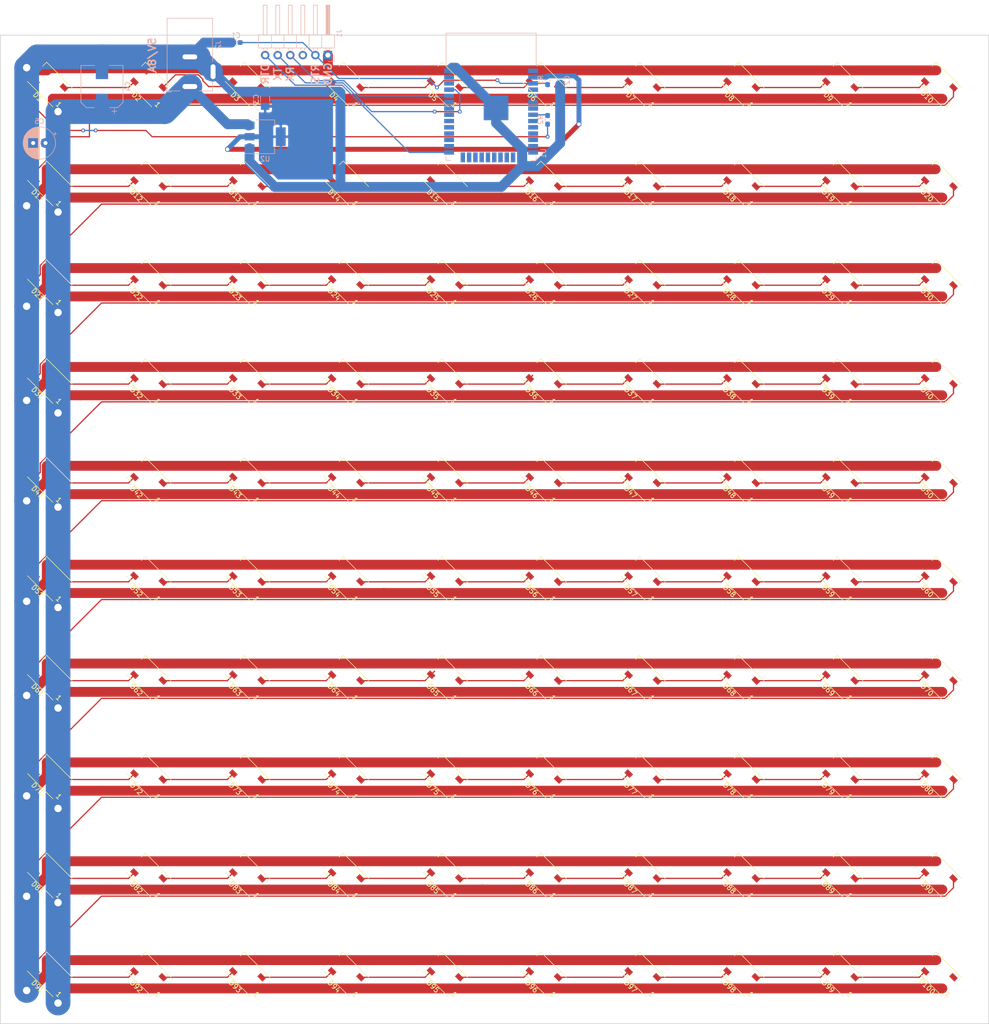
<source format=kicad_pcb>
(kicad_pcb (version 20171130) (host pcbnew 5.0.0)

  (general
    (thickness 1.6)
    (drawings 10)
    (tracks 464)
    (zones 0)
    (modules 111)
    (nets 141)
  )

  (page A3 portrait)
  (layers
    (0 F.Cu signal)
    (31 B.Cu signal)
    (32 B.Adhes user)
    (33 F.Adhes user)
    (34 B.Paste user)
    (35 F.Paste user)
    (36 B.SilkS user)
    (37 F.SilkS user)
    (38 B.Mask user)
    (39 F.Mask user)
    (40 Dwgs.User user)
    (41 Cmts.User user)
    (42 Eco1.User user)
    (43 Eco2.User user)
    (44 Edge.Cuts user)
    (45 Margin user)
    (46 B.CrtYd user)
    (47 F.CrtYd user)
    (48 B.Fab user)
    (49 F.Fab user)
  )

  (setup
    (last_trace_width 0.25)
    (trace_clearance 0.2)
    (zone_clearance 0.508)
    (zone_45_only no)
    (trace_min 0.2)
    (segment_width 0.2)
    (edge_width 0.15)
    (via_size 0.8)
    (via_drill 0.4)
    (via_min_size 0.4)
    (via_min_drill 0.3)
    (uvia_size 0.3)
    (uvia_drill 0.1)
    (uvias_allowed no)
    (uvia_min_size 0.2)
    (uvia_min_drill 0.1)
    (pcb_text_width 0.3)
    (pcb_text_size 1.5 1.5)
    (mod_edge_width 0.15)
    (mod_text_size 1 1)
    (mod_text_width 0.15)
    (pad_size 1.524 1.524)
    (pad_drill 0.762)
    (pad_to_mask_clearance 0.2)
    (aux_axis_origin 0 0)
    (visible_elements FFFFFF7F)
    (pcbplotparams
      (layerselection 0x010fc_ffffffff)
      (usegerberextensions false)
      (usegerberattributes false)
      (usegerberadvancedattributes false)
      (creategerberjobfile false)
      (excludeedgelayer true)
      (linewidth 0.100000)
      (plotframeref false)
      (viasonmask false)
      (mode 1)
      (useauxorigin false)
      (hpglpennumber 1)
      (hpglpenspeed 20)
      (hpglpendiameter 15.000000)
      (psnegative false)
      (psa4output false)
      (plotreference true)
      (plotvalue true)
      (plotinvisibletext false)
      (padsonsilk false)
      (subtractmaskfromsilk false)
      (outputformat 1)
      (mirror false)
      (drillshape 0)
      (scaleselection 1)
      (outputdirectory "./out.gerber"))
  )

  (net 0 "")
  (net 1 GND)
  (net 2 "Net-(D1-Pad2)")
  (net 3 +5V)
  (net 4 "Net-(D2-Pad2)")
  (net 5 "Net-(D3-Pad2)")
  (net 6 "Net-(D4-Pad2)")
  (net 7 "Net-(D5-Pad2)")
  (net 8 "Net-(D6-Pad2)")
  (net 9 "Net-(D7-Pad2)")
  (net 10 "Net-(D8-Pad2)")
  (net 11 "Net-(D10-Pad4)")
  (net 12 /sheet5B625F71/DIN)
  (net 13 "Net-(D13-Pad2)")
  (net 14 "Net-(D14-Pad2)")
  (net 15 "Net-(D11-Pad2)")
  (net 16 "Net-(D12-Pad2)")
  (net 17 "Net-(D26-Pad2)")
  (net 18 "Net-(D25-Pad2)")
  (net 19 "Net-(D37-Pad2)")
  (net 20 "Net-(D38-Pad2)")
  (net 21 "Net-(D15-Pad2)")
  (net 22 "Net-(D16-Pad2)")
  (net 23 "Net-(D17-Pad2)")
  (net 24 "Net-(D18-Pad2)")
  (net 25 "Net-(D19-Pad2)")
  (net 26 /sheet5B625F76/DIN)
  (net 27 "Net-(D21-Pad2)")
  (net 28 "Net-(D22-Pad2)")
  (net 29 "Net-(D23-Pad2)")
  (net 30 "Net-(D24-Pad2)")
  (net 31 "Net-(D39-Pad2)")
  (net 32 "Net-(D27-Pad2)")
  (net 33 "Net-(D28-Pad2)")
  (net 34 "Net-(D29-Pad2)")
  (net 35 /sheet5B625F7B/DIN)
  (net 36 "Net-(D31-Pad2)")
  (net 37 "Net-(D32-Pad2)")
  (net 38 "Net-(D33-Pad2)")
  (net 39 "Net-(D34-Pad2)")
  (net 40 "Net-(D35-Pad2)")
  (net 41 "Net-(D36-Pad2)")
  (net 42 /sheet5B625F80/DIN)
  (net 43 "Net-(D41-Pad2)")
  (net 44 "Net-(D42-Pad2)")
  (net 45 "Net-(D43-Pad2)")
  (net 46 "Net-(D44-Pad2)")
  (net 47 "Net-(D45-Pad2)")
  (net 48 "Net-(D46-Pad2)")
  (net 49 "Net-(D47-Pad2)")
  (net 50 "Net-(D48-Pad2)")
  (net 51 "Net-(D49-Pad2)")
  (net 52 /sheet5B625F85/DIN)
  (net 53 "Net-(D63-Pad2)")
  (net 54 "Net-(D64-Pad2)")
  (net 55 "Net-(D52-Pad2)")
  (net 56 "Net-(D51-Pad2)")
  (net 57 "Net-(D53-Pad2)")
  (net 58 "Net-(D54-Pad2)")
  (net 59 "Net-(D55-Pad2)")
  (net 60 "Net-(D56-Pad2)")
  (net 61 "Net-(D57-Pad2)")
  (net 62 "Net-(D58-Pad2)")
  (net 63 "Net-(D59-Pad2)")
  (net 64 /sheet5B625F8A/DIN)
  (net 65 "Net-(D61-Pad2)")
  (net 66 "Net-(D62-Pad2)")
  (net 67 "Net-(D75-Pad2)")
  (net 68 "Net-(D76-Pad2)")
  (net 69 "Net-(D88-Pad2)")
  (net 70 "Net-(D87-Pad2)")
  (net 71 "Net-(D65-Pad2)")
  (net 72 "Net-(D66-Pad2)")
  (net 73 "Net-(D67-Pad2)")
  (net 74 "Net-(D68-Pad2)")
  (net 75 "Net-(D69-Pad2)")
  (net 76 /sheet5B625F8F/DIN)
  (net 77 "Net-(D71-Pad2)")
  (net 78 "Net-(D72-Pad2)")
  (net 79 "Net-(D73-Pad2)")
  (net 80 "Net-(D74-Pad2)")
  (net 81 "Net-(D89-Pad2)")
  (net 82 "Net-(D77-Pad2)")
  (net 83 "Net-(D78-Pad2)")
  (net 84 "Net-(D79-Pad2)")
  (net 85 /sheet5B625F94/DIN)
  (net 86 "Net-(D81-Pad2)")
  (net 87 "Net-(D82-Pad2)")
  (net 88 "Net-(D83-Pad2)")
  (net 89 "Net-(D84-Pad2)")
  (net 90 "Net-(D85-Pad2)")
  (net 91 "Net-(D86-Pad2)")
  (net 92 /sheet5B625F99/DIN)
  (net 93 "Net-(D91-Pad2)")
  (net 94 "Net-(D92-Pad2)")
  (net 95 "Net-(D93-Pad2)")
  (net 96 "Net-(D94-Pad2)")
  (net 97 "Net-(D95-Pad2)")
  (net 98 "Net-(D96-Pad2)")
  (net 99 "Net-(D97-Pad2)")
  (net 100 "Net-(D98-Pad2)")
  (net 101 "Net-(D100-Pad4)")
  (net 102 /sheet5B625F99/DOUT)
  (net 103 +3V3)
  (net 104 /RTS)
  (net 105 /DATA)
  (net 106 "Net-(R2-Pad1)")
  (net 107 "Net-(U1-Pad1)")
  (net 108 "Net-(U1-Pad4)")
  (net 109 "Net-(U1-Pad5)")
  (net 110 "Net-(U1-Pad6)")
  (net 111 "Net-(U1-Pad7)")
  (net 112 "Net-(U1-Pad9)")
  (net 113 "Net-(U1-Pad10)")
  (net 114 "Net-(U1-Pad11)")
  (net 115 "Net-(U1-Pad12)")
  (net 116 "Net-(U1-Pad13)")
  (net 117 "Net-(U1-Pad14)")
  (net 118 "Net-(U1-Pad16)")
  (net 119 "Net-(U1-Pad17)")
  (net 120 "Net-(U1-Pad18)")
  (net 121 "Net-(U1-Pad19)")
  (net 122 "Net-(U1-Pad20)")
  (net 123 "Net-(U1-Pad21)")
  (net 124 "Net-(U1-Pad22)")
  (net 125 "Net-(U1-Pad23)")
  (net 126 "Net-(U1-Pad24)")
  (net 127 /DTR)
  (net 128 "Net-(U1-Pad26)")
  (net 129 "Net-(U1-Pad27)")
  (net 130 "Net-(U1-Pad28)")
  (net 131 "Net-(U1-Pad29)")
  (net 132 "Net-(U1-Pad30)")
  (net 133 "Net-(U1-Pad31)")
  (net 134 "Net-(U1-Pad32)")
  (net 135 "Net-(U1-Pad33)")
  (net 136 /RX)
  (net 137 /TX)
  (net 138 "Net-(U1-Pad36)")
  (net 139 "Net-(U1-Pad37)")
  (net 140 "Net-(J1-Pad3)")

  (net_class Default "This is the default net class."
    (clearance 0.2)
    (trace_width 0.25)
    (via_dia 0.8)
    (via_drill 0.4)
    (uvia_dia 0.3)
    (uvia_drill 0.1)
    (add_net /DATA)
    (add_net /DTR)
    (add_net /RTS)
    (add_net /RX)
    (add_net /TX)
    (add_net /sheet5B625F71/DIN)
    (add_net /sheet5B625F76/DIN)
    (add_net /sheet5B625F7B/DIN)
    (add_net /sheet5B625F80/DIN)
    (add_net /sheet5B625F85/DIN)
    (add_net /sheet5B625F8A/DIN)
    (add_net /sheet5B625F8F/DIN)
    (add_net /sheet5B625F94/DIN)
    (add_net /sheet5B625F99/DIN)
    (add_net /sheet5B625F99/DOUT)
    (add_net "Net-(D1-Pad2)")
    (add_net "Net-(D10-Pad4)")
    (add_net "Net-(D100-Pad4)")
    (add_net "Net-(D11-Pad2)")
    (add_net "Net-(D12-Pad2)")
    (add_net "Net-(D13-Pad2)")
    (add_net "Net-(D14-Pad2)")
    (add_net "Net-(D15-Pad2)")
    (add_net "Net-(D16-Pad2)")
    (add_net "Net-(D17-Pad2)")
    (add_net "Net-(D18-Pad2)")
    (add_net "Net-(D19-Pad2)")
    (add_net "Net-(D2-Pad2)")
    (add_net "Net-(D21-Pad2)")
    (add_net "Net-(D22-Pad2)")
    (add_net "Net-(D23-Pad2)")
    (add_net "Net-(D24-Pad2)")
    (add_net "Net-(D25-Pad2)")
    (add_net "Net-(D26-Pad2)")
    (add_net "Net-(D27-Pad2)")
    (add_net "Net-(D28-Pad2)")
    (add_net "Net-(D29-Pad2)")
    (add_net "Net-(D3-Pad2)")
    (add_net "Net-(D31-Pad2)")
    (add_net "Net-(D32-Pad2)")
    (add_net "Net-(D33-Pad2)")
    (add_net "Net-(D34-Pad2)")
    (add_net "Net-(D35-Pad2)")
    (add_net "Net-(D36-Pad2)")
    (add_net "Net-(D37-Pad2)")
    (add_net "Net-(D38-Pad2)")
    (add_net "Net-(D39-Pad2)")
    (add_net "Net-(D4-Pad2)")
    (add_net "Net-(D41-Pad2)")
    (add_net "Net-(D42-Pad2)")
    (add_net "Net-(D43-Pad2)")
    (add_net "Net-(D44-Pad2)")
    (add_net "Net-(D45-Pad2)")
    (add_net "Net-(D46-Pad2)")
    (add_net "Net-(D47-Pad2)")
    (add_net "Net-(D48-Pad2)")
    (add_net "Net-(D49-Pad2)")
    (add_net "Net-(D5-Pad2)")
    (add_net "Net-(D51-Pad2)")
    (add_net "Net-(D52-Pad2)")
    (add_net "Net-(D53-Pad2)")
    (add_net "Net-(D54-Pad2)")
    (add_net "Net-(D55-Pad2)")
    (add_net "Net-(D56-Pad2)")
    (add_net "Net-(D57-Pad2)")
    (add_net "Net-(D58-Pad2)")
    (add_net "Net-(D59-Pad2)")
    (add_net "Net-(D6-Pad2)")
    (add_net "Net-(D61-Pad2)")
    (add_net "Net-(D62-Pad2)")
    (add_net "Net-(D63-Pad2)")
    (add_net "Net-(D64-Pad2)")
    (add_net "Net-(D65-Pad2)")
    (add_net "Net-(D66-Pad2)")
    (add_net "Net-(D67-Pad2)")
    (add_net "Net-(D68-Pad2)")
    (add_net "Net-(D69-Pad2)")
    (add_net "Net-(D7-Pad2)")
    (add_net "Net-(D71-Pad2)")
    (add_net "Net-(D72-Pad2)")
    (add_net "Net-(D73-Pad2)")
    (add_net "Net-(D74-Pad2)")
    (add_net "Net-(D75-Pad2)")
    (add_net "Net-(D76-Pad2)")
    (add_net "Net-(D77-Pad2)")
    (add_net "Net-(D78-Pad2)")
    (add_net "Net-(D79-Pad2)")
    (add_net "Net-(D8-Pad2)")
    (add_net "Net-(D81-Pad2)")
    (add_net "Net-(D82-Pad2)")
    (add_net "Net-(D83-Pad2)")
    (add_net "Net-(D84-Pad2)")
    (add_net "Net-(D85-Pad2)")
    (add_net "Net-(D86-Pad2)")
    (add_net "Net-(D87-Pad2)")
    (add_net "Net-(D88-Pad2)")
    (add_net "Net-(D89-Pad2)")
    (add_net "Net-(D91-Pad2)")
    (add_net "Net-(D92-Pad2)")
    (add_net "Net-(D93-Pad2)")
    (add_net "Net-(D94-Pad2)")
    (add_net "Net-(D95-Pad2)")
    (add_net "Net-(D96-Pad2)")
    (add_net "Net-(D97-Pad2)")
    (add_net "Net-(D98-Pad2)")
    (add_net "Net-(J1-Pad3)")
    (add_net "Net-(R2-Pad1)")
    (add_net "Net-(U1-Pad1)")
    (add_net "Net-(U1-Pad10)")
    (add_net "Net-(U1-Pad11)")
    (add_net "Net-(U1-Pad12)")
    (add_net "Net-(U1-Pad13)")
    (add_net "Net-(U1-Pad14)")
    (add_net "Net-(U1-Pad16)")
    (add_net "Net-(U1-Pad17)")
    (add_net "Net-(U1-Pad18)")
    (add_net "Net-(U1-Pad19)")
    (add_net "Net-(U1-Pad20)")
    (add_net "Net-(U1-Pad21)")
    (add_net "Net-(U1-Pad22)")
    (add_net "Net-(U1-Pad23)")
    (add_net "Net-(U1-Pad24)")
    (add_net "Net-(U1-Pad26)")
    (add_net "Net-(U1-Pad27)")
    (add_net "Net-(U1-Pad28)")
    (add_net "Net-(U1-Pad29)")
    (add_net "Net-(U1-Pad30)")
    (add_net "Net-(U1-Pad31)")
    (add_net "Net-(U1-Pad32)")
    (add_net "Net-(U1-Pad33)")
    (add_net "Net-(U1-Pad36)")
    (add_net "Net-(U1-Pad37)")
    (add_net "Net-(U1-Pad4)")
    (add_net "Net-(U1-Pad5)")
    (add_net "Net-(U1-Pad6)")
    (add_net "Net-(U1-Pad7)")
    (add_net "Net-(U1-Pad9)")
  )

  (net_class Power ""
    (clearance 0.2)
    (trace_width 2)
    (via_dia 2)
    (via_drill 1.5)
    (uvia_dia 0.3)
    (uvia_drill 0.1)
    (add_net +5V)
    (add_net GND)
  )

  (net_class smallPower ""
    (clearance 0.2)
    (trace_width 1)
    (via_dia 1)
    (via_drill 0.7)
    (uvia_dia 0.3)
    (uvia_drill 0.1)
    (add_net +3V3)
  )

  (module Connector_BarrelJack:BarrelJack_Horizontal (layer B.Cu) (tedit 5A1DBF6A) (tstamp 5B7EA195)
    (at 53.34 25.4 270)
    (descr "DC Barrel Jack")
    (tags "Power Jack")
    (path /5B660D82)
    (fp_text reference J2 (at -8.45 -5.75 270) (layer B.SilkS)
      (effects (font (size 1 1) (thickness 0.15)) (justify mirror))
    )
    (fp_text value Barrel_Jack_Switch (at -6.2 5.5 270) (layer B.Fab)
      (effects (font (size 1 1) (thickness 0.15)) (justify mirror))
    )
    (fp_text user %R (at -3 2.95 270) (layer B.Fab)
      (effects (font (size 1 1) (thickness 0.15)) (justify mirror))
    )
    (fp_line (start -0.003213 4.505425) (end 0.8 3.75) (layer B.Fab) (width 0.1))
    (fp_line (start 1.1 3.75) (end 1.1 4.8) (layer B.SilkS) (width 0.12))
    (fp_line (start 0.05 4.8) (end 1.1 4.8) (layer B.SilkS) (width 0.12))
    (fp_line (start 1 4.5) (end 1 4.75) (layer B.CrtYd) (width 0.05))
    (fp_line (start 1 4.75) (end -14 4.75) (layer B.CrtYd) (width 0.05))
    (fp_line (start 1 4.5) (end 1 2) (layer B.CrtYd) (width 0.05))
    (fp_line (start 1 2) (end 2 2) (layer B.CrtYd) (width 0.05))
    (fp_line (start 2 2) (end 2 -2) (layer B.CrtYd) (width 0.05))
    (fp_line (start 2 -2) (end 1 -2) (layer B.CrtYd) (width 0.05))
    (fp_line (start 1 -2) (end 1 -4.75) (layer B.CrtYd) (width 0.05))
    (fp_line (start 1 -4.75) (end -1 -4.75) (layer B.CrtYd) (width 0.05))
    (fp_line (start -1 -4.75) (end -1 -6.75) (layer B.CrtYd) (width 0.05))
    (fp_line (start -1 -6.75) (end -5 -6.75) (layer B.CrtYd) (width 0.05))
    (fp_line (start -5 -6.75) (end -5 -4.75) (layer B.CrtYd) (width 0.05))
    (fp_line (start -5 -4.75) (end -14 -4.75) (layer B.CrtYd) (width 0.05))
    (fp_line (start -14 -4.75) (end -14 4.75) (layer B.CrtYd) (width 0.05))
    (fp_line (start -5 -4.6) (end -13.8 -4.6) (layer B.SilkS) (width 0.12))
    (fp_line (start -13.8 -4.6) (end -13.8 4.6) (layer B.SilkS) (width 0.12))
    (fp_line (start 0.9 -1.9) (end 0.9 -4.6) (layer B.SilkS) (width 0.12))
    (fp_line (start 0.9 -4.6) (end -1 -4.6) (layer B.SilkS) (width 0.12))
    (fp_line (start -13.8 4.6) (end 0.9 4.6) (layer B.SilkS) (width 0.12))
    (fp_line (start 0.9 4.6) (end 0.9 2) (layer B.SilkS) (width 0.12))
    (fp_line (start -10.2 4.5) (end -10.2 -4.5) (layer B.Fab) (width 0.1))
    (fp_line (start -13.7 4.5) (end -13.7 -4.5) (layer B.Fab) (width 0.1))
    (fp_line (start -13.7 -4.5) (end 0.8 -4.5) (layer B.Fab) (width 0.1))
    (fp_line (start 0.8 -4.5) (end 0.8 3.75) (layer B.Fab) (width 0.1))
    (fp_line (start 0 4.5) (end -13.7 4.5) (layer B.Fab) (width 0.1))
    (pad 1 thru_hole rect (at 0 0 270) (size 3.5 3.5) (drill oval 1 3) (layers *.Cu *.Mask)
      (net 3 +5V))
    (pad 2 thru_hole roundrect (at -6 0 270) (size 3 3.5) (drill oval 1 3) (layers *.Cu *.Mask) (roundrect_rratio 0.25)
      (net 1 GND))
    (pad 3 thru_hole roundrect (at -3 -4.7 270) (size 3.5 3.5) (drill oval 3 1) (layers *.Cu *.Mask) (roundrect_rratio 0.25)
      (net 1 GND))
    (model ${KISYS3DMOD}/Connector_BarrelJack.3dshapes/BarrelJack_Horizontal.wrl
      (at (xyz 0 0 0))
      (scale (xyz 1 1 1))
      (rotate (xyz 0 0 0))
    )
  )

  (module Package_TO_SOT_SMD:SOT-223-3_TabPin2 (layer B.Cu) (tedit 5A02FF57) (tstamp 5B7F2854)
    (at 68.58 35.56)
    (descr "module CMS SOT223 4 pins")
    (tags "CMS SOT")
    (path /5B652DB1)
    (attr smd)
    (fp_text reference U2 (at 0 4.5) (layer B.SilkS)
      (effects (font (size 1 1) (thickness 0.15)) (justify mirror))
    )
    (fp_text value AMS1117-3.3 (at 0 -4.5) (layer B.Fab)
      (effects (font (size 1 1) (thickness 0.15)) (justify mirror))
    )
    (fp_text user %R (at 0 0) (layer B.Fab)
      (effects (font (size 0.8 0.8) (thickness 0.12)) (justify mirror))
    )
    (fp_line (start 1.91 -3.41) (end 1.91 -2.15) (layer B.SilkS) (width 0.12))
    (fp_line (start 1.91 3.41) (end 1.91 2.15) (layer B.SilkS) (width 0.12))
    (fp_line (start 4.4 3.6) (end -4.4 3.6) (layer B.CrtYd) (width 0.05))
    (fp_line (start 4.4 -3.6) (end 4.4 3.6) (layer B.CrtYd) (width 0.05))
    (fp_line (start -4.4 -3.6) (end 4.4 -3.6) (layer B.CrtYd) (width 0.05))
    (fp_line (start -4.4 3.6) (end -4.4 -3.6) (layer B.CrtYd) (width 0.05))
    (fp_line (start -1.85 2.35) (end -0.85 3.35) (layer B.Fab) (width 0.1))
    (fp_line (start -1.85 2.35) (end -1.85 -3.35) (layer B.Fab) (width 0.1))
    (fp_line (start -1.85 -3.41) (end 1.91 -3.41) (layer B.SilkS) (width 0.12))
    (fp_line (start -0.85 3.35) (end 1.85 3.35) (layer B.Fab) (width 0.1))
    (fp_line (start -4.1 3.41) (end 1.91 3.41) (layer B.SilkS) (width 0.12))
    (fp_line (start -1.85 -3.35) (end 1.85 -3.35) (layer B.Fab) (width 0.1))
    (fp_line (start 1.85 3.35) (end 1.85 -3.35) (layer B.Fab) (width 0.1))
    (pad 2 smd rect (at 3.15 0) (size 2 3.8) (layers B.Cu B.Paste B.Mask)
      (net 103 +3V3))
    (pad 2 smd rect (at -3.15 0) (size 2 1.5) (layers B.Cu B.Paste B.Mask)
      (net 103 +3V3))
    (pad 3 smd rect (at -3.15 -2.3) (size 2 1.5) (layers B.Cu B.Paste B.Mask)
      (net 3 +5V))
    (pad 1 smd rect (at -3.15 2.3) (size 2 1.5) (layers B.Cu B.Paste B.Mask)
      (net 1 GND))
    (model ${KISYS3DMOD}/Package_TO_SOT_SMD.3dshapes/SOT-223.wrl
      (at (xyz 0 0 0))
      (scale (xyz 1 1 1))
      (rotate (xyz 0 0 0))
    )
  )

  (module Capacitor_SMD:CP_Elec_8x10 (layer B.Cu) (tedit 5A841F9D) (tstamp 5B7F2E5F)
    (at 35.56 25.4 90)
    (descr "SMT capacitor, aluminium electrolytic, 8x10, Nichicon ")
    (tags "Capacitor Electrolytic")
    (path /5B622644)
    (attr smd)
    (fp_text reference C4 (at 0 5.2 90) (layer B.SilkS)
      (effects (font (size 1 1) (thickness 0.15)) (justify mirror))
    )
    (fp_text value 1m (at 0 -5.2 90) (layer B.Fab)
      (effects (font (size 1 1) (thickness 0.15)) (justify mirror))
    )
    (fp_circle (center 0 0) (end 4 0) (layer B.Fab) (width 0.1))
    (fp_line (start 4.15 4.15) (end 4.15 -4.15) (layer B.Fab) (width 0.1))
    (fp_line (start -3.15 4.15) (end 4.15 4.15) (layer B.Fab) (width 0.1))
    (fp_line (start -3.15 -4.15) (end 4.15 -4.15) (layer B.Fab) (width 0.1))
    (fp_line (start -4.15 3.15) (end -4.15 -3.15) (layer B.Fab) (width 0.1))
    (fp_line (start -4.15 3.15) (end -3.15 4.15) (layer B.Fab) (width 0.1))
    (fp_line (start -4.15 -3.15) (end -3.15 -4.15) (layer B.Fab) (width 0.1))
    (fp_line (start -3.562278 1.5) (end -2.762278 1.5) (layer B.Fab) (width 0.1))
    (fp_line (start -3.162278 1.9) (end -3.162278 1.1) (layer B.Fab) (width 0.1))
    (fp_line (start 4.26 -4.26) (end 4.26 -1.51) (layer B.SilkS) (width 0.12))
    (fp_line (start 4.26 4.26) (end 4.26 1.51) (layer B.SilkS) (width 0.12))
    (fp_line (start -3.195563 4.26) (end 4.26 4.26) (layer B.SilkS) (width 0.12))
    (fp_line (start -3.195563 -4.26) (end 4.26 -4.26) (layer B.SilkS) (width 0.12))
    (fp_line (start -4.26 -3.195563) (end -4.26 -1.51) (layer B.SilkS) (width 0.12))
    (fp_line (start -4.26 3.195563) (end -4.26 1.51) (layer B.SilkS) (width 0.12))
    (fp_line (start -4.26 3.195563) (end -3.195563 4.26) (layer B.SilkS) (width 0.12))
    (fp_line (start -4.26 -3.195563) (end -3.195563 -4.26) (layer B.SilkS) (width 0.12))
    (fp_line (start -5.5 2.51) (end -4.5 2.51) (layer B.SilkS) (width 0.12))
    (fp_line (start -5 3.01) (end -5 2.01) (layer B.SilkS) (width 0.12))
    (fp_line (start 4.4 4.4) (end 4.4 1.5) (layer B.CrtYd) (width 0.05))
    (fp_line (start 4.4 1.5) (end 5.25 1.5) (layer B.CrtYd) (width 0.05))
    (fp_line (start 5.25 1.5) (end 5.25 -1.5) (layer B.CrtYd) (width 0.05))
    (fp_line (start 5.25 -1.5) (end 4.4 -1.5) (layer B.CrtYd) (width 0.05))
    (fp_line (start 4.4 -1.5) (end 4.4 -4.4) (layer B.CrtYd) (width 0.05))
    (fp_line (start -3.25 -4.4) (end 4.4 -4.4) (layer B.CrtYd) (width 0.05))
    (fp_line (start -3.25 4.4) (end 4.4 4.4) (layer B.CrtYd) (width 0.05))
    (fp_line (start -4.4 -3.25) (end -3.25 -4.4) (layer B.CrtYd) (width 0.05))
    (fp_line (start -4.4 3.25) (end -3.25 4.4) (layer B.CrtYd) (width 0.05))
    (fp_line (start -4.4 3.25) (end -4.4 1.5) (layer B.CrtYd) (width 0.05))
    (fp_line (start -4.4 -1.5) (end -4.4 -3.25) (layer B.CrtYd) (width 0.05))
    (fp_line (start -4.4 1.5) (end -5.25 1.5) (layer B.CrtYd) (width 0.05))
    (fp_line (start -5.25 1.5) (end -5.25 -1.5) (layer B.CrtYd) (width 0.05))
    (fp_line (start -5.25 -1.5) (end -4.4 -1.5) (layer B.CrtYd) (width 0.05))
    (fp_text user %R (at 0 0 90) (layer B.Fab)
      (effects (font (size 1 1) (thickness 0.15)) (justify mirror))
    )
    (pad 1 smd rect (at -3.25 0 90) (size 3.5 2.5) (layers B.Cu B.Paste B.Mask)
      (net 3 +5V))
    (pad 2 smd rect (at 3.25 0 90) (size 3.5 2.5) (layers B.Cu B.Paste B.Mask)
      (net 1 GND))
    (model ${KISYS3DMOD}/Capacitor_SMD.3dshapes/CP_Elec_8x10.wrl
      (at (xyz 0 0 0))
      (scale (xyz 1 1 1))
      (rotate (xyz 0 0 0))
    )
  )

  (module Capacitor_SMD:C_0603_1608Metric_Pad1.05x0.95mm_HandSolder (layer B.Cu) (tedit 5B301BBE) (tstamp 5B7E431F)
    (at 128.27 24.13 90)
    (descr "Capacitor SMD 0603 (1608 Metric), square (rectangular) end terminal, IPC_7351 nominal with elongated pad for handsoldering. (Body size source: http://www.tortai-tech.com/upload/download/2011102023233369053.pdf), generated with kicad-footprint-generator")
    (tags "capacitor handsolder")
    (path /5B627C19)
    (attr smd)
    (fp_text reference C2 (at 0 1.43 90) (layer B.SilkS)
      (effects (font (size 1 1) (thickness 0.15)) (justify mirror))
    )
    (fp_text value 100n (at 0 -1.43 90) (layer B.Fab)
      (effects (font (size 1 1) (thickness 0.15)) (justify mirror))
    )
    (fp_text user %R (at 0 0 90) (layer B.Fab)
      (effects (font (size 0.4 0.4) (thickness 0.06)) (justify mirror))
    )
    (fp_line (start 1.65 -0.73) (end -1.65 -0.73) (layer B.CrtYd) (width 0.05))
    (fp_line (start 1.65 0.73) (end 1.65 -0.73) (layer B.CrtYd) (width 0.05))
    (fp_line (start -1.65 0.73) (end 1.65 0.73) (layer B.CrtYd) (width 0.05))
    (fp_line (start -1.65 -0.73) (end -1.65 0.73) (layer B.CrtYd) (width 0.05))
    (fp_line (start -0.171267 -0.51) (end 0.171267 -0.51) (layer B.SilkS) (width 0.12))
    (fp_line (start -0.171267 0.51) (end 0.171267 0.51) (layer B.SilkS) (width 0.12))
    (fp_line (start 0.8 -0.4) (end -0.8 -0.4) (layer B.Fab) (width 0.1))
    (fp_line (start 0.8 0.4) (end 0.8 -0.4) (layer B.Fab) (width 0.1))
    (fp_line (start -0.8 0.4) (end 0.8 0.4) (layer B.Fab) (width 0.1))
    (fp_line (start -0.8 -0.4) (end -0.8 0.4) (layer B.Fab) (width 0.1))
    (pad 2 smd roundrect (at 0.875 0 90) (size 1.05 0.95) (layers B.Cu B.Paste B.Mask) (roundrect_rratio 0.25)
      (net 103 +3V3))
    (pad 1 smd roundrect (at -0.875 0 90) (size 1.05 0.95) (layers B.Cu B.Paste B.Mask) (roundrect_rratio 0.25)
      (net 1 GND))
    (model ${KISYS3DMOD}/Capacitor_SMD.3dshapes/C_0603_1608Metric.wrl
      (at (xyz 0 0 0))
      (scale (xyz 1 1 1))
      (rotate (xyz 0 0 0))
    )
  )

  (module Capacitor_SMD:C_0603_1608Metric_Pad1.05x0.95mm_HandSolder (layer B.Cu) (tedit 5B301BBE) (tstamp 5B7F3730)
    (at 62.625 16.51 180)
    (descr "Capacitor SMD 0603 (1608 Metric), square (rectangular) end terminal, IPC_7351 nominal with elongated pad for handsoldering. (Body size source: http://www.tortai-tech.com/upload/download/2011102023233369053.pdf), generated with kicad-footprint-generator")
    (tags "capacitor handsolder")
    (path /5B623621)
    (attr smd)
    (fp_text reference C1 (at 0 1.43 180) (layer B.SilkS)
      (effects (font (size 1 1) (thickness 0.15)) (justify mirror))
    )
    (fp_text value 100n (at 0 -1.43 180) (layer B.Fab)
      (effects (font (size 1 1) (thickness 0.15)) (justify mirror))
    )
    (fp_line (start -0.8 -0.4) (end -0.8 0.4) (layer B.Fab) (width 0.1))
    (fp_line (start -0.8 0.4) (end 0.8 0.4) (layer B.Fab) (width 0.1))
    (fp_line (start 0.8 0.4) (end 0.8 -0.4) (layer B.Fab) (width 0.1))
    (fp_line (start 0.8 -0.4) (end -0.8 -0.4) (layer B.Fab) (width 0.1))
    (fp_line (start -0.171267 0.51) (end 0.171267 0.51) (layer B.SilkS) (width 0.12))
    (fp_line (start -0.171267 -0.51) (end 0.171267 -0.51) (layer B.SilkS) (width 0.12))
    (fp_line (start -1.65 -0.73) (end -1.65 0.73) (layer B.CrtYd) (width 0.05))
    (fp_line (start -1.65 0.73) (end 1.65 0.73) (layer B.CrtYd) (width 0.05))
    (fp_line (start 1.65 0.73) (end 1.65 -0.73) (layer B.CrtYd) (width 0.05))
    (fp_line (start 1.65 -0.73) (end -1.65 -0.73) (layer B.CrtYd) (width 0.05))
    (fp_text user %R (at 0 0 180) (layer B.Fab)
      (effects (font (size 0.4 0.4) (thickness 0.06)) (justify mirror))
    )
    (pad 1 smd roundrect (at -0.875 0 180) (size 1.05 0.95) (layers B.Cu B.Paste B.Mask) (roundrect_rratio 0.25)
      (net 104 /RTS))
    (pad 2 smd roundrect (at 0.875 0 180) (size 1.05 0.95) (layers B.Cu B.Paste B.Mask) (roundrect_rratio 0.25)
      (net 1 GND))
    (model ${KISYS3DMOD}/Capacitor_SMD.3dshapes/C_0603_1608Metric.wrl
      (at (xyz 0 0 0))
      (scale (xyz 1 1 1))
      (rotate (xyz 0 0 0))
    )
  )

  (module Capacitor_SMD:C_1206_3216Metric_Pad1.42x1.75mm_HandSolder (layer B.Cu) (tedit 5B301BBE) (tstamp 5B7F3781)
    (at 68.58 27.94 270)
    (descr "Capacitor SMD 1206 (3216 Metric), square (rectangular) end terminal, IPC_7351 nominal with elongated pad for handsoldering. (Body size source: http://www.tortai-tech.com/upload/download/2011102023233369053.pdf), generated with kicad-footprint-generator")
    (tags "capacitor handsolder")
    (path /5B627C53)
    (attr smd)
    (fp_text reference C3 (at 0 1.82 270) (layer B.SilkS)
      (effects (font (size 1 1) (thickness 0.15)) (justify mirror))
    )
    (fp_text value 10u (at 0 -1.82 270) (layer B.Fab)
      (effects (font (size 1 1) (thickness 0.15)) (justify mirror))
    )
    (fp_line (start -1.6 -0.8) (end -1.6 0.8) (layer B.Fab) (width 0.1))
    (fp_line (start -1.6 0.8) (end 1.6 0.8) (layer B.Fab) (width 0.1))
    (fp_line (start 1.6 0.8) (end 1.6 -0.8) (layer B.Fab) (width 0.1))
    (fp_line (start 1.6 -0.8) (end -1.6 -0.8) (layer B.Fab) (width 0.1))
    (fp_line (start -0.602064 0.91) (end 0.602064 0.91) (layer B.SilkS) (width 0.12))
    (fp_line (start -0.602064 -0.91) (end 0.602064 -0.91) (layer B.SilkS) (width 0.12))
    (fp_line (start -2.45 -1.12) (end -2.45 1.12) (layer B.CrtYd) (width 0.05))
    (fp_line (start -2.45 1.12) (end 2.45 1.12) (layer B.CrtYd) (width 0.05))
    (fp_line (start 2.45 1.12) (end 2.45 -1.12) (layer B.CrtYd) (width 0.05))
    (fp_line (start 2.45 -1.12) (end -2.45 -1.12) (layer B.CrtYd) (width 0.05))
    (fp_text user %R (at 0 0 270) (layer B.Fab)
      (effects (font (size 0.8 0.8) (thickness 0.12)) (justify mirror))
    )
    (pad 1 smd roundrect (at -1.4875 0 270) (size 1.425 1.75) (layers B.Cu B.Paste B.Mask) (roundrect_rratio 0.175439)
      (net 1 GND))
    (pad 2 smd roundrect (at 1.4875 0 270) (size 1.425 1.75) (layers B.Cu B.Paste B.Mask) (roundrect_rratio 0.175439)
      (net 103 +3V3))
    (model ${KISYS3DMOD}/Capacitor_SMD.3dshapes/C_1206_3216Metric.wrl
      (at (xyz 0 0 0))
      (scale (xyz 1 1 1))
      (rotate (xyz 0 0 0))
    )
  )

  (module Capacitor_THT:CP_Radial_D6.3mm_P2.50mm (layer B.Cu) (tedit 5AE50EF0) (tstamp 5B7E42EC)
    (at 24.13 36.83 180)
    (descr "CP, Radial series, Radial, pin pitch=2.50mm, , diameter=6.3mm, Electrolytic Capacitor")
    (tags "CP Radial series Radial pin pitch 2.50mm  diameter 6.3mm Electrolytic Capacitor")
    (path /5B646B67)
    (fp_text reference C5 (at 1.25 4.4 180) (layer B.SilkS)
      (effects (font (size 1 1) (thickness 0.15)) (justify mirror))
    )
    (fp_text value 1m (at 1.25 -4.4 180) (layer B.Fab)
      (effects (font (size 1 1) (thickness 0.15)) (justify mirror))
    )
    (fp_circle (center 1.25 0) (end 4.4 0) (layer B.Fab) (width 0.1))
    (fp_circle (center 1.25 0) (end 4.52 0) (layer B.SilkS) (width 0.12))
    (fp_circle (center 1.25 0) (end 4.65 0) (layer B.CrtYd) (width 0.05))
    (fp_line (start -1.443972 1.3735) (end -0.813972 1.3735) (layer B.Fab) (width 0.1))
    (fp_line (start -1.128972 1.6885) (end -1.128972 1.0585) (layer B.Fab) (width 0.1))
    (fp_line (start 1.25 3.23) (end 1.25 -3.23) (layer B.SilkS) (width 0.12))
    (fp_line (start 1.29 3.23) (end 1.29 -3.23) (layer B.SilkS) (width 0.12))
    (fp_line (start 1.33 3.23) (end 1.33 -3.23) (layer B.SilkS) (width 0.12))
    (fp_line (start 1.37 3.228) (end 1.37 -3.228) (layer B.SilkS) (width 0.12))
    (fp_line (start 1.41 3.227) (end 1.41 -3.227) (layer B.SilkS) (width 0.12))
    (fp_line (start 1.45 3.224) (end 1.45 -3.224) (layer B.SilkS) (width 0.12))
    (fp_line (start 1.49 3.222) (end 1.49 1.04) (layer B.SilkS) (width 0.12))
    (fp_line (start 1.49 -1.04) (end 1.49 -3.222) (layer B.SilkS) (width 0.12))
    (fp_line (start 1.53 3.218) (end 1.53 1.04) (layer B.SilkS) (width 0.12))
    (fp_line (start 1.53 -1.04) (end 1.53 -3.218) (layer B.SilkS) (width 0.12))
    (fp_line (start 1.57 3.215) (end 1.57 1.04) (layer B.SilkS) (width 0.12))
    (fp_line (start 1.57 -1.04) (end 1.57 -3.215) (layer B.SilkS) (width 0.12))
    (fp_line (start 1.61 3.211) (end 1.61 1.04) (layer B.SilkS) (width 0.12))
    (fp_line (start 1.61 -1.04) (end 1.61 -3.211) (layer B.SilkS) (width 0.12))
    (fp_line (start 1.65 3.206) (end 1.65 1.04) (layer B.SilkS) (width 0.12))
    (fp_line (start 1.65 -1.04) (end 1.65 -3.206) (layer B.SilkS) (width 0.12))
    (fp_line (start 1.69 3.201) (end 1.69 1.04) (layer B.SilkS) (width 0.12))
    (fp_line (start 1.69 -1.04) (end 1.69 -3.201) (layer B.SilkS) (width 0.12))
    (fp_line (start 1.73 3.195) (end 1.73 1.04) (layer B.SilkS) (width 0.12))
    (fp_line (start 1.73 -1.04) (end 1.73 -3.195) (layer B.SilkS) (width 0.12))
    (fp_line (start 1.77 3.189) (end 1.77 1.04) (layer B.SilkS) (width 0.12))
    (fp_line (start 1.77 -1.04) (end 1.77 -3.189) (layer B.SilkS) (width 0.12))
    (fp_line (start 1.81 3.182) (end 1.81 1.04) (layer B.SilkS) (width 0.12))
    (fp_line (start 1.81 -1.04) (end 1.81 -3.182) (layer B.SilkS) (width 0.12))
    (fp_line (start 1.85 3.175) (end 1.85 1.04) (layer B.SilkS) (width 0.12))
    (fp_line (start 1.85 -1.04) (end 1.85 -3.175) (layer B.SilkS) (width 0.12))
    (fp_line (start 1.89 3.167) (end 1.89 1.04) (layer B.SilkS) (width 0.12))
    (fp_line (start 1.89 -1.04) (end 1.89 -3.167) (layer B.SilkS) (width 0.12))
    (fp_line (start 1.93 3.159) (end 1.93 1.04) (layer B.SilkS) (width 0.12))
    (fp_line (start 1.93 -1.04) (end 1.93 -3.159) (layer B.SilkS) (width 0.12))
    (fp_line (start 1.971 3.15) (end 1.971 1.04) (layer B.SilkS) (width 0.12))
    (fp_line (start 1.971 -1.04) (end 1.971 -3.15) (layer B.SilkS) (width 0.12))
    (fp_line (start 2.011 3.141) (end 2.011 1.04) (layer B.SilkS) (width 0.12))
    (fp_line (start 2.011 -1.04) (end 2.011 -3.141) (layer B.SilkS) (width 0.12))
    (fp_line (start 2.051 3.131) (end 2.051 1.04) (layer B.SilkS) (width 0.12))
    (fp_line (start 2.051 -1.04) (end 2.051 -3.131) (layer B.SilkS) (width 0.12))
    (fp_line (start 2.091 3.121) (end 2.091 1.04) (layer B.SilkS) (width 0.12))
    (fp_line (start 2.091 -1.04) (end 2.091 -3.121) (layer B.SilkS) (width 0.12))
    (fp_line (start 2.131 3.11) (end 2.131 1.04) (layer B.SilkS) (width 0.12))
    (fp_line (start 2.131 -1.04) (end 2.131 -3.11) (layer B.SilkS) (width 0.12))
    (fp_line (start 2.171 3.098) (end 2.171 1.04) (layer B.SilkS) (width 0.12))
    (fp_line (start 2.171 -1.04) (end 2.171 -3.098) (layer B.SilkS) (width 0.12))
    (fp_line (start 2.211 3.086) (end 2.211 1.04) (layer B.SilkS) (width 0.12))
    (fp_line (start 2.211 -1.04) (end 2.211 -3.086) (layer B.SilkS) (width 0.12))
    (fp_line (start 2.251 3.074) (end 2.251 1.04) (layer B.SilkS) (width 0.12))
    (fp_line (start 2.251 -1.04) (end 2.251 -3.074) (layer B.SilkS) (width 0.12))
    (fp_line (start 2.291 3.061) (end 2.291 1.04) (layer B.SilkS) (width 0.12))
    (fp_line (start 2.291 -1.04) (end 2.291 -3.061) (layer B.SilkS) (width 0.12))
    (fp_line (start 2.331 3.047) (end 2.331 1.04) (layer B.SilkS) (width 0.12))
    (fp_line (start 2.331 -1.04) (end 2.331 -3.047) (layer B.SilkS) (width 0.12))
    (fp_line (start 2.371 3.033) (end 2.371 1.04) (layer B.SilkS) (width 0.12))
    (fp_line (start 2.371 -1.04) (end 2.371 -3.033) (layer B.SilkS) (width 0.12))
    (fp_line (start 2.411 3.018) (end 2.411 1.04) (layer B.SilkS) (width 0.12))
    (fp_line (start 2.411 -1.04) (end 2.411 -3.018) (layer B.SilkS) (width 0.12))
    (fp_line (start 2.451 3.002) (end 2.451 1.04) (layer B.SilkS) (width 0.12))
    (fp_line (start 2.451 -1.04) (end 2.451 -3.002) (layer B.SilkS) (width 0.12))
    (fp_line (start 2.491 2.986) (end 2.491 1.04) (layer B.SilkS) (width 0.12))
    (fp_line (start 2.491 -1.04) (end 2.491 -2.986) (layer B.SilkS) (width 0.12))
    (fp_line (start 2.531 2.97) (end 2.531 1.04) (layer B.SilkS) (width 0.12))
    (fp_line (start 2.531 -1.04) (end 2.531 -2.97) (layer B.SilkS) (width 0.12))
    (fp_line (start 2.571 2.952) (end 2.571 1.04) (layer B.SilkS) (width 0.12))
    (fp_line (start 2.571 -1.04) (end 2.571 -2.952) (layer B.SilkS) (width 0.12))
    (fp_line (start 2.611 2.934) (end 2.611 1.04) (layer B.SilkS) (width 0.12))
    (fp_line (start 2.611 -1.04) (end 2.611 -2.934) (layer B.SilkS) (width 0.12))
    (fp_line (start 2.651 2.916) (end 2.651 1.04) (layer B.SilkS) (width 0.12))
    (fp_line (start 2.651 -1.04) (end 2.651 -2.916) (layer B.SilkS) (width 0.12))
    (fp_line (start 2.691 2.896) (end 2.691 1.04) (layer B.SilkS) (width 0.12))
    (fp_line (start 2.691 -1.04) (end 2.691 -2.896) (layer B.SilkS) (width 0.12))
    (fp_line (start 2.731 2.876) (end 2.731 1.04) (layer B.SilkS) (width 0.12))
    (fp_line (start 2.731 -1.04) (end 2.731 -2.876) (layer B.SilkS) (width 0.12))
    (fp_line (start 2.771 2.856) (end 2.771 1.04) (layer B.SilkS) (width 0.12))
    (fp_line (start 2.771 -1.04) (end 2.771 -2.856) (layer B.SilkS) (width 0.12))
    (fp_line (start 2.811 2.834) (end 2.811 1.04) (layer B.SilkS) (width 0.12))
    (fp_line (start 2.811 -1.04) (end 2.811 -2.834) (layer B.SilkS) (width 0.12))
    (fp_line (start 2.851 2.812) (end 2.851 1.04) (layer B.SilkS) (width 0.12))
    (fp_line (start 2.851 -1.04) (end 2.851 -2.812) (layer B.SilkS) (width 0.12))
    (fp_line (start 2.891 2.79) (end 2.891 1.04) (layer B.SilkS) (width 0.12))
    (fp_line (start 2.891 -1.04) (end 2.891 -2.79) (layer B.SilkS) (width 0.12))
    (fp_line (start 2.931 2.766) (end 2.931 1.04) (layer B.SilkS) (width 0.12))
    (fp_line (start 2.931 -1.04) (end 2.931 -2.766) (layer B.SilkS) (width 0.12))
    (fp_line (start 2.971 2.742) (end 2.971 1.04) (layer B.SilkS) (width 0.12))
    (fp_line (start 2.971 -1.04) (end 2.971 -2.742) (layer B.SilkS) (width 0.12))
    (fp_line (start 3.011 2.716) (end 3.011 1.04) (layer B.SilkS) (width 0.12))
    (fp_line (start 3.011 -1.04) (end 3.011 -2.716) (layer B.SilkS) (width 0.12))
    (fp_line (start 3.051 2.69) (end 3.051 1.04) (layer B.SilkS) (width 0.12))
    (fp_line (start 3.051 -1.04) (end 3.051 -2.69) (layer B.SilkS) (width 0.12))
    (fp_line (start 3.091 2.664) (end 3.091 1.04) (layer B.SilkS) (width 0.12))
    (fp_line (start 3.091 -1.04) (end 3.091 -2.664) (layer B.SilkS) (width 0.12))
    (fp_line (start 3.131 2.636) (end 3.131 1.04) (layer B.SilkS) (width 0.12))
    (fp_line (start 3.131 -1.04) (end 3.131 -2.636) (layer B.SilkS) (width 0.12))
    (fp_line (start 3.171 2.607) (end 3.171 1.04) (layer B.SilkS) (width 0.12))
    (fp_line (start 3.171 -1.04) (end 3.171 -2.607) (layer B.SilkS) (width 0.12))
    (fp_line (start 3.211 2.578) (end 3.211 1.04) (layer B.SilkS) (width 0.12))
    (fp_line (start 3.211 -1.04) (end 3.211 -2.578) (layer B.SilkS) (width 0.12))
    (fp_line (start 3.251 2.548) (end 3.251 1.04) (layer B.SilkS) (width 0.12))
    (fp_line (start 3.251 -1.04) (end 3.251 -2.548) (layer B.SilkS) (width 0.12))
    (fp_line (start 3.291 2.516) (end 3.291 1.04) (layer B.SilkS) (width 0.12))
    (fp_line (start 3.291 -1.04) (end 3.291 -2.516) (layer B.SilkS) (width 0.12))
    (fp_line (start 3.331 2.484) (end 3.331 1.04) (layer B.SilkS) (width 0.12))
    (fp_line (start 3.331 -1.04) (end 3.331 -2.484) (layer B.SilkS) (width 0.12))
    (fp_line (start 3.371 2.45) (end 3.371 1.04) (layer B.SilkS) (width 0.12))
    (fp_line (start 3.371 -1.04) (end 3.371 -2.45) (layer B.SilkS) (width 0.12))
    (fp_line (start 3.411 2.416) (end 3.411 1.04) (layer B.SilkS) (width 0.12))
    (fp_line (start 3.411 -1.04) (end 3.411 -2.416) (layer B.SilkS) (width 0.12))
    (fp_line (start 3.451 2.38) (end 3.451 1.04) (layer B.SilkS) (width 0.12))
    (fp_line (start 3.451 -1.04) (end 3.451 -2.38) (layer B.SilkS) (width 0.12))
    (fp_line (start 3.491 2.343) (end 3.491 1.04) (layer B.SilkS) (width 0.12))
    (fp_line (start 3.491 -1.04) (end 3.491 -2.343) (layer B.SilkS) (width 0.12))
    (fp_line (start 3.531 2.305) (end 3.531 1.04) (layer B.SilkS) (width 0.12))
    (fp_line (start 3.531 -1.04) (end 3.531 -2.305) (layer B.SilkS) (width 0.12))
    (fp_line (start 3.571 2.265) (end 3.571 -2.265) (layer B.SilkS) (width 0.12))
    (fp_line (start 3.611 2.224) (end 3.611 -2.224) (layer B.SilkS) (width 0.12))
    (fp_line (start 3.651 2.182) (end 3.651 -2.182) (layer B.SilkS) (width 0.12))
    (fp_line (start 3.691 2.137) (end 3.691 -2.137) (layer B.SilkS) (width 0.12))
    (fp_line (start 3.731 2.092) (end 3.731 -2.092) (layer B.SilkS) (width 0.12))
    (fp_line (start 3.771 2.044) (end 3.771 -2.044) (layer B.SilkS) (width 0.12))
    (fp_line (start 3.811 1.995) (end 3.811 -1.995) (layer B.SilkS) (width 0.12))
    (fp_line (start 3.851 1.944) (end 3.851 -1.944) (layer B.SilkS) (width 0.12))
    (fp_line (start 3.891 1.89) (end 3.891 -1.89) (layer B.SilkS) (width 0.12))
    (fp_line (start 3.931 1.834) (end 3.931 -1.834) (layer B.SilkS) (width 0.12))
    (fp_line (start 3.971 1.776) (end 3.971 -1.776) (layer B.SilkS) (width 0.12))
    (fp_line (start 4.011 1.714) (end 4.011 -1.714) (layer B.SilkS) (width 0.12))
    (fp_line (start 4.051 1.65) (end 4.051 -1.65) (layer B.SilkS) (width 0.12))
    (fp_line (start 4.091 1.581) (end 4.091 -1.581) (layer B.SilkS) (width 0.12))
    (fp_line (start 4.131 1.509) (end 4.131 -1.509) (layer B.SilkS) (width 0.12))
    (fp_line (start 4.171 1.432) (end 4.171 -1.432) (layer B.SilkS) (width 0.12))
    (fp_line (start 4.211 1.35) (end 4.211 -1.35) (layer B.SilkS) (width 0.12))
    (fp_line (start 4.251 1.262) (end 4.251 -1.262) (layer B.SilkS) (width 0.12))
    (fp_line (start 4.291 1.165) (end 4.291 -1.165) (layer B.SilkS) (width 0.12))
    (fp_line (start 4.331 1.059) (end 4.331 -1.059) (layer B.SilkS) (width 0.12))
    (fp_line (start 4.371 0.94) (end 4.371 -0.94) (layer B.SilkS) (width 0.12))
    (fp_line (start 4.411 0.802) (end 4.411 -0.802) (layer B.SilkS) (width 0.12))
    (fp_line (start 4.451 0.633) (end 4.451 -0.633) (layer B.SilkS) (width 0.12))
    (fp_line (start 4.491 0.402) (end 4.491 -0.402) (layer B.SilkS) (width 0.12))
    (fp_line (start -2.250241 1.839) (end -1.620241 1.839) (layer B.SilkS) (width 0.12))
    (fp_line (start -1.935241 2.154) (end -1.935241 1.524) (layer B.SilkS) (width 0.12))
    (fp_text user %R (at 1.25 0 180) (layer B.Fab)
      (effects (font (size 1 1) (thickness 0.15)) (justify mirror))
    )
    (pad 1 thru_hole rect (at 0 0 180) (size 1.6 1.6) (drill 0.8) (layers *.Cu *.Mask)
      (net 3 +5V))
    (pad 2 thru_hole circle (at 2.5 0 180) (size 1.6 1.6) (drill 0.8) (layers *.Cu *.Mask)
      (net 1 GND))
    (model ${KISYS3DMOD}/Capacitor_THT.3dshapes/CP_Radial_D6.3mm_P2.50mm.wrl
      (at (xyz 0 0 0))
      (scale (xyz 1 1 1))
      (rotate (xyz 0 0 0))
    )
  )

  (module Connector_PinHeader_2.54mm:PinHeader_1x06_P2.54mm_Horizontal (layer B.Cu) (tedit 59FED5CB) (tstamp 5B7E4258)
    (at 81.28 19.05 90)
    (descr "Through hole angled pin header, 1x06, 2.54mm pitch, 6mm pin length, single row")
    (tags "Through hole angled pin header THT 1x06 2.54mm single row")
    (path /5B62E390)
    (fp_text reference J1 (at 4.385 2.27 90) (layer B.SilkS)
      (effects (font (size 1 1) (thickness 0.15)) (justify mirror))
    )
    (fp_text value Conn_01x06_Male (at 4.385 -14.97 90) (layer B.Fab)
      (effects (font (size 1 1) (thickness 0.15)) (justify mirror))
    )
    (fp_line (start 2.135 1.27) (end 4.04 1.27) (layer B.Fab) (width 0.1))
    (fp_line (start 4.04 1.27) (end 4.04 -13.97) (layer B.Fab) (width 0.1))
    (fp_line (start 4.04 -13.97) (end 1.5 -13.97) (layer B.Fab) (width 0.1))
    (fp_line (start 1.5 -13.97) (end 1.5 0.635) (layer B.Fab) (width 0.1))
    (fp_line (start 1.5 0.635) (end 2.135 1.27) (layer B.Fab) (width 0.1))
    (fp_line (start -0.32 0.32) (end 1.5 0.32) (layer B.Fab) (width 0.1))
    (fp_line (start -0.32 0.32) (end -0.32 -0.32) (layer B.Fab) (width 0.1))
    (fp_line (start -0.32 -0.32) (end 1.5 -0.32) (layer B.Fab) (width 0.1))
    (fp_line (start 4.04 0.32) (end 10.04 0.32) (layer B.Fab) (width 0.1))
    (fp_line (start 10.04 0.32) (end 10.04 -0.32) (layer B.Fab) (width 0.1))
    (fp_line (start 4.04 -0.32) (end 10.04 -0.32) (layer B.Fab) (width 0.1))
    (fp_line (start -0.32 -2.22) (end 1.5 -2.22) (layer B.Fab) (width 0.1))
    (fp_line (start -0.32 -2.22) (end -0.32 -2.86) (layer B.Fab) (width 0.1))
    (fp_line (start -0.32 -2.86) (end 1.5 -2.86) (layer B.Fab) (width 0.1))
    (fp_line (start 4.04 -2.22) (end 10.04 -2.22) (layer B.Fab) (width 0.1))
    (fp_line (start 10.04 -2.22) (end 10.04 -2.86) (layer B.Fab) (width 0.1))
    (fp_line (start 4.04 -2.86) (end 10.04 -2.86) (layer B.Fab) (width 0.1))
    (fp_line (start -0.32 -4.76) (end 1.5 -4.76) (layer B.Fab) (width 0.1))
    (fp_line (start -0.32 -4.76) (end -0.32 -5.4) (layer B.Fab) (width 0.1))
    (fp_line (start -0.32 -5.4) (end 1.5 -5.4) (layer B.Fab) (width 0.1))
    (fp_line (start 4.04 -4.76) (end 10.04 -4.76) (layer B.Fab) (width 0.1))
    (fp_line (start 10.04 -4.76) (end 10.04 -5.4) (layer B.Fab) (width 0.1))
    (fp_line (start 4.04 -5.4) (end 10.04 -5.4) (layer B.Fab) (width 0.1))
    (fp_line (start -0.32 -7.3) (end 1.5 -7.3) (layer B.Fab) (width 0.1))
    (fp_line (start -0.32 -7.3) (end -0.32 -7.94) (layer B.Fab) (width 0.1))
    (fp_line (start -0.32 -7.94) (end 1.5 -7.94) (layer B.Fab) (width 0.1))
    (fp_line (start 4.04 -7.3) (end 10.04 -7.3) (layer B.Fab) (width 0.1))
    (fp_line (start 10.04 -7.3) (end 10.04 -7.94) (layer B.Fab) (width 0.1))
    (fp_line (start 4.04 -7.94) (end 10.04 -7.94) (layer B.Fab) (width 0.1))
    (fp_line (start -0.32 -9.84) (end 1.5 -9.84) (layer B.Fab) (width 0.1))
    (fp_line (start -0.32 -9.84) (end -0.32 -10.48) (layer B.Fab) (width 0.1))
    (fp_line (start -0.32 -10.48) (end 1.5 -10.48) (layer B.Fab) (width 0.1))
    (fp_line (start 4.04 -9.84) (end 10.04 -9.84) (layer B.Fab) (width 0.1))
    (fp_line (start 10.04 -9.84) (end 10.04 -10.48) (layer B.Fab) (width 0.1))
    (fp_line (start 4.04 -10.48) (end 10.04 -10.48) (layer B.Fab) (width 0.1))
    (fp_line (start -0.32 -12.38) (end 1.5 -12.38) (layer B.Fab) (width 0.1))
    (fp_line (start -0.32 -12.38) (end -0.32 -13.02) (layer B.Fab) (width 0.1))
    (fp_line (start -0.32 -13.02) (end 1.5 -13.02) (layer B.Fab) (width 0.1))
    (fp_line (start 4.04 -12.38) (end 10.04 -12.38) (layer B.Fab) (width 0.1))
    (fp_line (start 10.04 -12.38) (end 10.04 -13.02) (layer B.Fab) (width 0.1))
    (fp_line (start 4.04 -13.02) (end 10.04 -13.02) (layer B.Fab) (width 0.1))
    (fp_line (start 1.44 1.33) (end 1.44 -14.03) (layer B.SilkS) (width 0.12))
    (fp_line (start 1.44 -14.03) (end 4.1 -14.03) (layer B.SilkS) (width 0.12))
    (fp_line (start 4.1 -14.03) (end 4.1 1.33) (layer B.SilkS) (width 0.12))
    (fp_line (start 4.1 1.33) (end 1.44 1.33) (layer B.SilkS) (width 0.12))
    (fp_line (start 4.1 0.38) (end 10.1 0.38) (layer B.SilkS) (width 0.12))
    (fp_line (start 10.1 0.38) (end 10.1 -0.38) (layer B.SilkS) (width 0.12))
    (fp_line (start 10.1 -0.38) (end 4.1 -0.38) (layer B.SilkS) (width 0.12))
    (fp_line (start 4.1 0.32) (end 10.1 0.32) (layer B.SilkS) (width 0.12))
    (fp_line (start 4.1 0.2) (end 10.1 0.2) (layer B.SilkS) (width 0.12))
    (fp_line (start 4.1 0.08) (end 10.1 0.08) (layer B.SilkS) (width 0.12))
    (fp_line (start 4.1 -0.04) (end 10.1 -0.04) (layer B.SilkS) (width 0.12))
    (fp_line (start 4.1 -0.16) (end 10.1 -0.16) (layer B.SilkS) (width 0.12))
    (fp_line (start 4.1 -0.28) (end 10.1 -0.28) (layer B.SilkS) (width 0.12))
    (fp_line (start 1.11 0.38) (end 1.44 0.38) (layer B.SilkS) (width 0.12))
    (fp_line (start 1.11 -0.38) (end 1.44 -0.38) (layer B.SilkS) (width 0.12))
    (fp_line (start 1.44 -1.27) (end 4.1 -1.27) (layer B.SilkS) (width 0.12))
    (fp_line (start 4.1 -2.16) (end 10.1 -2.16) (layer B.SilkS) (width 0.12))
    (fp_line (start 10.1 -2.16) (end 10.1 -2.92) (layer B.SilkS) (width 0.12))
    (fp_line (start 10.1 -2.92) (end 4.1 -2.92) (layer B.SilkS) (width 0.12))
    (fp_line (start 1.042929 -2.16) (end 1.44 -2.16) (layer B.SilkS) (width 0.12))
    (fp_line (start 1.042929 -2.92) (end 1.44 -2.92) (layer B.SilkS) (width 0.12))
    (fp_line (start 1.44 -3.81) (end 4.1 -3.81) (layer B.SilkS) (width 0.12))
    (fp_line (start 4.1 -4.7) (end 10.1 -4.7) (layer B.SilkS) (width 0.12))
    (fp_line (start 10.1 -4.7) (end 10.1 -5.46) (layer B.SilkS) (width 0.12))
    (fp_line (start 10.1 -5.46) (end 4.1 -5.46) (layer B.SilkS) (width 0.12))
    (fp_line (start 1.042929 -4.7) (end 1.44 -4.7) (layer B.SilkS) (width 0.12))
    (fp_line (start 1.042929 -5.46) (end 1.44 -5.46) (layer B.SilkS) (width 0.12))
    (fp_line (start 1.44 -6.35) (end 4.1 -6.35) (layer B.SilkS) (width 0.12))
    (fp_line (start 4.1 -7.24) (end 10.1 -7.24) (layer B.SilkS) (width 0.12))
    (fp_line (start 10.1 -7.24) (end 10.1 -8) (layer B.SilkS) (width 0.12))
    (fp_line (start 10.1 -8) (end 4.1 -8) (layer B.SilkS) (width 0.12))
    (fp_line (start 1.042929 -7.24) (end 1.44 -7.24) (layer B.SilkS) (width 0.12))
    (fp_line (start 1.042929 -8) (end 1.44 -8) (layer B.SilkS) (width 0.12))
    (fp_line (start 1.44 -8.89) (end 4.1 -8.89) (layer B.SilkS) (width 0.12))
    (fp_line (start 4.1 -9.78) (end 10.1 -9.78) (layer B.SilkS) (width 0.12))
    (fp_line (start 10.1 -9.78) (end 10.1 -10.54) (layer B.SilkS) (width 0.12))
    (fp_line (start 10.1 -10.54) (end 4.1 -10.54) (layer B.SilkS) (width 0.12))
    (fp_line (start 1.042929 -9.78) (end 1.44 -9.78) (layer B.SilkS) (width 0.12))
    (fp_line (start 1.042929 -10.54) (end 1.44 -10.54) (layer B.SilkS) (width 0.12))
    (fp_line (start 1.44 -11.43) (end 4.1 -11.43) (layer B.SilkS) (width 0.12))
    (fp_line (start 4.1 -12.32) (end 10.1 -12.32) (layer B.SilkS) (width 0.12))
    (fp_line (start 10.1 -12.32) (end 10.1 -13.08) (layer B.SilkS) (width 0.12))
    (fp_line (start 10.1 -13.08) (end 4.1 -13.08) (layer B.SilkS) (width 0.12))
    (fp_line (start 1.042929 -12.32) (end 1.44 -12.32) (layer B.SilkS) (width 0.12))
    (fp_line (start 1.042929 -13.08) (end 1.44 -13.08) (layer B.SilkS) (width 0.12))
    (fp_line (start -1.27 0) (end -1.27 1.27) (layer B.SilkS) (width 0.12))
    (fp_line (start -1.27 1.27) (end 0 1.27) (layer B.SilkS) (width 0.12))
    (fp_line (start -1.8 1.8) (end -1.8 -14.5) (layer B.CrtYd) (width 0.05))
    (fp_line (start -1.8 -14.5) (end 10.55 -14.5) (layer B.CrtYd) (width 0.05))
    (fp_line (start 10.55 -14.5) (end 10.55 1.8) (layer B.CrtYd) (width 0.05))
    (fp_line (start 10.55 1.8) (end -1.8 1.8) (layer B.CrtYd) (width 0.05))
    (fp_text user %R (at 2.77 -6.35) (layer B.Fab)
      (effects (font (size 1 1) (thickness 0.15)) (justify mirror))
    )
    (pad 1 thru_hole rect (at 0 0 90) (size 1.7 1.7) (drill 1) (layers *.Cu *.Mask)
      (net 1 GND))
    (pad 2 thru_hole oval (at 0 -2.54 90) (size 1.7 1.7) (drill 1) (layers *.Cu *.Mask)
      (net 104 /RTS))
    (pad 3 thru_hole oval (at 0 -5.08 90) (size 1.7 1.7) (drill 1) (layers *.Cu *.Mask)
      (net 140 "Net-(J1-Pad3)"))
    (pad 4 thru_hole oval (at 0 -7.62 90) (size 1.7 1.7) (drill 1) (layers *.Cu *.Mask)
      (net 136 /RX))
    (pad 5 thru_hole oval (at 0 -10.16 90) (size 1.7 1.7) (drill 1) (layers *.Cu *.Mask)
      (net 137 /TX))
    (pad 6 thru_hole oval (at 0 -12.7 90) (size 1.7 1.7) (drill 1) (layers *.Cu *.Mask)
      (net 127 /DTR))
    (model ${KISYS3DMOD}/Connector_PinHeader_2.54mm.3dshapes/PinHeader_1x06_P2.54mm_Horizontal.wrl
      (at (xyz 0 0 0))
      (scale (xyz 1 1 1))
      (rotate (xyz 0 0 0))
    )
  )

  (module RF_Module:ESP32-WROOM-32 (layer B.Cu) (tedit 5B5B4654) (tstamp 5B7E30C1)
    (at 114.3 30.48 180)
    (descr "Single 2.4 GHz Wi-Fi and Bluetooth combo chip https://www.espressif.com/sites/default/files/documentation/esp32-wroom-32_datasheet_en.pdf")
    (tags "Single 2.4 GHz Wi-Fi and Bluetooth combo  chip")
    (path /5B621C5E)
    (attr smd)
    (fp_text reference U1 (at -10.61 -8.43 90) (layer B.SilkS)
      (effects (font (size 1 1) (thickness 0.15)) (justify mirror))
    )
    (fp_text value ESP32-WROOM (at 0 -11.5 180) (layer B.Fab)
      (effects (font (size 1 1) (thickness 0.15)) (justify mirror))
    )
    (fp_text user %R (at 0 0 180) (layer B.Fab)
      (effects (font (size 1 1) (thickness 0.15)) (justify mirror))
    )
    (fp_text user "KEEP-OUT ZONE" (at 0 19 180) (layer Cmts.User)
      (effects (font (size 1 1) (thickness 0.15)))
    )
    (fp_text user Antenna (at 0 13 180) (layer Cmts.User)
      (effects (font (size 1 1) (thickness 0.15)))
    )
    (fp_text user "5 mm" (at 11.8 14.375 180) (layer Cmts.User)
      (effects (font (size 0.5 0.5) (thickness 0.1)))
    )
    (fp_text user "5 mm" (at -11.2 14.375 180) (layer Cmts.User)
      (effects (font (size 0.5 0.5) (thickness 0.1)))
    )
    (fp_text user "5 mm" (at 7.8 19.075 90) (layer Cmts.User)
      (effects (font (size 0.5 0.5) (thickness 0.1)))
    )
    (fp_line (start -14 9.97) (end -14 20.75) (layer Dwgs.User) (width 0.1))
    (fp_line (start 9 -9.76) (end 9 15.745) (layer B.Fab) (width 0.1))
    (fp_line (start -9 -9.76) (end 9 -9.76) (layer B.Fab) (width 0.1))
    (fp_line (start -9 15.745) (end -9 10.02) (layer B.Fab) (width 0.1))
    (fp_line (start -9 15.745) (end 9 15.745) (layer B.Fab) (width 0.1))
    (fp_line (start -9.75 -10.5) (end -9.75 9.72) (layer B.CrtYd) (width 0.05))
    (fp_line (start -9.75 -10.5) (end 9.75 -10.5) (layer B.CrtYd) (width 0.05))
    (fp_line (start 9.75 9.72) (end 9.75 -10.5) (layer B.CrtYd) (width 0.05))
    (fp_line (start -14.25 21) (end 14.25 21) (layer B.CrtYd) (width 0.05))
    (fp_line (start -9 9.02) (end -9 -9.76) (layer B.Fab) (width 0.1))
    (fp_line (start -8.5 9.52) (end -9 10.02) (layer B.Fab) (width 0.1))
    (fp_line (start -9 9.02) (end -8.5 9.52) (layer B.Fab) (width 0.1))
    (fp_line (start 14 9.97) (end -14 9.97) (layer Dwgs.User) (width 0.1))
    (fp_line (start 14 9.97) (end 14 20.75) (layer Dwgs.User) (width 0.1))
    (fp_line (start 14 20.75) (end -14 20.75) (layer Dwgs.User) (width 0.1))
    (fp_line (start -14.25 21) (end -14.25 9.72) (layer B.CrtYd) (width 0.05))
    (fp_line (start 14.25 21) (end 14.25 9.72) (layer B.CrtYd) (width 0.05))
    (fp_line (start -14.25 9.72) (end -9.75 9.72) (layer B.CrtYd) (width 0.05))
    (fp_line (start 9.75 9.72) (end 14.25 9.72) (layer B.CrtYd) (width 0.05))
    (fp_line (start -12.525 20.75) (end -14 19.66) (layer Dwgs.User) (width 0.1))
    (fp_line (start -10.525 20.75) (end -14 18.045) (layer Dwgs.User) (width 0.1))
    (fp_line (start -8.525 20.75) (end -14 16.43) (layer Dwgs.User) (width 0.1))
    (fp_line (start -6.525 20.75) (end -14 14.815) (layer Dwgs.User) (width 0.1))
    (fp_line (start -4.525 20.75) (end -14 13.2) (layer Dwgs.User) (width 0.1))
    (fp_line (start -2.525 20.75) (end -14 11.585) (layer Dwgs.User) (width 0.1))
    (fp_line (start -0.525 20.75) (end -14 9.97) (layer Dwgs.User) (width 0.1))
    (fp_line (start 1.475 20.75) (end -12 9.97) (layer Dwgs.User) (width 0.1))
    (fp_line (start 3.475 20.75) (end -10 9.97) (layer Dwgs.User) (width 0.1))
    (fp_line (start -8 9.97) (end 5.475 20.75) (layer Dwgs.User) (width 0.1))
    (fp_line (start 7.475 20.75) (end -6 9.97) (layer Dwgs.User) (width 0.1))
    (fp_line (start 9.475 20.75) (end -4 9.97) (layer Dwgs.User) (width 0.1))
    (fp_line (start 11.475 20.75) (end -2 9.97) (layer Dwgs.User) (width 0.1))
    (fp_line (start 13.475 20.75) (end 0 9.97) (layer Dwgs.User) (width 0.1))
    (fp_line (start 14 19.66) (end 2 9.97) (layer Dwgs.User) (width 0.1))
    (fp_line (start 14 18.045) (end 4 9.97) (layer Dwgs.User) (width 0.1))
    (fp_line (start 14 16.43) (end 6 9.97) (layer Dwgs.User) (width 0.1))
    (fp_line (start 14 14.815) (end 8 9.97) (layer Dwgs.User) (width 0.1))
    (fp_line (start 14 13.2) (end 10 9.97) (layer Dwgs.User) (width 0.1))
    (fp_line (start 14 11.585) (end 12 9.97) (layer Dwgs.User) (width 0.1))
    (fp_line (start 9.2 13.875) (end 13.8 13.875) (layer Cmts.User) (width 0.1))
    (fp_line (start 13.8 13.875) (end 13.6 14.075) (layer Cmts.User) (width 0.1))
    (fp_line (start 13.8 13.875) (end 13.6 13.675) (layer Cmts.User) (width 0.1))
    (fp_line (start 9.2 13.875) (end 9.4 14.075) (layer Cmts.User) (width 0.1))
    (fp_line (start 9.2 13.875) (end 9.4 13.675) (layer Cmts.User) (width 0.1))
    (fp_line (start -13.8 13.875) (end -13.6 14.075) (layer Cmts.User) (width 0.1))
    (fp_line (start -13.8 13.875) (end -13.6 13.675) (layer Cmts.User) (width 0.1))
    (fp_line (start -9.2 13.875) (end -9.4 13.675) (layer Cmts.User) (width 0.1))
    (fp_line (start -13.8 13.875) (end -9.2 13.875) (layer Cmts.User) (width 0.1))
    (fp_line (start -9.2 13.875) (end -9.4 14.075) (layer Cmts.User) (width 0.1))
    (fp_line (start 8.4 16) (end 8.2 16.2) (layer Cmts.User) (width 0.1))
    (fp_line (start 8.4 16) (end 8.6 16.2) (layer Cmts.User) (width 0.1))
    (fp_line (start 8.4 20.6) (end 8.6 20.4) (layer Cmts.User) (width 0.1))
    (fp_line (start 8.4 16) (end 8.4 20.6) (layer Cmts.User) (width 0.1))
    (fp_line (start 8.4 20.6) (end 8.2 20.4) (layer Cmts.User) (width 0.1))
    (fp_line (start -9.12 -9.1) (end -9.12 -9.88) (layer B.SilkS) (width 0.12))
    (fp_line (start -9.12 -9.88) (end -8.12 -9.88) (layer B.SilkS) (width 0.12))
    (fp_line (start 9.12 -9.1) (end 9.12 -9.88) (layer B.SilkS) (width 0.12))
    (fp_line (start 9.12 -9.88) (end 8.12 -9.88) (layer B.SilkS) (width 0.12))
    (fp_line (start -9.12 15.865) (end 9.12 15.865) (layer B.SilkS) (width 0.12))
    (fp_line (start 9.12 15.865) (end 9.12 9.445) (layer B.SilkS) (width 0.12))
    (fp_line (start -9.12 15.865) (end -9.12 9.445) (layer B.SilkS) (width 0.12))
    (fp_line (start -9.12 9.445) (end -9.5 9.445) (layer B.SilkS) (width 0.12))
    (pad 39 smd rect (at -1 0.755 180) (size 5 5) (layers B.Cu B.Paste B.Mask)
      (net 1 GND))
    (pad 1 smd rect (at -8.5 8.255 180) (size 2 0.9) (layers B.Cu B.Paste B.Mask)
      (net 107 "Net-(U1-Pad1)"))
    (pad 2 smd rect (at -8.5 6.985 180) (size 2 0.9) (layers B.Cu B.Paste B.Mask)
      (net 103 +3V3))
    (pad 3 smd rect (at -8.5 5.715 180) (size 2 0.9) (layers B.Cu B.Paste B.Mask)
      (net 104 /RTS))
    (pad 4 smd rect (at -8.5 4.445 180) (size 2 0.9) (layers B.Cu B.Paste B.Mask)
      (net 108 "Net-(U1-Pad4)"))
    (pad 5 smd rect (at -8.5 3.175 180) (size 2 0.9) (layers B.Cu B.Paste B.Mask)
      (net 109 "Net-(U1-Pad5)"))
    (pad 6 smd rect (at -8.5 1.905 180) (size 2 0.9) (layers B.Cu B.Paste B.Mask)
      (net 110 "Net-(U1-Pad6)"))
    (pad 7 smd rect (at -8.5 0.635 180) (size 2 0.9) (layers B.Cu B.Paste B.Mask)
      (net 111 "Net-(U1-Pad7)"))
    (pad 8 smd rect (at -8.5 -0.635 180) (size 2 0.9) (layers B.Cu B.Paste B.Mask)
      (net 106 "Net-(R2-Pad1)"))
    (pad 9 smd rect (at -8.5 -1.905 180) (size 2 0.9) (layers B.Cu B.Paste B.Mask)
      (net 112 "Net-(U1-Pad9)"))
    (pad 10 smd rect (at -8.5 -3.175 180) (size 2 0.9) (layers B.Cu B.Paste B.Mask)
      (net 113 "Net-(U1-Pad10)"))
    (pad 11 smd rect (at -8.5 -4.445 180) (size 2 0.9) (layers B.Cu B.Paste B.Mask)
      (net 114 "Net-(U1-Pad11)"))
    (pad 12 smd rect (at -8.5 -5.715 180) (size 2 0.9) (layers B.Cu B.Paste B.Mask)
      (net 115 "Net-(U1-Pad12)"))
    (pad 13 smd rect (at -8.5 -6.985 180) (size 2 0.9) (layers B.Cu B.Paste B.Mask)
      (net 116 "Net-(U1-Pad13)"))
    (pad 14 smd rect (at -8.5 -8.255 180) (size 2 0.9) (layers B.Cu B.Paste B.Mask)
      (net 117 "Net-(U1-Pad14)"))
    (pad 15 smd rect (at -5.715 -9.255 90) (size 2 0.9) (layers B.Cu B.Paste B.Mask)
      (net 1 GND))
    (pad 16 smd rect (at -4.445 -9.255 90) (size 2 0.9) (layers B.Cu B.Paste B.Mask)
      (net 118 "Net-(U1-Pad16)"))
    (pad 17 smd rect (at -3.175 -9.255 90) (size 2 0.9) (layers B.Cu B.Paste B.Mask)
      (net 119 "Net-(U1-Pad17)"))
    (pad 18 smd rect (at -1.905 -9.255 90) (size 2 0.9) (layers B.Cu B.Paste B.Mask)
      (net 120 "Net-(U1-Pad18)"))
    (pad 19 smd rect (at -0.635 -9.255 90) (size 2 0.9) (layers B.Cu B.Paste B.Mask)
      (net 121 "Net-(U1-Pad19)"))
    (pad 20 smd rect (at 0.635 -9.255 90) (size 2 0.9) (layers B.Cu B.Paste B.Mask)
      (net 122 "Net-(U1-Pad20)"))
    (pad 21 smd rect (at 1.905 -9.255 90) (size 2 0.9) (layers B.Cu B.Paste B.Mask)
      (net 123 "Net-(U1-Pad21)"))
    (pad 22 smd rect (at 3.175 -9.255 90) (size 2 0.9) (layers B.Cu B.Paste B.Mask)
      (net 124 "Net-(U1-Pad22)"))
    (pad 23 smd rect (at 4.445 -9.255 90) (size 2 0.9) (layers B.Cu B.Paste B.Mask)
      (net 125 "Net-(U1-Pad23)"))
    (pad 24 smd rect (at 5.715 -9.255 90) (size 2 0.9) (layers B.Cu B.Paste B.Mask)
      (net 126 "Net-(U1-Pad24)"))
    (pad 25 smd rect (at 8.5 -8.255 180) (size 2 0.9) (layers B.Cu B.Paste B.Mask)
      (net 127 /DTR))
    (pad 26 smd rect (at 8.5 -6.985 180) (size 2 0.9) (layers B.Cu B.Paste B.Mask)
      (net 128 "Net-(U1-Pad26)"))
    (pad 27 smd rect (at 8.5 -5.715 180) (size 2 0.9) (layers B.Cu B.Paste B.Mask)
      (net 129 "Net-(U1-Pad27)"))
    (pad 28 smd rect (at 8.5 -4.445 180) (size 2 0.9) (layers B.Cu B.Paste B.Mask)
      (net 130 "Net-(U1-Pad28)"))
    (pad 29 smd rect (at 8.5 -3.175 180) (size 2 0.9) (layers B.Cu B.Paste B.Mask)
      (net 131 "Net-(U1-Pad29)"))
    (pad 30 smd rect (at 8.5 -1.905 180) (size 2 0.9) (layers B.Cu B.Paste B.Mask)
      (net 132 "Net-(U1-Pad30)"))
    (pad 31 smd rect (at 8.5 -0.635 180) (size 2 0.9) (layers B.Cu B.Paste B.Mask)
      (net 133 "Net-(U1-Pad31)"))
    (pad 32 smd rect (at 8.5 0.635 180) (size 2 0.9) (layers B.Cu B.Paste B.Mask)
      (net 134 "Net-(U1-Pad32)"))
    (pad 33 smd rect (at 8.5 1.905 180) (size 2 0.9) (layers B.Cu B.Paste B.Mask)
      (net 135 "Net-(U1-Pad33)"))
    (pad 34 smd rect (at 8.5 3.175 180) (size 2 0.9) (layers B.Cu B.Paste B.Mask)
      (net 136 /RX))
    (pad 35 smd rect (at 8.5 4.445 180) (size 2 0.9) (layers B.Cu B.Paste B.Mask)
      (net 137 /TX))
    (pad 36 smd rect (at 8.5 5.715 180) (size 2 0.9) (layers B.Cu B.Paste B.Mask)
      (net 138 "Net-(U1-Pad36)"))
    (pad 37 smd rect (at 8.5 6.985 180) (size 2 0.9) (layers B.Cu B.Paste B.Mask)
      (net 139 "Net-(U1-Pad37)"))
    (pad 38 smd rect (at 8.5 8.255 180) (size 2 0.9) (layers B.Cu B.Paste B.Mask)
      (net 1 GND))
    (model ${KISYS3DMOD}/RF_Module.3dshapes/ESP32-WROOM-32.wrl
      (at (xyz 0 0 0))
      (scale (xyz 1 1 1))
      (rotate (xyz 0 0 0))
    )
  )

  (module Resistor_SMD:R_0603_1608Metric_Pad1.05x0.95mm_HandSolder (layer B.Cu) (tedit 5B301BBD) (tstamp 5B7F31E5)
    (at 125.73 32.145 270)
    (descr "Resistor SMD 0603 (1608 Metric), square (rectangular) end terminal, IPC_7351 nominal with elongated pad for handsoldering. (Body size source: http://www.tortai-tech.com/upload/download/2011102023233369053.pdf), generated with kicad-footprint-generator")
    (tags "resistor handsolder")
    (path /5B6229BA)
    (attr smd)
    (fp_text reference R2 (at 0 1.43 270) (layer B.SilkS)
      (effects (font (size 1 1) (thickness 0.15)) (justify mirror))
    )
    (fp_text value 470 (at 0 -1.43 270) (layer B.Fab)
      (effects (font (size 1 1) (thickness 0.15)) (justify mirror))
    )
    (fp_text user %R (at 0 0 270) (layer B.Fab)
      (effects (font (size 0.4 0.4) (thickness 0.06)) (justify mirror))
    )
    (fp_line (start 1.65 -0.73) (end -1.65 -0.73) (layer B.CrtYd) (width 0.05))
    (fp_line (start 1.65 0.73) (end 1.65 -0.73) (layer B.CrtYd) (width 0.05))
    (fp_line (start -1.65 0.73) (end 1.65 0.73) (layer B.CrtYd) (width 0.05))
    (fp_line (start -1.65 -0.73) (end -1.65 0.73) (layer B.CrtYd) (width 0.05))
    (fp_line (start -0.171267 -0.51) (end 0.171267 -0.51) (layer B.SilkS) (width 0.12))
    (fp_line (start -0.171267 0.51) (end 0.171267 0.51) (layer B.SilkS) (width 0.12))
    (fp_line (start 0.8 -0.4) (end -0.8 -0.4) (layer B.Fab) (width 0.1))
    (fp_line (start 0.8 0.4) (end 0.8 -0.4) (layer B.Fab) (width 0.1))
    (fp_line (start -0.8 0.4) (end 0.8 0.4) (layer B.Fab) (width 0.1))
    (fp_line (start -0.8 -0.4) (end -0.8 0.4) (layer B.Fab) (width 0.1))
    (pad 2 smd roundrect (at 0.875 0 270) (size 1.05 0.95) (layers B.Cu B.Paste B.Mask) (roundrect_rratio 0.25)
      (net 105 /DATA))
    (pad 1 smd roundrect (at -0.875 0 270) (size 1.05 0.95) (layers B.Cu B.Paste B.Mask) (roundrect_rratio 0.25)
      (net 106 "Net-(R2-Pad1)"))
    (model ${KISYS3DMOD}/Resistor_SMD.3dshapes/R_0603_1608Metric.wrl
      (at (xyz 0 0 0))
      (scale (xyz 1 1 1))
      (rotate (xyz 0 0 0))
    )
  )

  (module Resistor_SMD:R_0603_1608Metric_Pad1.05x0.95mm_HandSolder (layer B.Cu) (tedit 5B301BBD) (tstamp 5B7E3041)
    (at 125.73 24.13 270)
    (descr "Resistor SMD 0603 (1608 Metric), square (rectangular) end terminal, IPC_7351 nominal with elongated pad for handsoldering. (Body size source: http://www.tortai-tech.com/upload/download/2011102023233369053.pdf), generated with kicad-footprint-generator")
    (tags "resistor handsolder")
    (path /5B6235C5)
    (attr smd)
    (fp_text reference R1 (at 0 1.43 270) (layer B.SilkS)
      (effects (font (size 1 1) (thickness 0.15)) (justify mirror))
    )
    (fp_text value 10k (at 0 -1.43 270) (layer B.Fab)
      (effects (font (size 1 1) (thickness 0.15)) (justify mirror))
    )
    (fp_line (start -0.8 -0.4) (end -0.8 0.4) (layer B.Fab) (width 0.1))
    (fp_line (start -0.8 0.4) (end 0.8 0.4) (layer B.Fab) (width 0.1))
    (fp_line (start 0.8 0.4) (end 0.8 -0.4) (layer B.Fab) (width 0.1))
    (fp_line (start 0.8 -0.4) (end -0.8 -0.4) (layer B.Fab) (width 0.1))
    (fp_line (start -0.171267 0.51) (end 0.171267 0.51) (layer B.SilkS) (width 0.12))
    (fp_line (start -0.171267 -0.51) (end 0.171267 -0.51) (layer B.SilkS) (width 0.12))
    (fp_line (start -1.65 -0.73) (end -1.65 0.73) (layer B.CrtYd) (width 0.05))
    (fp_line (start -1.65 0.73) (end 1.65 0.73) (layer B.CrtYd) (width 0.05))
    (fp_line (start 1.65 0.73) (end 1.65 -0.73) (layer B.CrtYd) (width 0.05))
    (fp_line (start 1.65 -0.73) (end -1.65 -0.73) (layer B.CrtYd) (width 0.05))
    (fp_text user %R (at 0 0 270) (layer B.Fab)
      (effects (font (size 0.4 0.4) (thickness 0.06)) (justify mirror))
    )
    (pad 1 smd roundrect (at -0.875 0 270) (size 1.05 0.95) (layers B.Cu B.Paste B.Mask) (roundrect_rratio 0.25)
      (net 103 +3V3))
    (pad 2 smd roundrect (at 0.875 0 270) (size 1.05 0.95) (layers B.Cu B.Paste B.Mask) (roundrect_rratio 0.25)
      (net 104 /RTS))
    (model ${KISYS3DMOD}/Resistor_SMD.3dshapes/R_0603_1608Metric.wrl
      (at (xyz 0 0 0))
      (scale (xyz 1 1 1))
      (rotate (xyz 0 0 0))
    )
  )

  (module LED_SMD:LED_WS2812B_PLCC4_5.0x5.0mm_P3.2mm (layer F.Cu) (tedit 5AA4B285) (tstamp 5B724671)
    (at 205 205 135)
    (descr https://cdn-shop.adafruit.com/datasheets/WS2812B.pdf)
    (tags "LED RGB NeoPixel")
    (path /5B625F9D/5B6250EF)
    (attr smd)
    (fp_text reference D100 (at 0 -3.5 135) (layer F.SilkS)
      (effects (font (size 1 1) (thickness 0.15)))
    )
    (fp_text value WS2812B (at 0 4 135) (layer F.Fab)
      (effects (font (size 1 1) (thickness 0.15)))
    )
    (fp_circle (center 0 0) (end 0 -2) (layer F.Fab) (width 0.1))
    (fp_line (start 3.65 2.75) (end 3.65 1.6) (layer F.SilkS) (width 0.12))
    (fp_line (start -3.65 2.75) (end 3.65 2.75) (layer F.SilkS) (width 0.12))
    (fp_line (start -3.65 -2.75) (end 3.65 -2.75) (layer F.SilkS) (width 0.12))
    (fp_line (start 2.5 -2.5) (end -2.5 -2.5) (layer F.Fab) (width 0.1))
    (fp_line (start 2.5 2.5) (end 2.5 -2.5) (layer F.Fab) (width 0.1))
    (fp_line (start -2.5 2.5) (end 2.5 2.5) (layer F.Fab) (width 0.1))
    (fp_line (start -2.5 -2.5) (end -2.5 2.5) (layer F.Fab) (width 0.1))
    (fp_line (start 2.5 1.5) (end 1.5 2.5) (layer F.Fab) (width 0.1))
    (fp_line (start -3.45 -2.75) (end -3.45 2.75) (layer F.CrtYd) (width 0.05))
    (fp_line (start -3.45 2.75) (end 3.45 2.75) (layer F.CrtYd) (width 0.05))
    (fp_line (start 3.45 2.75) (end 3.45 -2.75) (layer F.CrtYd) (width 0.05))
    (fp_line (start 3.45 -2.75) (end -3.45 -2.75) (layer F.CrtYd) (width 0.05))
    (fp_text user %R (at 0 0 135) (layer F.Fab)
      (effects (font (size 0.8 0.8) (thickness 0.15)))
    )
    (fp_text user 1 (at -4.15 -1.6 135) (layer F.SilkS)
      (effects (font (size 1 1) (thickness 0.15)))
    )
    (pad 1 smd rect (at -2.45 -1.6 135) (size 1.5 1) (layers F.Cu F.Paste F.Mask)
      (net 3 +5V))
    (pad 2 smd rect (at -2.45 1.6 135) (size 1.5 1) (layers F.Cu F.Paste F.Mask)
      (net 102 /sheet5B625F99/DOUT))
    (pad 4 smd rect (at 2.45 -1.6 135) (size 1.5 1) (layers F.Cu F.Paste F.Mask)
      (net 101 "Net-(D100-Pad4)"))
    (pad 3 smd rect (at 2.45 1.6 135) (size 1.5 1) (layers F.Cu F.Paste F.Mask)
      (net 1 GND))
    (model ${KISYS3DMOD}/LED_SMD.3dshapes/LED_WS2812B_PLCC4_5.0x5.0mm_P3.2mm.wrl
      (at (xyz 0 0 0))
      (scale (xyz 1 1 1))
      (rotate (xyz 0 0 0))
    )
  )

  (module LED_SMD:LED_WS2812B_PLCC4_5.0x5.0mm_P3.2mm (layer F.Cu) (tedit 5AA4B285) (tstamp 5B72465A)
    (at 185 205 135)
    (descr https://cdn-shop.adafruit.com/datasheets/WS2812B.pdf)
    (tags "LED RGB NeoPixel")
    (path /5B625F9D/5B6250DA)
    (attr smd)
    (fp_text reference D99 (at 0 -3.5 135) (layer F.SilkS)
      (effects (font (size 1 1) (thickness 0.15)))
    )
    (fp_text value WS2812B (at 0 4 135) (layer F.Fab)
      (effects (font (size 1 1) (thickness 0.15)))
    )
    (fp_text user 1 (at -4.15 -1.6 135) (layer F.SilkS)
      (effects (font (size 1 1) (thickness 0.15)))
    )
    (fp_text user %R (at 0 0 135) (layer F.Fab)
      (effects (font (size 0.8 0.8) (thickness 0.15)))
    )
    (fp_line (start 3.45 -2.75) (end -3.45 -2.75) (layer F.CrtYd) (width 0.05))
    (fp_line (start 3.45 2.75) (end 3.45 -2.75) (layer F.CrtYd) (width 0.05))
    (fp_line (start -3.45 2.75) (end 3.45 2.75) (layer F.CrtYd) (width 0.05))
    (fp_line (start -3.45 -2.75) (end -3.45 2.75) (layer F.CrtYd) (width 0.05))
    (fp_line (start 2.5 1.5) (end 1.5 2.5) (layer F.Fab) (width 0.1))
    (fp_line (start -2.5 -2.5) (end -2.5 2.5) (layer F.Fab) (width 0.1))
    (fp_line (start -2.5 2.5) (end 2.5 2.5) (layer F.Fab) (width 0.1))
    (fp_line (start 2.5 2.5) (end 2.5 -2.5) (layer F.Fab) (width 0.1))
    (fp_line (start 2.5 -2.5) (end -2.5 -2.5) (layer F.Fab) (width 0.1))
    (fp_line (start -3.65 -2.75) (end 3.65 -2.75) (layer F.SilkS) (width 0.12))
    (fp_line (start -3.65 2.75) (end 3.65 2.75) (layer F.SilkS) (width 0.12))
    (fp_line (start 3.65 2.75) (end 3.65 1.6) (layer F.SilkS) (width 0.12))
    (fp_circle (center 0 0) (end 0 -2) (layer F.Fab) (width 0.1))
    (pad 3 smd rect (at 2.45 1.6 135) (size 1.5 1) (layers F.Cu F.Paste F.Mask)
      (net 1 GND))
    (pad 4 smd rect (at 2.45 -1.6 135) (size 1.5 1) (layers F.Cu F.Paste F.Mask)
      (net 100 "Net-(D98-Pad2)"))
    (pad 2 smd rect (at -2.45 1.6 135) (size 1.5 1) (layers F.Cu F.Paste F.Mask)
      (net 101 "Net-(D100-Pad4)"))
    (pad 1 smd rect (at -2.45 -1.6 135) (size 1.5 1) (layers F.Cu F.Paste F.Mask)
      (net 3 +5V))
    (model ${KISYS3DMOD}/LED_SMD.3dshapes/LED_WS2812B_PLCC4_5.0x5.0mm_P3.2mm.wrl
      (at (xyz 0 0 0))
      (scale (xyz 1 1 1))
      (rotate (xyz 0 0 0))
    )
  )

  (module LED_SMD:LED_WS2812B_PLCC4_5.0x5.0mm_P3.2mm (layer F.Cu) (tedit 5AA4B285) (tstamp 5B724643)
    (at 165 205 135)
    (descr https://cdn-shop.adafruit.com/datasheets/WS2812B.pdf)
    (tags "LED RGB NeoPixel")
    (path /5B625F9D/5B62509B)
    (attr smd)
    (fp_text reference D98 (at 0 -3.5 135) (layer F.SilkS)
      (effects (font (size 1 1) (thickness 0.15)))
    )
    (fp_text value WS2812B (at 0 4 135) (layer F.Fab)
      (effects (font (size 1 1) (thickness 0.15)))
    )
    (fp_circle (center 0 0) (end 0 -2) (layer F.Fab) (width 0.1))
    (fp_line (start 3.65 2.75) (end 3.65 1.6) (layer F.SilkS) (width 0.12))
    (fp_line (start -3.65 2.75) (end 3.65 2.75) (layer F.SilkS) (width 0.12))
    (fp_line (start -3.65 -2.75) (end 3.65 -2.75) (layer F.SilkS) (width 0.12))
    (fp_line (start 2.5 -2.5) (end -2.5 -2.5) (layer F.Fab) (width 0.1))
    (fp_line (start 2.5 2.5) (end 2.5 -2.5) (layer F.Fab) (width 0.1))
    (fp_line (start -2.5 2.5) (end 2.5 2.5) (layer F.Fab) (width 0.1))
    (fp_line (start -2.5 -2.5) (end -2.5 2.5) (layer F.Fab) (width 0.1))
    (fp_line (start 2.5 1.5) (end 1.5 2.5) (layer F.Fab) (width 0.1))
    (fp_line (start -3.45 -2.75) (end -3.45 2.75) (layer F.CrtYd) (width 0.05))
    (fp_line (start -3.45 2.75) (end 3.45 2.75) (layer F.CrtYd) (width 0.05))
    (fp_line (start 3.45 2.75) (end 3.45 -2.75) (layer F.CrtYd) (width 0.05))
    (fp_line (start 3.45 -2.75) (end -3.45 -2.75) (layer F.CrtYd) (width 0.05))
    (fp_text user %R (at 0 0 135) (layer F.Fab)
      (effects (font (size 0.8 0.8) (thickness 0.15)))
    )
    (fp_text user 1 (at -4.15 -1.6 135) (layer F.SilkS)
      (effects (font (size 1 1) (thickness 0.15)))
    )
    (pad 1 smd rect (at -2.45 -1.6 135) (size 1.5 1) (layers F.Cu F.Paste F.Mask)
      (net 3 +5V))
    (pad 2 smd rect (at -2.45 1.6 135) (size 1.5 1) (layers F.Cu F.Paste F.Mask)
      (net 100 "Net-(D98-Pad2)"))
    (pad 4 smd rect (at 2.45 -1.6 135) (size 1.5 1) (layers F.Cu F.Paste F.Mask)
      (net 99 "Net-(D97-Pad2)"))
    (pad 3 smd rect (at 2.45 1.6 135) (size 1.5 1) (layers F.Cu F.Paste F.Mask)
      (net 1 GND))
    (model ${KISYS3DMOD}/LED_SMD.3dshapes/LED_WS2812B_PLCC4_5.0x5.0mm_P3.2mm.wrl
      (at (xyz 0 0 0))
      (scale (xyz 1 1 1))
      (rotate (xyz 0 0 0))
    )
  )

  (module LED_SMD:LED_WS2812B_PLCC4_5.0x5.0mm_P3.2mm (layer F.Cu) (tedit 5AA4B285) (tstamp 5B72462C)
    (at 145 205 135)
    (descr https://cdn-shop.adafruit.com/datasheets/WS2812B.pdf)
    (tags "LED RGB NeoPixel")
    (path /5B625F9D/5B6250B0)
    (attr smd)
    (fp_text reference D97 (at 0 -3.5 135) (layer F.SilkS)
      (effects (font (size 1 1) (thickness 0.15)))
    )
    (fp_text value WS2812B (at 0 4 135) (layer F.Fab)
      (effects (font (size 1 1) (thickness 0.15)))
    )
    (fp_text user 1 (at -4.15 -1.6 135) (layer F.SilkS)
      (effects (font (size 1 1) (thickness 0.15)))
    )
    (fp_text user %R (at 0 0 135) (layer F.Fab)
      (effects (font (size 0.8 0.8) (thickness 0.15)))
    )
    (fp_line (start 3.45 -2.75) (end -3.45 -2.75) (layer F.CrtYd) (width 0.05))
    (fp_line (start 3.45 2.75) (end 3.45 -2.75) (layer F.CrtYd) (width 0.05))
    (fp_line (start -3.45 2.75) (end 3.45 2.75) (layer F.CrtYd) (width 0.05))
    (fp_line (start -3.45 -2.75) (end -3.45 2.75) (layer F.CrtYd) (width 0.05))
    (fp_line (start 2.5 1.5) (end 1.5 2.5) (layer F.Fab) (width 0.1))
    (fp_line (start -2.5 -2.5) (end -2.5 2.5) (layer F.Fab) (width 0.1))
    (fp_line (start -2.5 2.5) (end 2.5 2.5) (layer F.Fab) (width 0.1))
    (fp_line (start 2.5 2.5) (end 2.5 -2.5) (layer F.Fab) (width 0.1))
    (fp_line (start 2.5 -2.5) (end -2.5 -2.5) (layer F.Fab) (width 0.1))
    (fp_line (start -3.65 -2.75) (end 3.65 -2.75) (layer F.SilkS) (width 0.12))
    (fp_line (start -3.65 2.75) (end 3.65 2.75) (layer F.SilkS) (width 0.12))
    (fp_line (start 3.65 2.75) (end 3.65 1.6) (layer F.SilkS) (width 0.12))
    (fp_circle (center 0 0) (end 0 -2) (layer F.Fab) (width 0.1))
    (pad 3 smd rect (at 2.45 1.6 135) (size 1.5 1) (layers F.Cu F.Paste F.Mask)
      (net 1 GND))
    (pad 4 smd rect (at 2.45 -1.6 135) (size 1.5 1) (layers F.Cu F.Paste F.Mask)
      (net 98 "Net-(D96-Pad2)"))
    (pad 2 smd rect (at -2.45 1.6 135) (size 1.5 1) (layers F.Cu F.Paste F.Mask)
      (net 99 "Net-(D97-Pad2)"))
    (pad 1 smd rect (at -2.45 -1.6 135) (size 1.5 1) (layers F.Cu F.Paste F.Mask)
      (net 3 +5V))
    (model ${KISYS3DMOD}/LED_SMD.3dshapes/LED_WS2812B_PLCC4_5.0x5.0mm_P3.2mm.wrl
      (at (xyz 0 0 0))
      (scale (xyz 1 1 1))
      (rotate (xyz 0 0 0))
    )
  )

  (module LED_SMD:LED_WS2812B_PLCC4_5.0x5.0mm_P3.2mm (layer F.Cu) (tedit 5AA4B285) (tstamp 5B724615)
    (at 125 205 135)
    (descr https://cdn-shop.adafruit.com/datasheets/WS2812B.pdf)
    (tags "LED RGB NeoPixel")
    (path /5B625F9D/5B6250C5)
    (attr smd)
    (fp_text reference D96 (at 0 -3.5 135) (layer F.SilkS)
      (effects (font (size 1 1) (thickness 0.15)))
    )
    (fp_text value WS2812B (at 0 4 135) (layer F.Fab)
      (effects (font (size 1 1) (thickness 0.15)))
    )
    (fp_circle (center 0 0) (end 0 -2) (layer F.Fab) (width 0.1))
    (fp_line (start 3.65 2.75) (end 3.65 1.6) (layer F.SilkS) (width 0.12))
    (fp_line (start -3.65 2.75) (end 3.65 2.75) (layer F.SilkS) (width 0.12))
    (fp_line (start -3.65 -2.75) (end 3.65 -2.75) (layer F.SilkS) (width 0.12))
    (fp_line (start 2.5 -2.5) (end -2.5 -2.5) (layer F.Fab) (width 0.1))
    (fp_line (start 2.5 2.5) (end 2.5 -2.5) (layer F.Fab) (width 0.1))
    (fp_line (start -2.5 2.5) (end 2.5 2.5) (layer F.Fab) (width 0.1))
    (fp_line (start -2.5 -2.5) (end -2.5 2.5) (layer F.Fab) (width 0.1))
    (fp_line (start 2.5 1.5) (end 1.5 2.5) (layer F.Fab) (width 0.1))
    (fp_line (start -3.45 -2.75) (end -3.45 2.75) (layer F.CrtYd) (width 0.05))
    (fp_line (start -3.45 2.75) (end 3.45 2.75) (layer F.CrtYd) (width 0.05))
    (fp_line (start 3.45 2.75) (end 3.45 -2.75) (layer F.CrtYd) (width 0.05))
    (fp_line (start 3.45 -2.75) (end -3.45 -2.75) (layer F.CrtYd) (width 0.05))
    (fp_text user %R (at 0 0 135) (layer F.Fab)
      (effects (font (size 0.8 0.8) (thickness 0.15)))
    )
    (fp_text user 1 (at -4.15 -1.6 135) (layer F.SilkS)
      (effects (font (size 1 1) (thickness 0.15)))
    )
    (pad 1 smd rect (at -2.45 -1.6 135) (size 1.5 1) (layers F.Cu F.Paste F.Mask)
      (net 3 +5V))
    (pad 2 smd rect (at -2.45 1.6 135) (size 1.5 1) (layers F.Cu F.Paste F.Mask)
      (net 98 "Net-(D96-Pad2)"))
    (pad 4 smd rect (at 2.45 -1.6 135) (size 1.5 1) (layers F.Cu F.Paste F.Mask)
      (net 97 "Net-(D95-Pad2)"))
    (pad 3 smd rect (at 2.45 1.6 135) (size 1.5 1) (layers F.Cu F.Paste F.Mask)
      (net 1 GND))
    (model ${KISYS3DMOD}/LED_SMD.3dshapes/LED_WS2812B_PLCC4_5.0x5.0mm_P3.2mm.wrl
      (at (xyz 0 0 0))
      (scale (xyz 1 1 1))
      (rotate (xyz 0 0 0))
    )
  )

  (module LED_SMD:LED_WS2812B_PLCC4_5.0x5.0mm_P3.2mm (layer F.Cu) (tedit 5AA4B285) (tstamp 5B7245FE)
    (at 105 205 135)
    (descr https://cdn-shop.adafruit.com/datasheets/WS2812B.pdf)
    (tags "LED RGB NeoPixel")
    (path /5B625F9D/5B625086)
    (attr smd)
    (fp_text reference D95 (at 0 -3.5 135) (layer F.SilkS)
      (effects (font (size 1 1) (thickness 0.15)))
    )
    (fp_text value WS2812B (at 0 4 135) (layer F.Fab)
      (effects (font (size 1 1) (thickness 0.15)))
    )
    (fp_text user 1 (at -4.15 -1.6 135) (layer F.SilkS)
      (effects (font (size 1 1) (thickness 0.15)))
    )
    (fp_text user %R (at 0 0 135) (layer F.Fab)
      (effects (font (size 0.8 0.8) (thickness 0.15)))
    )
    (fp_line (start 3.45 -2.75) (end -3.45 -2.75) (layer F.CrtYd) (width 0.05))
    (fp_line (start 3.45 2.75) (end 3.45 -2.75) (layer F.CrtYd) (width 0.05))
    (fp_line (start -3.45 2.75) (end 3.45 2.75) (layer F.CrtYd) (width 0.05))
    (fp_line (start -3.45 -2.75) (end -3.45 2.75) (layer F.CrtYd) (width 0.05))
    (fp_line (start 2.5 1.5) (end 1.5 2.5) (layer F.Fab) (width 0.1))
    (fp_line (start -2.5 -2.5) (end -2.5 2.5) (layer F.Fab) (width 0.1))
    (fp_line (start -2.5 2.5) (end 2.5 2.5) (layer F.Fab) (width 0.1))
    (fp_line (start 2.5 2.5) (end 2.5 -2.5) (layer F.Fab) (width 0.1))
    (fp_line (start 2.5 -2.5) (end -2.5 -2.5) (layer F.Fab) (width 0.1))
    (fp_line (start -3.65 -2.75) (end 3.65 -2.75) (layer F.SilkS) (width 0.12))
    (fp_line (start -3.65 2.75) (end 3.65 2.75) (layer F.SilkS) (width 0.12))
    (fp_line (start 3.65 2.75) (end 3.65 1.6) (layer F.SilkS) (width 0.12))
    (fp_circle (center 0 0) (end 0 -2) (layer F.Fab) (width 0.1))
    (pad 3 smd rect (at 2.45 1.6 135) (size 1.5 1) (layers F.Cu F.Paste F.Mask)
      (net 1 GND))
    (pad 4 smd rect (at 2.45 -1.6 135) (size 1.5 1) (layers F.Cu F.Paste F.Mask)
      (net 96 "Net-(D94-Pad2)"))
    (pad 2 smd rect (at -2.45 1.6 135) (size 1.5 1) (layers F.Cu F.Paste F.Mask)
      (net 97 "Net-(D95-Pad2)"))
    (pad 1 smd rect (at -2.45 -1.6 135) (size 1.5 1) (layers F.Cu F.Paste F.Mask)
      (net 3 +5V))
    (model ${KISYS3DMOD}/LED_SMD.3dshapes/LED_WS2812B_PLCC4_5.0x5.0mm_P3.2mm.wrl
      (at (xyz 0 0 0))
      (scale (xyz 1 1 1))
      (rotate (xyz 0 0 0))
    )
  )

  (module LED_SMD:LED_WS2812B_PLCC4_5.0x5.0mm_P3.2mm (layer F.Cu) (tedit 5AA4B285) (tstamp 5B7245E7)
    (at 85 205 135)
    (descr https://cdn-shop.adafruit.com/datasheets/WS2812B.pdf)
    (tags "LED RGB NeoPixel")
    (path /5B625F9D/5B625071)
    (attr smd)
    (fp_text reference D94 (at 0 -3.5 135) (layer F.SilkS)
      (effects (font (size 1 1) (thickness 0.15)))
    )
    (fp_text value WS2812B (at 0 4 135) (layer F.Fab)
      (effects (font (size 1 1) (thickness 0.15)))
    )
    (fp_circle (center 0 0) (end 0 -2) (layer F.Fab) (width 0.1))
    (fp_line (start 3.65 2.75) (end 3.65 1.6) (layer F.SilkS) (width 0.12))
    (fp_line (start -3.65 2.75) (end 3.65 2.75) (layer F.SilkS) (width 0.12))
    (fp_line (start -3.65 -2.75) (end 3.65 -2.75) (layer F.SilkS) (width 0.12))
    (fp_line (start 2.5 -2.5) (end -2.5 -2.5) (layer F.Fab) (width 0.1))
    (fp_line (start 2.5 2.5) (end 2.5 -2.5) (layer F.Fab) (width 0.1))
    (fp_line (start -2.5 2.5) (end 2.5 2.5) (layer F.Fab) (width 0.1))
    (fp_line (start -2.5 -2.5) (end -2.5 2.5) (layer F.Fab) (width 0.1))
    (fp_line (start 2.5 1.5) (end 1.5 2.5) (layer F.Fab) (width 0.1))
    (fp_line (start -3.45 -2.75) (end -3.45 2.75) (layer F.CrtYd) (width 0.05))
    (fp_line (start -3.45 2.75) (end 3.45 2.75) (layer F.CrtYd) (width 0.05))
    (fp_line (start 3.45 2.75) (end 3.45 -2.75) (layer F.CrtYd) (width 0.05))
    (fp_line (start 3.45 -2.75) (end -3.45 -2.75) (layer F.CrtYd) (width 0.05))
    (fp_text user %R (at 0 0 135) (layer F.Fab)
      (effects (font (size 0.8 0.8) (thickness 0.15)))
    )
    (fp_text user 1 (at -4.15 -1.6 135) (layer F.SilkS)
      (effects (font (size 1 1) (thickness 0.15)))
    )
    (pad 1 smd rect (at -2.45 -1.6 135) (size 1.5 1) (layers F.Cu F.Paste F.Mask)
      (net 3 +5V))
    (pad 2 smd rect (at -2.45 1.6 135) (size 1.5 1) (layers F.Cu F.Paste F.Mask)
      (net 96 "Net-(D94-Pad2)"))
    (pad 4 smd rect (at 2.45 -1.6 135) (size 1.5 1) (layers F.Cu F.Paste F.Mask)
      (net 95 "Net-(D93-Pad2)"))
    (pad 3 smd rect (at 2.45 1.6 135) (size 1.5 1) (layers F.Cu F.Paste F.Mask)
      (net 1 GND))
    (model ${KISYS3DMOD}/LED_SMD.3dshapes/LED_WS2812B_PLCC4_5.0x5.0mm_P3.2mm.wrl
      (at (xyz 0 0 0))
      (scale (xyz 1 1 1))
      (rotate (xyz 0 0 0))
    )
  )

  (module LED_SMD:LED_WS2812B_PLCC4_5.0x5.0mm_P3.2mm (layer F.Cu) (tedit 5AA4B285) (tstamp 5B7245D0)
    (at 65 205 135)
    (descr https://cdn-shop.adafruit.com/datasheets/WS2812B.pdf)
    (tags "LED RGB NeoPixel")
    (path /5B625F9D/5B625032)
    (attr smd)
    (fp_text reference D93 (at 0 -3.5 135) (layer F.SilkS)
      (effects (font (size 1 1) (thickness 0.15)))
    )
    (fp_text value WS2812B (at 0 4 135) (layer F.Fab)
      (effects (font (size 1 1) (thickness 0.15)))
    )
    (fp_text user 1 (at -4.15 -1.6 135) (layer F.SilkS)
      (effects (font (size 1 1) (thickness 0.15)))
    )
    (fp_text user %R (at 0 0 135) (layer F.Fab)
      (effects (font (size 0.8 0.8) (thickness 0.15)))
    )
    (fp_line (start 3.45 -2.75) (end -3.45 -2.75) (layer F.CrtYd) (width 0.05))
    (fp_line (start 3.45 2.75) (end 3.45 -2.75) (layer F.CrtYd) (width 0.05))
    (fp_line (start -3.45 2.75) (end 3.45 2.75) (layer F.CrtYd) (width 0.05))
    (fp_line (start -3.45 -2.75) (end -3.45 2.75) (layer F.CrtYd) (width 0.05))
    (fp_line (start 2.5 1.5) (end 1.5 2.5) (layer F.Fab) (width 0.1))
    (fp_line (start -2.5 -2.5) (end -2.5 2.5) (layer F.Fab) (width 0.1))
    (fp_line (start -2.5 2.5) (end 2.5 2.5) (layer F.Fab) (width 0.1))
    (fp_line (start 2.5 2.5) (end 2.5 -2.5) (layer F.Fab) (width 0.1))
    (fp_line (start 2.5 -2.5) (end -2.5 -2.5) (layer F.Fab) (width 0.1))
    (fp_line (start -3.65 -2.75) (end 3.65 -2.75) (layer F.SilkS) (width 0.12))
    (fp_line (start -3.65 2.75) (end 3.65 2.75) (layer F.SilkS) (width 0.12))
    (fp_line (start 3.65 2.75) (end 3.65 1.6) (layer F.SilkS) (width 0.12))
    (fp_circle (center 0 0) (end 0 -2) (layer F.Fab) (width 0.1))
    (pad 3 smd rect (at 2.45 1.6 135) (size 1.5 1) (layers F.Cu F.Paste F.Mask)
      (net 1 GND))
    (pad 4 smd rect (at 2.45 -1.6 135) (size 1.5 1) (layers F.Cu F.Paste F.Mask)
      (net 94 "Net-(D92-Pad2)"))
    (pad 2 smd rect (at -2.45 1.6 135) (size 1.5 1) (layers F.Cu F.Paste F.Mask)
      (net 95 "Net-(D93-Pad2)"))
    (pad 1 smd rect (at -2.45 -1.6 135) (size 1.5 1) (layers F.Cu F.Paste F.Mask)
      (net 3 +5V))
    (model ${KISYS3DMOD}/LED_SMD.3dshapes/LED_WS2812B_PLCC4_5.0x5.0mm_P3.2mm.wrl
      (at (xyz 0 0 0))
      (scale (xyz 1 1 1))
      (rotate (xyz 0 0 0))
    )
  )

  (module LED_SMD:LED_WS2812B_PLCC4_5.0x5.0mm_P3.2mm (layer F.Cu) (tedit 5AA4B285) (tstamp 5B7245B9)
    (at 45 205 135)
    (descr https://cdn-shop.adafruit.com/datasheets/WS2812B.pdf)
    (tags "LED RGB NeoPixel")
    (path /5B625F9D/5B625047)
    (attr smd)
    (fp_text reference D92 (at 0 -3.5 135) (layer F.SilkS)
      (effects (font (size 1 1) (thickness 0.15)))
    )
    (fp_text value WS2812B (at 0 4 135) (layer F.Fab)
      (effects (font (size 1 1) (thickness 0.15)))
    )
    (fp_circle (center 0 0) (end 0 -2) (layer F.Fab) (width 0.1))
    (fp_line (start 3.65 2.75) (end 3.65 1.6) (layer F.SilkS) (width 0.12))
    (fp_line (start -3.65 2.75) (end 3.65 2.75) (layer F.SilkS) (width 0.12))
    (fp_line (start -3.65 -2.75) (end 3.65 -2.75) (layer F.SilkS) (width 0.12))
    (fp_line (start 2.5 -2.5) (end -2.5 -2.5) (layer F.Fab) (width 0.1))
    (fp_line (start 2.5 2.5) (end 2.5 -2.5) (layer F.Fab) (width 0.1))
    (fp_line (start -2.5 2.5) (end 2.5 2.5) (layer F.Fab) (width 0.1))
    (fp_line (start -2.5 -2.5) (end -2.5 2.5) (layer F.Fab) (width 0.1))
    (fp_line (start 2.5 1.5) (end 1.5 2.5) (layer F.Fab) (width 0.1))
    (fp_line (start -3.45 -2.75) (end -3.45 2.75) (layer F.CrtYd) (width 0.05))
    (fp_line (start -3.45 2.75) (end 3.45 2.75) (layer F.CrtYd) (width 0.05))
    (fp_line (start 3.45 2.75) (end 3.45 -2.75) (layer F.CrtYd) (width 0.05))
    (fp_line (start 3.45 -2.75) (end -3.45 -2.75) (layer F.CrtYd) (width 0.05))
    (fp_text user %R (at 0 0 135) (layer F.Fab)
      (effects (font (size 0.8 0.8) (thickness 0.15)))
    )
    (fp_text user 1 (at -4.15 -1.6 135) (layer F.SilkS)
      (effects (font (size 1 1) (thickness 0.15)))
    )
    (pad 1 smd rect (at -2.45 -1.6 135) (size 1.5 1) (layers F.Cu F.Paste F.Mask)
      (net 3 +5V))
    (pad 2 smd rect (at -2.45 1.6 135) (size 1.5 1) (layers F.Cu F.Paste F.Mask)
      (net 94 "Net-(D92-Pad2)"))
    (pad 4 smd rect (at 2.45 -1.6 135) (size 1.5 1) (layers F.Cu F.Paste F.Mask)
      (net 93 "Net-(D91-Pad2)"))
    (pad 3 smd rect (at 2.45 1.6 135) (size 1.5 1) (layers F.Cu F.Paste F.Mask)
      (net 1 GND))
    (model ${KISYS3DMOD}/LED_SMD.3dshapes/LED_WS2812B_PLCC4_5.0x5.0mm_P3.2mm.wrl
      (at (xyz 0 0 0))
      (scale (xyz 1 1 1))
      (rotate (xyz 0 0 0))
    )
  )

  (module LED_SMD:LED_WS2812B_PLCC4_5.0x5.0mm_P3.2mm (layer F.Cu) (tedit 5AA4B285) (tstamp 5B7245A2)
    (at 25 205 135)
    (descr https://cdn-shop.adafruit.com/datasheets/WS2812B.pdf)
    (tags "LED RGB NeoPixel")
    (path /5B625F9D/5B62505C)
    (attr smd)
    (fp_text reference D91 (at 0 -3.5 135) (layer F.SilkS)
      (effects (font (size 1 1) (thickness 0.15)))
    )
    (fp_text value WS2812B (at 0 4 135) (layer F.Fab)
      (effects (font (size 1 1) (thickness 0.15)))
    )
    (fp_text user 1 (at -4.15 -1.6 135) (layer F.SilkS)
      (effects (font (size 1 1) (thickness 0.15)))
    )
    (fp_text user %R (at 0 0 135) (layer F.Fab)
      (effects (font (size 0.8 0.8) (thickness 0.15)))
    )
    (fp_line (start 3.45 -2.75) (end -3.45 -2.75) (layer F.CrtYd) (width 0.05))
    (fp_line (start 3.45 2.75) (end 3.45 -2.75) (layer F.CrtYd) (width 0.05))
    (fp_line (start -3.45 2.75) (end 3.45 2.75) (layer F.CrtYd) (width 0.05))
    (fp_line (start -3.45 -2.75) (end -3.45 2.75) (layer F.CrtYd) (width 0.05))
    (fp_line (start 2.5 1.5) (end 1.5 2.5) (layer F.Fab) (width 0.1))
    (fp_line (start -2.5 -2.5) (end -2.5 2.5) (layer F.Fab) (width 0.1))
    (fp_line (start -2.5 2.5) (end 2.5 2.5) (layer F.Fab) (width 0.1))
    (fp_line (start 2.5 2.5) (end 2.5 -2.5) (layer F.Fab) (width 0.1))
    (fp_line (start 2.5 -2.5) (end -2.5 -2.5) (layer F.Fab) (width 0.1))
    (fp_line (start -3.65 -2.75) (end 3.65 -2.75) (layer F.SilkS) (width 0.12))
    (fp_line (start -3.65 2.75) (end 3.65 2.75) (layer F.SilkS) (width 0.12))
    (fp_line (start 3.65 2.75) (end 3.65 1.6) (layer F.SilkS) (width 0.12))
    (fp_circle (center 0 0) (end 0 -2) (layer F.Fab) (width 0.1))
    (pad 3 smd rect (at 2.45 1.6 135) (size 1.5 1) (layers F.Cu F.Paste F.Mask)
      (net 1 GND))
    (pad 4 smd rect (at 2.45 -1.6 135) (size 1.5 1) (layers F.Cu F.Paste F.Mask)
      (net 92 /sheet5B625F99/DIN))
    (pad 2 smd rect (at -2.45 1.6 135) (size 1.5 1) (layers F.Cu F.Paste F.Mask)
      (net 93 "Net-(D91-Pad2)"))
    (pad 1 smd rect (at -2.45 -1.6 135) (size 1.5 1) (layers F.Cu F.Paste F.Mask)
      (net 3 +5V))
    (model ${KISYS3DMOD}/LED_SMD.3dshapes/LED_WS2812B_PLCC4_5.0x5.0mm_P3.2mm.wrl
      (at (xyz 0 0 0))
      (scale (xyz 1 1 1))
      (rotate (xyz 0 0 0))
    )
  )

  (module LED_SMD:LED_WS2812B_PLCC4_5.0x5.0mm_P3.2mm (layer F.Cu) (tedit 5AA4B285) (tstamp 5B72458B)
    (at 205 185 135)
    (descr https://cdn-shop.adafruit.com/datasheets/WS2812B.pdf)
    (tags "LED RGB NeoPixel")
    (path /5B625F98/5B6250EF)
    (attr smd)
    (fp_text reference D90 (at 0 -3.5 135) (layer F.SilkS)
      (effects (font (size 1 1) (thickness 0.15)))
    )
    (fp_text value WS2812B (at 0 4 135) (layer F.Fab)
      (effects (font (size 1 1) (thickness 0.15)))
    )
    (fp_circle (center 0 0) (end 0 -2) (layer F.Fab) (width 0.1))
    (fp_line (start 3.65 2.75) (end 3.65 1.6) (layer F.SilkS) (width 0.12))
    (fp_line (start -3.65 2.75) (end 3.65 2.75) (layer F.SilkS) (width 0.12))
    (fp_line (start -3.65 -2.75) (end 3.65 -2.75) (layer F.SilkS) (width 0.12))
    (fp_line (start 2.5 -2.5) (end -2.5 -2.5) (layer F.Fab) (width 0.1))
    (fp_line (start 2.5 2.5) (end 2.5 -2.5) (layer F.Fab) (width 0.1))
    (fp_line (start -2.5 2.5) (end 2.5 2.5) (layer F.Fab) (width 0.1))
    (fp_line (start -2.5 -2.5) (end -2.5 2.5) (layer F.Fab) (width 0.1))
    (fp_line (start 2.5 1.5) (end 1.5 2.5) (layer F.Fab) (width 0.1))
    (fp_line (start -3.45 -2.75) (end -3.45 2.75) (layer F.CrtYd) (width 0.05))
    (fp_line (start -3.45 2.75) (end 3.45 2.75) (layer F.CrtYd) (width 0.05))
    (fp_line (start 3.45 2.75) (end 3.45 -2.75) (layer F.CrtYd) (width 0.05))
    (fp_line (start 3.45 -2.75) (end -3.45 -2.75) (layer F.CrtYd) (width 0.05))
    (fp_text user %R (at 0 0 135) (layer F.Fab)
      (effects (font (size 0.8 0.8) (thickness 0.15)))
    )
    (fp_text user 1 (at -4.15 -1.6 135) (layer F.SilkS)
      (effects (font (size 1 1) (thickness 0.15)))
    )
    (pad 1 smd rect (at -2.45 -1.6 135) (size 1.5 1) (layers F.Cu F.Paste F.Mask)
      (net 3 +5V))
    (pad 2 smd rect (at -2.45 1.6 135) (size 1.5 1) (layers F.Cu F.Paste F.Mask)
      (net 92 /sheet5B625F99/DIN))
    (pad 4 smd rect (at 2.45 -1.6 135) (size 1.5 1) (layers F.Cu F.Paste F.Mask)
      (net 81 "Net-(D89-Pad2)"))
    (pad 3 smd rect (at 2.45 1.6 135) (size 1.5 1) (layers F.Cu F.Paste F.Mask)
      (net 1 GND))
    (model ${KISYS3DMOD}/LED_SMD.3dshapes/LED_WS2812B_PLCC4_5.0x5.0mm_P3.2mm.wrl
      (at (xyz 0 0 0))
      (scale (xyz 1 1 1))
      (rotate (xyz 0 0 0))
    )
  )

  (module LED_SMD:LED_WS2812B_PLCC4_5.0x5.0mm_P3.2mm (layer F.Cu) (tedit 5AA4B285) (tstamp 5B724574)
    (at 65 145 135)
    (descr https://cdn-shop.adafruit.com/datasheets/WS2812B.pdf)
    (tags "LED RGB NeoPixel")
    (path /5B625F8E/5B625032)
    (attr smd)
    (fp_text reference D63 (at 0 -3.5 135) (layer F.SilkS)
      (effects (font (size 1 1) (thickness 0.15)))
    )
    (fp_text value WS2812B (at 0 4 135) (layer F.Fab)
      (effects (font (size 1 1) (thickness 0.15)))
    )
    (fp_text user 1 (at -4.15 -1.6 135) (layer F.SilkS)
      (effects (font (size 1 1) (thickness 0.15)))
    )
    (fp_text user %R (at 0 0 135) (layer F.Fab)
      (effects (font (size 0.8 0.8) (thickness 0.15)))
    )
    (fp_line (start 3.45 -2.75) (end -3.45 -2.75) (layer F.CrtYd) (width 0.05))
    (fp_line (start 3.45 2.75) (end 3.45 -2.75) (layer F.CrtYd) (width 0.05))
    (fp_line (start -3.45 2.75) (end 3.45 2.75) (layer F.CrtYd) (width 0.05))
    (fp_line (start -3.45 -2.75) (end -3.45 2.75) (layer F.CrtYd) (width 0.05))
    (fp_line (start 2.5 1.5) (end 1.5 2.5) (layer F.Fab) (width 0.1))
    (fp_line (start -2.5 -2.5) (end -2.5 2.5) (layer F.Fab) (width 0.1))
    (fp_line (start -2.5 2.5) (end 2.5 2.5) (layer F.Fab) (width 0.1))
    (fp_line (start 2.5 2.5) (end 2.5 -2.5) (layer F.Fab) (width 0.1))
    (fp_line (start 2.5 -2.5) (end -2.5 -2.5) (layer F.Fab) (width 0.1))
    (fp_line (start -3.65 -2.75) (end 3.65 -2.75) (layer F.SilkS) (width 0.12))
    (fp_line (start -3.65 2.75) (end 3.65 2.75) (layer F.SilkS) (width 0.12))
    (fp_line (start 3.65 2.75) (end 3.65 1.6) (layer F.SilkS) (width 0.12))
    (fp_circle (center 0 0) (end 0 -2.000001) (layer F.Fab) (width 0.1))
    (pad 3 smd rect (at 2.45 1.6 135) (size 1.5 1) (layers F.Cu F.Paste F.Mask)
      (net 1 GND))
    (pad 4 smd rect (at 2.45 -1.6 135) (size 1.5 1) (layers F.Cu F.Paste F.Mask)
      (net 66 "Net-(D62-Pad2)"))
    (pad 2 smd rect (at -2.45 1.6 135) (size 1.5 1) (layers F.Cu F.Paste F.Mask)
      (net 53 "Net-(D63-Pad2)"))
    (pad 1 smd rect (at -2.45 -1.6 135) (size 1.5 1) (layers F.Cu F.Paste F.Mask)
      (net 3 +5V))
    (model ${KISYS3DMOD}/LED_SMD.3dshapes/LED_WS2812B_PLCC4_5.0x5.0mm_P3.2mm.wrl
      (at (xyz 0 0 0))
      (scale (xyz 1 1 1))
      (rotate (xyz 0 0 0))
    )
  )

  (module LED_SMD:LED_WS2812B_PLCC4_5.0x5.0mm_P3.2mm (layer F.Cu) (tedit 5AA4B285) (tstamp 5B72455D)
    (at 25 125 135)
    (descr https://cdn-shop.adafruit.com/datasheets/WS2812B.pdf)
    (tags "LED RGB NeoPixel")
    (path /5B625F89/5B62505C)
    (attr smd)
    (fp_text reference D51 (at 0 -3.5 135) (layer F.SilkS)
      (effects (font (size 1 1) (thickness 0.15)))
    )
    (fp_text value WS2812B (at 0 4 135) (layer F.Fab)
      (effects (font (size 1 1) (thickness 0.15)))
    )
    (fp_circle (center 0 0) (end 0 -2) (layer F.Fab) (width 0.1))
    (fp_line (start 3.65 2.75) (end 3.65 1.6) (layer F.SilkS) (width 0.12))
    (fp_line (start -3.65 2.75) (end 3.65 2.75) (layer F.SilkS) (width 0.12))
    (fp_line (start -3.65 -2.75) (end 3.65 -2.75) (layer F.SilkS) (width 0.12))
    (fp_line (start 2.5 -2.5) (end -2.5 -2.5) (layer F.Fab) (width 0.1))
    (fp_line (start 2.5 2.5) (end 2.5 -2.5) (layer F.Fab) (width 0.1))
    (fp_line (start -2.5 2.5) (end 2.5 2.5) (layer F.Fab) (width 0.1))
    (fp_line (start -2.5 -2.5) (end -2.5 2.5) (layer F.Fab) (width 0.1))
    (fp_line (start 2.5 1.5) (end 1.5 2.5) (layer F.Fab) (width 0.1))
    (fp_line (start -3.45 -2.75) (end -3.45 2.75) (layer F.CrtYd) (width 0.05))
    (fp_line (start -3.45 2.75) (end 3.45 2.75) (layer F.CrtYd) (width 0.05))
    (fp_line (start 3.45 2.75) (end 3.45 -2.75) (layer F.CrtYd) (width 0.05))
    (fp_line (start 3.45 -2.75) (end -3.45 -2.75) (layer F.CrtYd) (width 0.05))
    (fp_text user %R (at 0 0 135) (layer F.Fab)
      (effects (font (size 0.8 0.8) (thickness 0.15)))
    )
    (fp_text user 1 (at -4.15 -1.6 135) (layer F.SilkS)
      (effects (font (size 1 1) (thickness 0.15)))
    )
    (pad 1 smd rect (at -2.45 -1.6 135) (size 1.5 1) (layers F.Cu F.Paste F.Mask)
      (net 3 +5V))
    (pad 2 smd rect (at -2.45 1.6 135) (size 1.5 1) (layers F.Cu F.Paste F.Mask)
      (net 56 "Net-(D51-Pad2)"))
    (pad 4 smd rect (at 2.45 -1.6 135) (size 1.5 1) (layers F.Cu F.Paste F.Mask)
      (net 52 /sheet5B625F85/DIN))
    (pad 3 smd rect (at 2.45 1.6 135) (size 1.5 1) (layers F.Cu F.Paste F.Mask)
      (net 1 GND))
    (model ${KISYS3DMOD}/LED_SMD.3dshapes/LED_WS2812B_PLCC4_5.0x5.0mm_P3.2mm.wrl
      (at (xyz 0 0 0))
      (scale (xyz 1 1 1))
      (rotate (xyz 0 0 0))
    )
  )

  (module LED_SMD:LED_WS2812B_PLCC4_5.0x5.0mm_P3.2mm (layer F.Cu) (tedit 5AA4B285) (tstamp 5B724546)
    (at 145 185 135)
    (descr https://cdn-shop.adafruit.com/datasheets/WS2812B.pdf)
    (tags "LED RGB NeoPixel")
    (path /5B625F98/5B6250B0)
    (attr smd)
    (fp_text reference D87 (at 0 -3.5 135) (layer F.SilkS)
      (effects (font (size 1 1) (thickness 0.15)))
    )
    (fp_text value WS2812B (at 0 4 135) (layer F.Fab)
      (effects (font (size 1 1) (thickness 0.15)))
    )
    (fp_text user 1 (at -4.15 -1.6 135) (layer F.SilkS)
      (effects (font (size 1 1) (thickness 0.15)))
    )
    (fp_text user %R (at 0 0 135) (layer F.Fab)
      (effects (font (size 0.8 0.8) (thickness 0.15)))
    )
    (fp_line (start 3.45 -2.75) (end -3.45 -2.75) (layer F.CrtYd) (width 0.05))
    (fp_line (start 3.45 2.75) (end 3.45 -2.75) (layer F.CrtYd) (width 0.05))
    (fp_line (start -3.45 2.75) (end 3.45 2.75) (layer F.CrtYd) (width 0.05))
    (fp_line (start -3.45 -2.75) (end -3.45 2.75) (layer F.CrtYd) (width 0.05))
    (fp_line (start 2.5 1.5) (end 1.5 2.5) (layer F.Fab) (width 0.1))
    (fp_line (start -2.5 -2.5) (end -2.5 2.5) (layer F.Fab) (width 0.1))
    (fp_line (start -2.5 2.5) (end 2.5 2.5) (layer F.Fab) (width 0.1))
    (fp_line (start 2.5 2.5) (end 2.5 -2.5) (layer F.Fab) (width 0.1))
    (fp_line (start 2.5 -2.5) (end -2.5 -2.5) (layer F.Fab) (width 0.1))
    (fp_line (start -3.65 -2.75) (end 3.65 -2.75) (layer F.SilkS) (width 0.12))
    (fp_line (start -3.65 2.75) (end 3.65 2.75) (layer F.SilkS) (width 0.12))
    (fp_line (start 3.65 2.75) (end 3.65 1.6) (layer F.SilkS) (width 0.12))
    (fp_circle (center 0 0) (end 0 -2) (layer F.Fab) (width 0.1))
    (pad 3 smd rect (at 2.45 1.6 135) (size 1.5 1) (layers F.Cu F.Paste F.Mask)
      (net 1 GND))
    (pad 4 smd rect (at 2.45 -1.6 135) (size 1.5 1) (layers F.Cu F.Paste F.Mask)
      (net 91 "Net-(D86-Pad2)"))
    (pad 2 smd rect (at -2.45 1.6 135) (size 1.5 1) (layers F.Cu F.Paste F.Mask)
      (net 70 "Net-(D87-Pad2)"))
    (pad 1 smd rect (at -2.45 -1.6 135) (size 1.5 1) (layers F.Cu F.Paste F.Mask)
      (net 3 +5V))
    (model ${KISYS3DMOD}/LED_SMD.3dshapes/LED_WS2812B_PLCC4_5.0x5.0mm_P3.2mm.wrl
      (at (xyz 0 0 0))
      (scale (xyz 1 1 1))
      (rotate (xyz 0 0 0))
    )
  )

  (module LED_SMD:LED_WS2812B_PLCC4_5.0x5.0mm_P3.2mm (layer F.Cu) (tedit 5AA4B285) (tstamp 5B72452F)
    (at 125 185 135)
    (descr https://cdn-shop.adafruit.com/datasheets/WS2812B.pdf)
    (tags "LED RGB NeoPixel")
    (path /5B625F98/5B6250C5)
    (attr smd)
    (fp_text reference D86 (at 0 -3.5 135) (layer F.SilkS)
      (effects (font (size 1 1) (thickness 0.15)))
    )
    (fp_text value WS2812B (at 0 4 135) (layer F.Fab)
      (effects (font (size 1 1) (thickness 0.15)))
    )
    (fp_circle (center 0 0) (end 0 -2) (layer F.Fab) (width 0.1))
    (fp_line (start 3.65 2.75) (end 3.65 1.6) (layer F.SilkS) (width 0.12))
    (fp_line (start -3.65 2.75) (end 3.65 2.75) (layer F.SilkS) (width 0.12))
    (fp_line (start -3.65 -2.75) (end 3.65 -2.75) (layer F.SilkS) (width 0.12))
    (fp_line (start 2.5 -2.5) (end -2.5 -2.5) (layer F.Fab) (width 0.1))
    (fp_line (start 2.5 2.5) (end 2.5 -2.5) (layer F.Fab) (width 0.1))
    (fp_line (start -2.5 2.5) (end 2.5 2.5) (layer F.Fab) (width 0.1))
    (fp_line (start -2.5 -2.5) (end -2.5 2.5) (layer F.Fab) (width 0.1))
    (fp_line (start 2.5 1.5) (end 1.5 2.5) (layer F.Fab) (width 0.1))
    (fp_line (start -3.45 -2.75) (end -3.45 2.75) (layer F.CrtYd) (width 0.05))
    (fp_line (start -3.45 2.75) (end 3.45 2.75) (layer F.CrtYd) (width 0.05))
    (fp_line (start 3.45 2.75) (end 3.45 -2.75) (layer F.CrtYd) (width 0.05))
    (fp_line (start 3.45 -2.75) (end -3.45 -2.75) (layer F.CrtYd) (width 0.05))
    (fp_text user %R (at 0 0 135) (layer F.Fab)
      (effects (font (size 0.8 0.8) (thickness 0.15)))
    )
    (fp_text user 1 (at -4.15 -1.6 135) (layer F.SilkS)
      (effects (font (size 1 1) (thickness 0.15)))
    )
    (pad 1 smd rect (at -2.45 -1.6 135) (size 1.5 1) (layers F.Cu F.Paste F.Mask)
      (net 3 +5V))
    (pad 2 smd rect (at -2.45 1.6 135) (size 1.5 1) (layers F.Cu F.Paste F.Mask)
      (net 91 "Net-(D86-Pad2)"))
    (pad 4 smd rect (at 2.45 -1.6 135) (size 1.5 1) (layers F.Cu F.Paste F.Mask)
      (net 90 "Net-(D85-Pad2)"))
    (pad 3 smd rect (at 2.45 1.6 135) (size 1.5 1) (layers F.Cu F.Paste F.Mask)
      (net 1 GND))
    (model ${KISYS3DMOD}/LED_SMD.3dshapes/LED_WS2812B_PLCC4_5.0x5.0mm_P3.2mm.wrl
      (at (xyz 0 0 0))
      (scale (xyz 1 1 1))
      (rotate (xyz 0 0 0))
    )
  )

  (module LED_SMD:LED_WS2812B_PLCC4_5.0x5.0mm_P3.2mm (layer F.Cu) (tedit 5AA4B285) (tstamp 5B724518)
    (at 105 185 135)
    (descr https://cdn-shop.adafruit.com/datasheets/WS2812B.pdf)
    (tags "LED RGB NeoPixel")
    (path /5B625F98/5B625086)
    (attr smd)
    (fp_text reference D85 (at 0 -3.5 135) (layer F.SilkS)
      (effects (font (size 1 1) (thickness 0.15)))
    )
    (fp_text value WS2812B (at 0 4 135) (layer F.Fab)
      (effects (font (size 1 1) (thickness 0.15)))
    )
    (fp_text user 1 (at -4.15 -1.6 135) (layer F.SilkS)
      (effects (font (size 1 1) (thickness 0.15)))
    )
    (fp_text user %R (at 0 0 135) (layer F.Fab)
      (effects (font (size 0.8 0.8) (thickness 0.15)))
    )
    (fp_line (start 3.45 -2.75) (end -3.45 -2.75) (layer F.CrtYd) (width 0.05))
    (fp_line (start 3.45 2.75) (end 3.45 -2.75) (layer F.CrtYd) (width 0.05))
    (fp_line (start -3.45 2.75) (end 3.45 2.75) (layer F.CrtYd) (width 0.05))
    (fp_line (start -3.45 -2.75) (end -3.45 2.75) (layer F.CrtYd) (width 0.05))
    (fp_line (start 2.5 1.5) (end 1.5 2.5) (layer F.Fab) (width 0.1))
    (fp_line (start -2.5 -2.5) (end -2.5 2.5) (layer F.Fab) (width 0.1))
    (fp_line (start -2.5 2.5) (end 2.5 2.5) (layer F.Fab) (width 0.1))
    (fp_line (start 2.5 2.5) (end 2.5 -2.5) (layer F.Fab) (width 0.1))
    (fp_line (start 2.5 -2.5) (end -2.5 -2.5) (layer F.Fab) (width 0.1))
    (fp_line (start -3.65 -2.75) (end 3.65 -2.75) (layer F.SilkS) (width 0.12))
    (fp_line (start -3.65 2.75) (end 3.65 2.75) (layer F.SilkS) (width 0.12))
    (fp_line (start 3.65 2.75) (end 3.65 1.6) (layer F.SilkS) (width 0.12))
    (fp_circle (center 0 0) (end 0 -2) (layer F.Fab) (width 0.1))
    (pad 3 smd rect (at 2.45 1.6 135) (size 1.5 1) (layers F.Cu F.Paste F.Mask)
      (net 1 GND))
    (pad 4 smd rect (at 2.45 -1.6 135) (size 1.5 1) (layers F.Cu F.Paste F.Mask)
      (net 89 "Net-(D84-Pad2)"))
    (pad 2 smd rect (at -2.45 1.6 135) (size 1.5 1) (layers F.Cu F.Paste F.Mask)
      (net 90 "Net-(D85-Pad2)"))
    (pad 1 smd rect (at -2.45 -1.6 135) (size 1.5 1) (layers F.Cu F.Paste F.Mask)
      (net 3 +5V))
    (model ${KISYS3DMOD}/LED_SMD.3dshapes/LED_WS2812B_PLCC4_5.0x5.0mm_P3.2mm.wrl
      (at (xyz 0 0 0))
      (scale (xyz 1 1 1))
      (rotate (xyz 0 0 0))
    )
  )

  (module LED_SMD:LED_WS2812B_PLCC4_5.0x5.0mm_P3.2mm (layer F.Cu) (tedit 5AA4B285) (tstamp 5B724501)
    (at 85 185 135)
    (descr https://cdn-shop.adafruit.com/datasheets/WS2812B.pdf)
    (tags "LED RGB NeoPixel")
    (path /5B625F98/5B625071)
    (attr smd)
    (fp_text reference D84 (at 0 -3.5 135) (layer F.SilkS)
      (effects (font (size 1 1) (thickness 0.15)))
    )
    (fp_text value WS2812B (at 0 4 135) (layer F.Fab)
      (effects (font (size 1 1) (thickness 0.15)))
    )
    (fp_circle (center 0 0) (end 0 -2) (layer F.Fab) (width 0.1))
    (fp_line (start 3.65 2.75) (end 3.65 1.6) (layer F.SilkS) (width 0.12))
    (fp_line (start -3.65 2.75) (end 3.65 2.75) (layer F.SilkS) (width 0.12))
    (fp_line (start -3.65 -2.75) (end 3.65 -2.75) (layer F.SilkS) (width 0.12))
    (fp_line (start 2.5 -2.5) (end -2.5 -2.5) (layer F.Fab) (width 0.1))
    (fp_line (start 2.5 2.5) (end 2.5 -2.5) (layer F.Fab) (width 0.1))
    (fp_line (start -2.5 2.5) (end 2.5 2.5) (layer F.Fab) (width 0.1))
    (fp_line (start -2.5 -2.5) (end -2.5 2.5) (layer F.Fab) (width 0.1))
    (fp_line (start 2.5 1.5) (end 1.5 2.5) (layer F.Fab) (width 0.1))
    (fp_line (start -3.45 -2.75) (end -3.45 2.75) (layer F.CrtYd) (width 0.05))
    (fp_line (start -3.45 2.75) (end 3.45 2.75) (layer F.CrtYd) (width 0.05))
    (fp_line (start 3.45 2.75) (end 3.45 -2.75) (layer F.CrtYd) (width 0.05))
    (fp_line (start 3.45 -2.75) (end -3.45 -2.75) (layer F.CrtYd) (width 0.05))
    (fp_text user %R (at 0 0 135) (layer F.Fab)
      (effects (font (size 0.8 0.8) (thickness 0.15)))
    )
    (fp_text user 1 (at -4.15 -1.6 135) (layer F.SilkS)
      (effects (font (size 1 1) (thickness 0.15)))
    )
    (pad 1 smd rect (at -2.45 -1.6 135) (size 1.5 1) (layers F.Cu F.Paste F.Mask)
      (net 3 +5V))
    (pad 2 smd rect (at -2.45 1.6 135) (size 1.5 1) (layers F.Cu F.Paste F.Mask)
      (net 89 "Net-(D84-Pad2)"))
    (pad 4 smd rect (at 2.45 -1.6 135) (size 1.5 1) (layers F.Cu F.Paste F.Mask)
      (net 88 "Net-(D83-Pad2)"))
    (pad 3 smd rect (at 2.45 1.6 135) (size 1.5 1) (layers F.Cu F.Paste F.Mask)
      (net 1 GND))
    (model ${KISYS3DMOD}/LED_SMD.3dshapes/LED_WS2812B_PLCC4_5.0x5.0mm_P3.2mm.wrl
      (at (xyz 0 0 0))
      (scale (xyz 1 1 1))
      (rotate (xyz 0 0 0))
    )
  )

  (module LED_SMD:LED_WS2812B_PLCC4_5.0x5.0mm_P3.2mm (layer F.Cu) (tedit 5AA4B285) (tstamp 5B7244EA)
    (at 65 185 135)
    (descr https://cdn-shop.adafruit.com/datasheets/WS2812B.pdf)
    (tags "LED RGB NeoPixel")
    (path /5B625F98/5B625032)
    (attr smd)
    (fp_text reference D83 (at 0 -3.5 135) (layer F.SilkS)
      (effects (font (size 1 1) (thickness 0.15)))
    )
    (fp_text value WS2812B (at 0 4 135) (layer F.Fab)
      (effects (font (size 1 1) (thickness 0.15)))
    )
    (fp_text user 1 (at -4.15 -1.6 135) (layer F.SilkS)
      (effects (font (size 1 1) (thickness 0.15)))
    )
    (fp_text user %R (at 0 0 135) (layer F.Fab)
      (effects (font (size 0.8 0.8) (thickness 0.15)))
    )
    (fp_line (start 3.45 -2.75) (end -3.45 -2.75) (layer F.CrtYd) (width 0.05))
    (fp_line (start 3.45 2.75) (end 3.45 -2.75) (layer F.CrtYd) (width 0.05))
    (fp_line (start -3.45 2.75) (end 3.45 2.75) (layer F.CrtYd) (width 0.05))
    (fp_line (start -3.45 -2.75) (end -3.45 2.75) (layer F.CrtYd) (width 0.05))
    (fp_line (start 2.5 1.5) (end 1.5 2.5) (layer F.Fab) (width 0.1))
    (fp_line (start -2.5 -2.5) (end -2.5 2.5) (layer F.Fab) (width 0.1))
    (fp_line (start -2.5 2.5) (end 2.5 2.5) (layer F.Fab) (width 0.1))
    (fp_line (start 2.5 2.5) (end 2.5 -2.5) (layer F.Fab) (width 0.1))
    (fp_line (start 2.5 -2.5) (end -2.5 -2.5) (layer F.Fab) (width 0.1))
    (fp_line (start -3.65 -2.75) (end 3.65 -2.75) (layer F.SilkS) (width 0.12))
    (fp_line (start -3.65 2.75) (end 3.65 2.75) (layer F.SilkS) (width 0.12))
    (fp_line (start 3.65 2.75) (end 3.65 1.6) (layer F.SilkS) (width 0.12))
    (fp_circle (center 0 0) (end 0 -2) (layer F.Fab) (width 0.1))
    (pad 3 smd rect (at 2.45 1.6 135) (size 1.5 1) (layers F.Cu F.Paste F.Mask)
      (net 1 GND))
    (pad 4 smd rect (at 2.45 -1.6 135) (size 1.5 1) (layers F.Cu F.Paste F.Mask)
      (net 87 "Net-(D82-Pad2)"))
    (pad 2 smd rect (at -2.45 1.6 135) (size 1.5 1) (layers F.Cu F.Paste F.Mask)
      (net 88 "Net-(D83-Pad2)"))
    (pad 1 smd rect (at -2.45 -1.6 135) (size 1.5 1) (layers F.Cu F.Paste F.Mask)
      (net 3 +5V))
    (model ${KISYS3DMOD}/LED_SMD.3dshapes/LED_WS2812B_PLCC4_5.0x5.0mm_P3.2mm.wrl
      (at (xyz 0 0 0))
      (scale (xyz 1 1 1))
      (rotate (xyz 0 0 0))
    )
  )

  (module LED_SMD:LED_WS2812B_PLCC4_5.0x5.0mm_P3.2mm (layer F.Cu) (tedit 5AA4B285) (tstamp 5B7244D3)
    (at 45 185 135)
    (descr https://cdn-shop.adafruit.com/datasheets/WS2812B.pdf)
    (tags "LED RGB NeoPixel")
    (path /5B625F98/5B625047)
    (attr smd)
    (fp_text reference D82 (at 0 -3.5 135) (layer F.SilkS)
      (effects (font (size 1 1) (thickness 0.15)))
    )
    (fp_text value WS2812B (at 0 4 135) (layer F.Fab)
      (effects (font (size 1 1) (thickness 0.15)))
    )
    (fp_circle (center 0 0) (end 0 -2) (layer F.Fab) (width 0.1))
    (fp_line (start 3.65 2.75) (end 3.65 1.6) (layer F.SilkS) (width 0.12))
    (fp_line (start -3.65 2.75) (end 3.65 2.75) (layer F.SilkS) (width 0.12))
    (fp_line (start -3.65 -2.75) (end 3.65 -2.75) (layer F.SilkS) (width 0.12))
    (fp_line (start 2.5 -2.5) (end -2.5 -2.5) (layer F.Fab) (width 0.1))
    (fp_line (start 2.5 2.5) (end 2.5 -2.5) (layer F.Fab) (width 0.1))
    (fp_line (start -2.5 2.5) (end 2.5 2.5) (layer F.Fab) (width 0.1))
    (fp_line (start -2.5 -2.5) (end -2.5 2.5) (layer F.Fab) (width 0.1))
    (fp_line (start 2.5 1.5) (end 1.5 2.5) (layer F.Fab) (width 0.1))
    (fp_line (start -3.45 -2.75) (end -3.45 2.75) (layer F.CrtYd) (width 0.05))
    (fp_line (start -3.45 2.75) (end 3.45 2.75) (layer F.CrtYd) (width 0.05))
    (fp_line (start 3.45 2.75) (end 3.45 -2.75) (layer F.CrtYd) (width 0.05))
    (fp_line (start 3.45 -2.75) (end -3.45 -2.75) (layer F.CrtYd) (width 0.05))
    (fp_text user %R (at 0 0 135) (layer F.Fab)
      (effects (font (size 0.8 0.8) (thickness 0.15)))
    )
    (fp_text user 1 (at -4.15 -1.6 135) (layer F.SilkS)
      (effects (font (size 1 1) (thickness 0.15)))
    )
    (pad 1 smd rect (at -2.45 -1.6 135) (size 1.5 1) (layers F.Cu F.Paste F.Mask)
      (net 3 +5V))
    (pad 2 smd rect (at -2.45 1.6 135) (size 1.5 1) (layers F.Cu F.Paste F.Mask)
      (net 87 "Net-(D82-Pad2)"))
    (pad 4 smd rect (at 2.45 -1.6 135) (size 1.5 1) (layers F.Cu F.Paste F.Mask)
      (net 86 "Net-(D81-Pad2)"))
    (pad 3 smd rect (at 2.45 1.6 135) (size 1.5 1) (layers F.Cu F.Paste F.Mask)
      (net 1 GND))
    (model ${KISYS3DMOD}/LED_SMD.3dshapes/LED_WS2812B_PLCC4_5.0x5.0mm_P3.2mm.wrl
      (at (xyz 0 0 0))
      (scale (xyz 1 1 1))
      (rotate (xyz 0 0 0))
    )
  )

  (module LED_SMD:LED_WS2812B_PLCC4_5.0x5.0mm_P3.2mm (layer F.Cu) (tedit 5AA4B285) (tstamp 5B7244BC)
    (at 25 185 135)
    (descr https://cdn-shop.adafruit.com/datasheets/WS2812B.pdf)
    (tags "LED RGB NeoPixel")
    (path /5B625F98/5B62505C)
    (attr smd)
    (fp_text reference D81 (at 0 -3.5 135) (layer F.SilkS)
      (effects (font (size 1 1) (thickness 0.15)))
    )
    (fp_text value WS2812B (at 0 4 135) (layer F.Fab)
      (effects (font (size 1 1) (thickness 0.15)))
    )
    (fp_text user 1 (at -4.15 -1.6 135) (layer F.SilkS)
      (effects (font (size 1 1) (thickness 0.15)))
    )
    (fp_text user %R (at 0 0 135) (layer F.Fab)
      (effects (font (size 0.8 0.8) (thickness 0.15)))
    )
    (fp_line (start 3.45 -2.75) (end -3.45 -2.75) (layer F.CrtYd) (width 0.05))
    (fp_line (start 3.45 2.75) (end 3.45 -2.75) (layer F.CrtYd) (width 0.05))
    (fp_line (start -3.45 2.75) (end 3.45 2.75) (layer F.CrtYd) (width 0.05))
    (fp_line (start -3.45 -2.75) (end -3.45 2.75) (layer F.CrtYd) (width 0.05))
    (fp_line (start 2.5 1.5) (end 1.5 2.5) (layer F.Fab) (width 0.1))
    (fp_line (start -2.5 -2.5) (end -2.5 2.5) (layer F.Fab) (width 0.1))
    (fp_line (start -2.5 2.5) (end 2.5 2.5) (layer F.Fab) (width 0.1))
    (fp_line (start 2.5 2.5) (end 2.5 -2.5) (layer F.Fab) (width 0.1))
    (fp_line (start 2.5 -2.5) (end -2.5 -2.5) (layer F.Fab) (width 0.1))
    (fp_line (start -3.65 -2.75) (end 3.65 -2.75) (layer F.SilkS) (width 0.12))
    (fp_line (start -3.65 2.75) (end 3.65 2.75) (layer F.SilkS) (width 0.12))
    (fp_line (start 3.65 2.75) (end 3.65 1.6) (layer F.SilkS) (width 0.12))
    (fp_circle (center 0 0) (end 0 -2) (layer F.Fab) (width 0.1))
    (pad 3 smd rect (at 2.45 1.6 135) (size 1.5 1) (layers F.Cu F.Paste F.Mask)
      (net 1 GND))
    (pad 4 smd rect (at 2.45 -1.6 135) (size 1.5 1) (layers F.Cu F.Paste F.Mask)
      (net 85 /sheet5B625F94/DIN))
    (pad 2 smd rect (at -2.45 1.6 135) (size 1.5 1) (layers F.Cu F.Paste F.Mask)
      (net 86 "Net-(D81-Pad2)"))
    (pad 1 smd rect (at -2.45 -1.6 135) (size 1.5 1) (layers F.Cu F.Paste F.Mask)
      (net 3 +5V))
    (model ${KISYS3DMOD}/LED_SMD.3dshapes/LED_WS2812B_PLCC4_5.0x5.0mm_P3.2mm.wrl
      (at (xyz 0 0 0))
      (scale (xyz 1 1 1))
      (rotate (xyz 0 0 0))
    )
  )

  (module LED_SMD:LED_WS2812B_PLCC4_5.0x5.0mm_P3.2mm (layer F.Cu) (tedit 5AA4B285) (tstamp 5B7244A5)
    (at 205 165 135)
    (descr https://cdn-shop.adafruit.com/datasheets/WS2812B.pdf)
    (tags "LED RGB NeoPixel")
    (path /5B625F93/5B6250EF)
    (attr smd)
    (fp_text reference D80 (at 0 -3.5 135) (layer F.SilkS)
      (effects (font (size 1 1) (thickness 0.15)))
    )
    (fp_text value WS2812B (at 0 4 135) (layer F.Fab)
      (effects (font (size 1 1) (thickness 0.15)))
    )
    (fp_circle (center 0 0) (end 0 -2) (layer F.Fab) (width 0.1))
    (fp_line (start 3.65 2.75) (end 3.65 1.6) (layer F.SilkS) (width 0.12))
    (fp_line (start -3.65 2.75) (end 3.65 2.75) (layer F.SilkS) (width 0.12))
    (fp_line (start -3.65 -2.75) (end 3.65 -2.75) (layer F.SilkS) (width 0.12))
    (fp_line (start 2.5 -2.5) (end -2.5 -2.5) (layer F.Fab) (width 0.1))
    (fp_line (start 2.5 2.5) (end 2.5 -2.5) (layer F.Fab) (width 0.1))
    (fp_line (start -2.5 2.5) (end 2.5 2.5) (layer F.Fab) (width 0.1))
    (fp_line (start -2.5 -2.5) (end -2.5 2.5) (layer F.Fab) (width 0.1))
    (fp_line (start 2.5 1.5) (end 1.5 2.5) (layer F.Fab) (width 0.1))
    (fp_line (start -3.45 -2.75) (end -3.45 2.75) (layer F.CrtYd) (width 0.05))
    (fp_line (start -3.45 2.75) (end 3.45 2.75) (layer F.CrtYd) (width 0.05))
    (fp_line (start 3.45 2.75) (end 3.45 -2.75) (layer F.CrtYd) (width 0.05))
    (fp_line (start 3.45 -2.75) (end -3.45 -2.75) (layer F.CrtYd) (width 0.05))
    (fp_text user %R (at 0 0 135) (layer F.Fab)
      (effects (font (size 0.8 0.8) (thickness 0.15)))
    )
    (fp_text user 1 (at -4.15 -1.6 135) (layer F.SilkS)
      (effects (font (size 1 1) (thickness 0.15)))
    )
    (pad 1 smd rect (at -2.45 -1.6 135) (size 1.5 1) (layers F.Cu F.Paste F.Mask)
      (net 3 +5V))
    (pad 2 smd rect (at -2.45 1.6 135) (size 1.5 1) (layers F.Cu F.Paste F.Mask)
      (net 85 /sheet5B625F94/DIN))
    (pad 4 smd rect (at 2.45 -1.6 135) (size 1.5 1) (layers F.Cu F.Paste F.Mask)
      (net 84 "Net-(D79-Pad2)"))
    (pad 3 smd rect (at 2.45 1.6 135) (size 1.5 1) (layers F.Cu F.Paste F.Mask)
      (net 1 GND))
    (model ${KISYS3DMOD}/LED_SMD.3dshapes/LED_WS2812B_PLCC4_5.0x5.0mm_P3.2mm.wrl
      (at (xyz 0 0 0))
      (scale (xyz 1 1 1))
      (rotate (xyz 0 0 0))
    )
  )

  (module LED_SMD:LED_WS2812B_PLCC4_5.0x5.0mm_P3.2mm (layer F.Cu) (tedit 5AA4B285) (tstamp 5B72448E)
    (at 185 165 135)
    (descr https://cdn-shop.adafruit.com/datasheets/WS2812B.pdf)
    (tags "LED RGB NeoPixel")
    (path /5B625F93/5B6250DA)
    (attr smd)
    (fp_text reference D79 (at 0 -3.5 135) (layer F.SilkS)
      (effects (font (size 1 1) (thickness 0.15)))
    )
    (fp_text value WS2812B (at 0 4 135) (layer F.Fab)
      (effects (font (size 1 1) (thickness 0.15)))
    )
    (fp_text user 1 (at -4.15 -1.6 135) (layer F.SilkS)
      (effects (font (size 1 1) (thickness 0.15)))
    )
    (fp_text user %R (at 0 0 135) (layer F.Fab)
      (effects (font (size 0.8 0.8) (thickness 0.15)))
    )
    (fp_line (start 3.45 -2.75) (end -3.45 -2.75) (layer F.CrtYd) (width 0.05))
    (fp_line (start 3.45 2.75) (end 3.45 -2.75) (layer F.CrtYd) (width 0.05))
    (fp_line (start -3.45 2.75) (end 3.45 2.75) (layer F.CrtYd) (width 0.05))
    (fp_line (start -3.45 -2.75) (end -3.45 2.75) (layer F.CrtYd) (width 0.05))
    (fp_line (start 2.5 1.5) (end 1.5 2.5) (layer F.Fab) (width 0.1))
    (fp_line (start -2.5 -2.5) (end -2.5 2.5) (layer F.Fab) (width 0.1))
    (fp_line (start -2.5 2.5) (end 2.5 2.5) (layer F.Fab) (width 0.1))
    (fp_line (start 2.5 2.5) (end 2.5 -2.5) (layer F.Fab) (width 0.1))
    (fp_line (start 2.5 -2.5) (end -2.5 -2.5) (layer F.Fab) (width 0.1))
    (fp_line (start -3.65 -2.75) (end 3.65 -2.75) (layer F.SilkS) (width 0.12))
    (fp_line (start -3.65 2.75) (end 3.65 2.75) (layer F.SilkS) (width 0.12))
    (fp_line (start 3.65 2.75) (end 3.65 1.6) (layer F.SilkS) (width 0.12))
    (fp_circle (center 0 0) (end 0 -2) (layer F.Fab) (width 0.1))
    (pad 3 smd rect (at 2.45 1.6 135) (size 1.5 1) (layers F.Cu F.Paste F.Mask)
      (net 1 GND))
    (pad 4 smd rect (at 2.45 -1.6 135) (size 1.5 1) (layers F.Cu F.Paste F.Mask)
      (net 83 "Net-(D78-Pad2)"))
    (pad 2 smd rect (at -2.45 1.6 135) (size 1.5 1) (layers F.Cu F.Paste F.Mask)
      (net 84 "Net-(D79-Pad2)"))
    (pad 1 smd rect (at -2.45 -1.6 135) (size 1.5 1) (layers F.Cu F.Paste F.Mask)
      (net 3 +5V))
    (model ${KISYS3DMOD}/LED_SMD.3dshapes/LED_WS2812B_PLCC4_5.0x5.0mm_P3.2mm.wrl
      (at (xyz 0 0 0))
      (scale (xyz 1 1 1))
      (rotate (xyz 0 0 0))
    )
  )

  (module LED_SMD:LED_WS2812B_PLCC4_5.0x5.0mm_P3.2mm (layer F.Cu) (tedit 5AA4B285) (tstamp 5B724477)
    (at 165 165 135)
    (descr https://cdn-shop.adafruit.com/datasheets/WS2812B.pdf)
    (tags "LED RGB NeoPixel")
    (path /5B625F93/5B62509B)
    (attr smd)
    (fp_text reference D78 (at 0 -3.5 135) (layer F.SilkS)
      (effects (font (size 1 1) (thickness 0.15)))
    )
    (fp_text value WS2812B (at 0 4 135) (layer F.Fab)
      (effects (font (size 1 1) (thickness 0.15)))
    )
    (fp_circle (center 0 0) (end 0 -2) (layer F.Fab) (width 0.1))
    (fp_line (start 3.65 2.75) (end 3.65 1.6) (layer F.SilkS) (width 0.12))
    (fp_line (start -3.65 2.75) (end 3.65 2.75) (layer F.SilkS) (width 0.12))
    (fp_line (start -3.65 -2.75) (end 3.65 -2.75) (layer F.SilkS) (width 0.12))
    (fp_line (start 2.5 -2.5) (end -2.5 -2.5) (layer F.Fab) (width 0.1))
    (fp_line (start 2.5 2.5) (end 2.5 -2.5) (layer F.Fab) (width 0.1))
    (fp_line (start -2.5 2.5) (end 2.5 2.5) (layer F.Fab) (width 0.1))
    (fp_line (start -2.5 -2.5) (end -2.5 2.5) (layer F.Fab) (width 0.1))
    (fp_line (start 2.5 1.5) (end 1.5 2.5) (layer F.Fab) (width 0.1))
    (fp_line (start -3.45 -2.75) (end -3.45 2.75) (layer F.CrtYd) (width 0.05))
    (fp_line (start -3.45 2.75) (end 3.45 2.75) (layer F.CrtYd) (width 0.05))
    (fp_line (start 3.45 2.75) (end 3.45 -2.75) (layer F.CrtYd) (width 0.05))
    (fp_line (start 3.45 -2.75) (end -3.45 -2.75) (layer F.CrtYd) (width 0.05))
    (fp_text user %R (at 0 0 135) (layer F.Fab)
      (effects (font (size 0.8 0.8) (thickness 0.15)))
    )
    (fp_text user 1 (at -4.15 -1.6 135) (layer F.SilkS)
      (effects (font (size 1 1) (thickness 0.15)))
    )
    (pad 1 smd rect (at -2.45 -1.6 135) (size 1.5 1) (layers F.Cu F.Paste F.Mask)
      (net 3 +5V))
    (pad 2 smd rect (at -2.45 1.6 135) (size 1.5 1) (layers F.Cu F.Paste F.Mask)
      (net 83 "Net-(D78-Pad2)"))
    (pad 4 smd rect (at 2.45 -1.6 135) (size 1.5 1) (layers F.Cu F.Paste F.Mask)
      (net 82 "Net-(D77-Pad2)"))
    (pad 3 smd rect (at 2.45 1.6 135) (size 1.5 1) (layers F.Cu F.Paste F.Mask)
      (net 1 GND))
    (model ${KISYS3DMOD}/LED_SMD.3dshapes/LED_WS2812B_PLCC4_5.0x5.0mm_P3.2mm.wrl
      (at (xyz 0 0 0))
      (scale (xyz 1 1 1))
      (rotate (xyz 0 0 0))
    )
  )

  (module LED_SMD:LED_WS2812B_PLCC4_5.0x5.0mm_P3.2mm (layer F.Cu) (tedit 5AA4B285) (tstamp 5B72BAE4)
    (at 145 165 135)
    (descr https://cdn-shop.adafruit.com/datasheets/WS2812B.pdf)
    (tags "LED RGB NeoPixel")
    (path /5B625F93/5B6250B0)
    (attr smd)
    (fp_text reference D77 (at 0 -3.5 135) (layer F.SilkS)
      (effects (font (size 1 1) (thickness 0.15)))
    )
    (fp_text value WS2812B (at 0 4 135) (layer F.Fab)
      (effects (font (size 1 1) (thickness 0.15)))
    )
    (fp_text user 1 (at -4.15 -1.6 135) (layer F.SilkS)
      (effects (font (size 1 1) (thickness 0.15)))
    )
    (fp_text user %R (at 0 0 135) (layer F.Fab)
      (effects (font (size 0.8 0.8) (thickness 0.15)))
    )
    (fp_line (start 3.45 -2.75) (end -3.45 -2.75) (layer F.CrtYd) (width 0.05))
    (fp_line (start 3.45 2.75) (end 3.45 -2.75) (layer F.CrtYd) (width 0.05))
    (fp_line (start -3.45 2.75) (end 3.45 2.75) (layer F.CrtYd) (width 0.05))
    (fp_line (start -3.45 -2.75) (end -3.45 2.75) (layer F.CrtYd) (width 0.05))
    (fp_line (start 2.5 1.5) (end 1.5 2.5) (layer F.Fab) (width 0.1))
    (fp_line (start -2.5 -2.5) (end -2.5 2.5) (layer F.Fab) (width 0.1))
    (fp_line (start -2.5 2.5) (end 2.5 2.5) (layer F.Fab) (width 0.1))
    (fp_line (start 2.5 2.5) (end 2.5 -2.5) (layer F.Fab) (width 0.1))
    (fp_line (start 2.5 -2.5) (end -2.5 -2.5) (layer F.Fab) (width 0.1))
    (fp_line (start -3.65 -2.75) (end 3.65 -2.75) (layer F.SilkS) (width 0.12))
    (fp_line (start -3.65 2.75) (end 3.65 2.75) (layer F.SilkS) (width 0.12))
    (fp_line (start 3.65 2.75) (end 3.65 1.6) (layer F.SilkS) (width 0.12))
    (fp_circle (center 0 0) (end 0 -2.000001) (layer F.Fab) (width 0.1))
    (pad 3 smd rect (at 2.45 1.6 135) (size 1.5 1) (layers F.Cu F.Paste F.Mask)
      (net 1 GND))
    (pad 4 smd rect (at 2.45 -1.6 135) (size 1.5 1) (layers F.Cu F.Paste F.Mask)
      (net 68 "Net-(D76-Pad2)"))
    (pad 2 smd rect (at -2.45 1.6 135) (size 1.5 1) (layers F.Cu F.Paste F.Mask)
      (net 82 "Net-(D77-Pad2)"))
    (pad 1 smd rect (at -2.45 -1.6 135) (size 1.5 1) (layers F.Cu F.Paste F.Mask)
      (net 3 +5V))
    (model ${KISYS3DMOD}/LED_SMD.3dshapes/LED_WS2812B_PLCC4_5.0x5.0mm_P3.2mm.wrl
      (at (xyz 0 0 0))
      (scale (xyz 1 1 1))
      (rotate (xyz 0 0 0))
    )
  )

  (module LED_SMD:LED_WS2812B_PLCC4_5.0x5.0mm_P3.2mm (layer F.Cu) (tedit 5AA4B285) (tstamp 5B724449)
    (at 185 185 135)
    (descr https://cdn-shop.adafruit.com/datasheets/WS2812B.pdf)
    (tags "LED RGB NeoPixel")
    (path /5B625F98/5B6250DA)
    (attr smd)
    (fp_text reference D89 (at 0 -3.5 135) (layer F.SilkS)
      (effects (font (size 1 1) (thickness 0.15)))
    )
    (fp_text value WS2812B (at 0 4 135) (layer F.Fab)
      (effects (font (size 1 1) (thickness 0.15)))
    )
    (fp_circle (center 0 0) (end 0 -2) (layer F.Fab) (width 0.1))
    (fp_line (start 3.65 2.75) (end 3.65 1.6) (layer F.SilkS) (width 0.12))
    (fp_line (start -3.65 2.75) (end 3.65 2.75) (layer F.SilkS) (width 0.12))
    (fp_line (start -3.65 -2.75) (end 3.65 -2.75) (layer F.SilkS) (width 0.12))
    (fp_line (start 2.5 -2.5) (end -2.5 -2.5) (layer F.Fab) (width 0.1))
    (fp_line (start 2.5 2.5) (end 2.5 -2.5) (layer F.Fab) (width 0.1))
    (fp_line (start -2.5 2.5) (end 2.5 2.5) (layer F.Fab) (width 0.1))
    (fp_line (start -2.5 -2.5) (end -2.5 2.5) (layer F.Fab) (width 0.1))
    (fp_line (start 2.5 1.5) (end 1.5 2.5) (layer F.Fab) (width 0.1))
    (fp_line (start -3.45 -2.75) (end -3.45 2.75) (layer F.CrtYd) (width 0.05))
    (fp_line (start -3.45 2.75) (end 3.45 2.75) (layer F.CrtYd) (width 0.05))
    (fp_line (start 3.45 2.75) (end 3.45 -2.75) (layer F.CrtYd) (width 0.05))
    (fp_line (start 3.45 -2.75) (end -3.45 -2.75) (layer F.CrtYd) (width 0.05))
    (fp_text user %R (at 0 0 135) (layer F.Fab)
      (effects (font (size 0.8 0.8) (thickness 0.15)))
    )
    (fp_text user 1 (at -4.15 -1.6 135) (layer F.SilkS)
      (effects (font (size 1 1) (thickness 0.15)))
    )
    (pad 1 smd rect (at -2.45 -1.6 135) (size 1.5 1) (layers F.Cu F.Paste F.Mask)
      (net 3 +5V))
    (pad 2 smd rect (at -2.45 1.6 135) (size 1.5 1) (layers F.Cu F.Paste F.Mask)
      (net 81 "Net-(D89-Pad2)"))
    (pad 4 smd rect (at 2.45 -1.6 135) (size 1.5 1) (layers F.Cu F.Paste F.Mask)
      (net 69 "Net-(D88-Pad2)"))
    (pad 3 smd rect (at 2.45 1.6 135) (size 1.5 1) (layers F.Cu F.Paste F.Mask)
      (net 1 GND))
    (model ${KISYS3DMOD}/LED_SMD.3dshapes/LED_WS2812B_PLCC4_5.0x5.0mm_P3.2mm.wrl
      (at (xyz 0 0 0))
      (scale (xyz 1 1 1))
      (rotate (xyz 0 0 0))
    )
  )

  (module LED_SMD:LED_WS2812B_PLCC4_5.0x5.0mm_P3.2mm (layer F.Cu) (tedit 5AA4B285) (tstamp 5B724432)
    (at 105 165 135)
    (descr https://cdn-shop.adafruit.com/datasheets/WS2812B.pdf)
    (tags "LED RGB NeoPixel")
    (path /5B625F93/5B625086)
    (attr smd)
    (fp_text reference D75 (at 0 -3.5 135) (layer F.SilkS)
      (effects (font (size 1 1) (thickness 0.15)))
    )
    (fp_text value WS2812B (at 0 4 135) (layer F.Fab)
      (effects (font (size 1 1) (thickness 0.15)))
    )
    (fp_text user 1 (at -4.15 -1.6 135) (layer F.SilkS)
      (effects (font (size 1 1) (thickness 0.15)))
    )
    (fp_text user %R (at 0 0 135) (layer F.Fab)
      (effects (font (size 0.8 0.8) (thickness 0.15)))
    )
    (fp_line (start 3.45 -2.75) (end -3.45 -2.75) (layer F.CrtYd) (width 0.05))
    (fp_line (start 3.45 2.75) (end 3.45 -2.75) (layer F.CrtYd) (width 0.05))
    (fp_line (start -3.45 2.75) (end 3.45 2.75) (layer F.CrtYd) (width 0.05))
    (fp_line (start -3.45 -2.75) (end -3.45 2.75) (layer F.CrtYd) (width 0.05))
    (fp_line (start 2.5 1.5) (end 1.5 2.5) (layer F.Fab) (width 0.1))
    (fp_line (start -2.5 -2.5) (end -2.5 2.5) (layer F.Fab) (width 0.1))
    (fp_line (start -2.5 2.5) (end 2.5 2.5) (layer F.Fab) (width 0.1))
    (fp_line (start 2.5 2.5) (end 2.5 -2.5) (layer F.Fab) (width 0.1))
    (fp_line (start 2.5 -2.5) (end -2.5 -2.5) (layer F.Fab) (width 0.1))
    (fp_line (start -3.65 -2.75) (end 3.65 -2.75) (layer F.SilkS) (width 0.12))
    (fp_line (start -3.65 2.75) (end 3.65 2.75) (layer F.SilkS) (width 0.12))
    (fp_line (start 3.65 2.75) (end 3.65 1.6) (layer F.SilkS) (width 0.12))
    (fp_circle (center 0 0) (end 0 -2) (layer F.Fab) (width 0.1))
    (pad 3 smd rect (at 2.45 1.6 135) (size 1.5 1) (layers F.Cu F.Paste F.Mask)
      (net 1 GND))
    (pad 4 smd rect (at 2.45 -1.6 135) (size 1.5 1) (layers F.Cu F.Paste F.Mask)
      (net 80 "Net-(D74-Pad2)"))
    (pad 2 smd rect (at -2.45 1.6 135) (size 1.5 1) (layers F.Cu F.Paste F.Mask)
      (net 67 "Net-(D75-Pad2)"))
    (pad 1 smd rect (at -2.45 -1.6 135) (size 1.5 1) (layers F.Cu F.Paste F.Mask)
      (net 3 +5V))
    (model ${KISYS3DMOD}/LED_SMD.3dshapes/LED_WS2812B_PLCC4_5.0x5.0mm_P3.2mm.wrl
      (at (xyz 0 0 0))
      (scale (xyz 1 1 1))
      (rotate (xyz 0 0 0))
    )
  )

  (module LED_SMD:LED_WS2812B_PLCC4_5.0x5.0mm_P3.2mm (layer F.Cu) (tedit 5AA4B285) (tstamp 5B72441B)
    (at 85 165 135)
    (descr https://cdn-shop.adafruit.com/datasheets/WS2812B.pdf)
    (tags "LED RGB NeoPixel")
    (path /5B625F93/5B625071)
    (attr smd)
    (fp_text reference D74 (at 0 -3.5 135) (layer F.SilkS)
      (effects (font (size 1 1) (thickness 0.15)))
    )
    (fp_text value WS2812B (at 0 4 135) (layer F.Fab)
      (effects (font (size 1 1) (thickness 0.15)))
    )
    (fp_circle (center 0 0) (end 0 -2) (layer F.Fab) (width 0.1))
    (fp_line (start 3.65 2.75) (end 3.65 1.6) (layer F.SilkS) (width 0.12))
    (fp_line (start -3.65 2.75) (end 3.65 2.75) (layer F.SilkS) (width 0.12))
    (fp_line (start -3.65 -2.75) (end 3.65 -2.75) (layer F.SilkS) (width 0.12))
    (fp_line (start 2.5 -2.5) (end -2.5 -2.5) (layer F.Fab) (width 0.1))
    (fp_line (start 2.5 2.5) (end 2.5 -2.5) (layer F.Fab) (width 0.1))
    (fp_line (start -2.5 2.5) (end 2.5 2.5) (layer F.Fab) (width 0.1))
    (fp_line (start -2.5 -2.5) (end -2.5 2.5) (layer F.Fab) (width 0.1))
    (fp_line (start 2.5 1.5) (end 1.5 2.5) (layer F.Fab) (width 0.1))
    (fp_line (start -3.45 -2.75) (end -3.45 2.75) (layer F.CrtYd) (width 0.05))
    (fp_line (start -3.45 2.75) (end 3.45 2.75) (layer F.CrtYd) (width 0.05))
    (fp_line (start 3.45 2.75) (end 3.45 -2.75) (layer F.CrtYd) (width 0.05))
    (fp_line (start 3.45 -2.75) (end -3.45 -2.75) (layer F.CrtYd) (width 0.05))
    (fp_text user %R (at 0 0 135) (layer F.Fab)
      (effects (font (size 0.8 0.8) (thickness 0.15)))
    )
    (fp_text user 1 (at -4.15 -1.6 135) (layer F.SilkS)
      (effects (font (size 1 1) (thickness 0.15)))
    )
    (pad 1 smd rect (at -2.45 -1.6 135) (size 1.5 1) (layers F.Cu F.Paste F.Mask)
      (net 3 +5V))
    (pad 2 smd rect (at -2.45 1.6 135) (size 1.5 1) (layers F.Cu F.Paste F.Mask)
      (net 80 "Net-(D74-Pad2)"))
    (pad 4 smd rect (at 2.45 -1.6 135) (size 1.5 1) (layers F.Cu F.Paste F.Mask)
      (net 79 "Net-(D73-Pad2)"))
    (pad 3 smd rect (at 2.45 1.6 135) (size 1.5 1) (layers F.Cu F.Paste F.Mask)
      (net 1 GND))
    (model ${KISYS3DMOD}/LED_SMD.3dshapes/LED_WS2812B_PLCC4_5.0x5.0mm_P3.2mm.wrl
      (at (xyz 0 0 0))
      (scale (xyz 1 1 1))
      (rotate (xyz 0 0 0))
    )
  )

  (module LED_SMD:LED_WS2812B_PLCC4_5.0x5.0mm_P3.2mm (layer F.Cu) (tedit 5AA4B285) (tstamp 5B724404)
    (at 65 165 135)
    (descr https://cdn-shop.adafruit.com/datasheets/WS2812B.pdf)
    (tags "LED RGB NeoPixel")
    (path /5B625F93/5B625032)
    (attr smd)
    (fp_text reference D73 (at 0 -3.5 135) (layer F.SilkS)
      (effects (font (size 1 1) (thickness 0.15)))
    )
    (fp_text value WS2812B (at 0 4 135) (layer F.Fab)
      (effects (font (size 1 1) (thickness 0.15)))
    )
    (fp_text user 1 (at -4.15 -1.6 135) (layer F.SilkS)
      (effects (font (size 1 1) (thickness 0.15)))
    )
    (fp_text user %R (at 0 0 135) (layer F.Fab)
      (effects (font (size 0.8 0.8) (thickness 0.15)))
    )
    (fp_line (start 3.45 -2.75) (end -3.45 -2.75) (layer F.CrtYd) (width 0.05))
    (fp_line (start 3.45 2.75) (end 3.45 -2.75) (layer F.CrtYd) (width 0.05))
    (fp_line (start -3.45 2.75) (end 3.45 2.75) (layer F.CrtYd) (width 0.05))
    (fp_line (start -3.45 -2.75) (end -3.45 2.75) (layer F.CrtYd) (width 0.05))
    (fp_line (start 2.5 1.5) (end 1.5 2.5) (layer F.Fab) (width 0.1))
    (fp_line (start -2.5 -2.5) (end -2.5 2.5) (layer F.Fab) (width 0.1))
    (fp_line (start -2.5 2.5) (end 2.5 2.5) (layer F.Fab) (width 0.1))
    (fp_line (start 2.5 2.5) (end 2.5 -2.5) (layer F.Fab) (width 0.1))
    (fp_line (start 2.5 -2.5) (end -2.5 -2.5) (layer F.Fab) (width 0.1))
    (fp_line (start -3.65 -2.75) (end 3.65 -2.75) (layer F.SilkS) (width 0.12))
    (fp_line (start -3.65 2.75) (end 3.65 2.75) (layer F.SilkS) (width 0.12))
    (fp_line (start 3.65 2.75) (end 3.65 1.6) (layer F.SilkS) (width 0.12))
    (fp_circle (center 0 0) (end 0 -2) (layer F.Fab) (width 0.1))
    (pad 3 smd rect (at 2.45 1.6 135) (size 1.5 1) (layers F.Cu F.Paste F.Mask)
      (net 1 GND))
    (pad 4 smd rect (at 2.45 -1.6 135) (size 1.5 1) (layers F.Cu F.Paste F.Mask)
      (net 78 "Net-(D72-Pad2)"))
    (pad 2 smd rect (at -2.45 1.6 135) (size 1.5 1) (layers F.Cu F.Paste F.Mask)
      (net 79 "Net-(D73-Pad2)"))
    (pad 1 smd rect (at -2.45 -1.6 135) (size 1.5 1) (layers F.Cu F.Paste F.Mask)
      (net 3 +5V))
    (model ${KISYS3DMOD}/LED_SMD.3dshapes/LED_WS2812B_PLCC4_5.0x5.0mm_P3.2mm.wrl
      (at (xyz 0 0 0))
      (scale (xyz 1 1 1))
      (rotate (xyz 0 0 0))
    )
  )

  (module LED_SMD:LED_WS2812B_PLCC4_5.0x5.0mm_P3.2mm (layer F.Cu) (tedit 5AA4B285) (tstamp 5B7243ED)
    (at 45 165 135)
    (descr https://cdn-shop.adafruit.com/datasheets/WS2812B.pdf)
    (tags "LED RGB NeoPixel")
    (path /5B625F93/5B625047)
    (attr smd)
    (fp_text reference D72 (at 0 -3.5 135) (layer F.SilkS)
      (effects (font (size 1 1) (thickness 0.15)))
    )
    (fp_text value WS2812B (at 0 4 135) (layer F.Fab)
      (effects (font (size 1 1) (thickness 0.15)))
    )
    (fp_circle (center 0 0) (end 0 -2) (layer F.Fab) (width 0.1))
    (fp_line (start 3.65 2.75) (end 3.65 1.6) (layer F.SilkS) (width 0.12))
    (fp_line (start -3.65 2.75) (end 3.65 2.75) (layer F.SilkS) (width 0.12))
    (fp_line (start -3.65 -2.75) (end 3.65 -2.75) (layer F.SilkS) (width 0.12))
    (fp_line (start 2.5 -2.5) (end -2.5 -2.5) (layer F.Fab) (width 0.1))
    (fp_line (start 2.5 2.5) (end 2.5 -2.5) (layer F.Fab) (width 0.1))
    (fp_line (start -2.5 2.5) (end 2.5 2.5) (layer F.Fab) (width 0.1))
    (fp_line (start -2.5 -2.5) (end -2.5 2.5) (layer F.Fab) (width 0.1))
    (fp_line (start 2.5 1.5) (end 1.5 2.5) (layer F.Fab) (width 0.1))
    (fp_line (start -3.45 -2.75) (end -3.45 2.75) (layer F.CrtYd) (width 0.05))
    (fp_line (start -3.45 2.75) (end 3.45 2.75) (layer F.CrtYd) (width 0.05))
    (fp_line (start 3.45 2.75) (end 3.45 -2.75) (layer F.CrtYd) (width 0.05))
    (fp_line (start 3.45 -2.75) (end -3.45 -2.75) (layer F.CrtYd) (width 0.05))
    (fp_text user %R (at 0 0 135) (layer F.Fab)
      (effects (font (size 0.8 0.8) (thickness 0.15)))
    )
    (fp_text user 1 (at -4.15 -1.6 135) (layer F.SilkS)
      (effects (font (size 1 1) (thickness 0.15)))
    )
    (pad 1 smd rect (at -2.45 -1.6 135) (size 1.5 1) (layers F.Cu F.Paste F.Mask)
      (net 3 +5V))
    (pad 2 smd rect (at -2.45 1.6 135) (size 1.5 1) (layers F.Cu F.Paste F.Mask)
      (net 78 "Net-(D72-Pad2)"))
    (pad 4 smd rect (at 2.45 -1.6 135) (size 1.5 1) (layers F.Cu F.Paste F.Mask)
      (net 77 "Net-(D71-Pad2)"))
    (pad 3 smd rect (at 2.45 1.6 135) (size 1.5 1) (layers F.Cu F.Paste F.Mask)
      (net 1 GND))
    (model ${KISYS3DMOD}/LED_SMD.3dshapes/LED_WS2812B_PLCC4_5.0x5.0mm_P3.2mm.wrl
      (at (xyz 0 0 0))
      (scale (xyz 1 1 1))
      (rotate (xyz 0 0 0))
    )
  )

  (module LED_SMD:LED_WS2812B_PLCC4_5.0x5.0mm_P3.2mm (layer F.Cu) (tedit 5AA4B285) (tstamp 5B7243D6)
    (at 25 165 135)
    (descr https://cdn-shop.adafruit.com/datasheets/WS2812B.pdf)
    (tags "LED RGB NeoPixel")
    (path /5B625F93/5B62505C)
    (attr smd)
    (fp_text reference D71 (at 0 -3.5 135) (layer F.SilkS)
      (effects (font (size 1 1) (thickness 0.15)))
    )
    (fp_text value WS2812B (at 0 4 135) (layer F.Fab)
      (effects (font (size 1 1) (thickness 0.15)))
    )
    (fp_text user 1 (at -4.15 -1.6 135) (layer F.SilkS)
      (effects (font (size 1 1) (thickness 0.15)))
    )
    (fp_text user %R (at 0 0 135) (layer F.Fab)
      (effects (font (size 0.8 0.8) (thickness 0.15)))
    )
    (fp_line (start 3.45 -2.75) (end -3.45 -2.75) (layer F.CrtYd) (width 0.05))
    (fp_line (start 3.45 2.75) (end 3.45 -2.75) (layer F.CrtYd) (width 0.05))
    (fp_line (start -3.45 2.75) (end 3.45 2.75) (layer F.CrtYd) (width 0.05))
    (fp_line (start -3.45 -2.75) (end -3.45 2.75) (layer F.CrtYd) (width 0.05))
    (fp_line (start 2.5 1.5) (end 1.5 2.5) (layer F.Fab) (width 0.1))
    (fp_line (start -2.5 -2.5) (end -2.5 2.5) (layer F.Fab) (width 0.1))
    (fp_line (start -2.5 2.5) (end 2.5 2.5) (layer F.Fab) (width 0.1))
    (fp_line (start 2.5 2.5) (end 2.5 -2.5) (layer F.Fab) (width 0.1))
    (fp_line (start 2.5 -2.5) (end -2.5 -2.5) (layer F.Fab) (width 0.1))
    (fp_line (start -3.65 -2.75) (end 3.65 -2.75) (layer F.SilkS) (width 0.12))
    (fp_line (start -3.65 2.75) (end 3.65 2.75) (layer F.SilkS) (width 0.12))
    (fp_line (start 3.65 2.75) (end 3.65 1.6) (layer F.SilkS) (width 0.12))
    (fp_circle (center 0 0) (end 0 -2) (layer F.Fab) (width 0.1))
    (pad 3 smd rect (at 2.45 1.6 135) (size 1.5 1) (layers F.Cu F.Paste F.Mask)
      (net 1 GND))
    (pad 4 smd rect (at 2.45 -1.6 135) (size 1.5 1) (layers F.Cu F.Paste F.Mask)
      (net 76 /sheet5B625F8F/DIN))
    (pad 2 smd rect (at -2.45 1.6 135) (size 1.5 1) (layers F.Cu F.Paste F.Mask)
      (net 77 "Net-(D71-Pad2)"))
    (pad 1 smd rect (at -2.45 -1.6 135) (size 1.5 1) (layers F.Cu F.Paste F.Mask)
      (net 3 +5V))
    (model ${KISYS3DMOD}/LED_SMD.3dshapes/LED_WS2812B_PLCC4_5.0x5.0mm_P3.2mm.wrl
      (at (xyz 0 0 0))
      (scale (xyz 1 1 1))
      (rotate (xyz 0 0 0))
    )
  )

  (module LED_SMD:LED_WS2812B_PLCC4_5.0x5.0mm_P3.2mm (layer F.Cu) (tedit 5AA4B285) (tstamp 5B7243BF)
    (at 205 145 135)
    (descr https://cdn-shop.adafruit.com/datasheets/WS2812B.pdf)
    (tags "LED RGB NeoPixel")
    (path /5B625F8E/5B6250EF)
    (attr smd)
    (fp_text reference D70 (at 0 -3.5 135) (layer F.SilkS)
      (effects (font (size 1 1) (thickness 0.15)))
    )
    (fp_text value WS2812B (at 0 4 135) (layer F.Fab)
      (effects (font (size 1 1) (thickness 0.15)))
    )
    (fp_circle (center 0 0) (end 0 -2.000001) (layer F.Fab) (width 0.1))
    (fp_line (start 3.65 2.75) (end 3.65 1.6) (layer F.SilkS) (width 0.12))
    (fp_line (start -3.65 2.75) (end 3.65 2.75) (layer F.SilkS) (width 0.12))
    (fp_line (start -3.65 -2.75) (end 3.65 -2.75) (layer F.SilkS) (width 0.12))
    (fp_line (start 2.5 -2.5) (end -2.5 -2.5) (layer F.Fab) (width 0.1))
    (fp_line (start 2.5 2.5) (end 2.5 -2.5) (layer F.Fab) (width 0.1))
    (fp_line (start -2.5 2.5) (end 2.5 2.5) (layer F.Fab) (width 0.1))
    (fp_line (start -2.5 -2.5) (end -2.5 2.5) (layer F.Fab) (width 0.1))
    (fp_line (start 2.5 1.5) (end 1.5 2.5) (layer F.Fab) (width 0.1))
    (fp_line (start -3.45 -2.75) (end -3.45 2.75) (layer F.CrtYd) (width 0.05))
    (fp_line (start -3.45 2.75) (end 3.45 2.75) (layer F.CrtYd) (width 0.05))
    (fp_line (start 3.45 2.75) (end 3.45 -2.75) (layer F.CrtYd) (width 0.05))
    (fp_line (start 3.45 -2.75) (end -3.45 -2.75) (layer F.CrtYd) (width 0.05))
    (fp_text user %R (at 0 0 135) (layer F.Fab)
      (effects (font (size 0.8 0.8) (thickness 0.15)))
    )
    (fp_text user 1 (at -4.15 -1.6 135) (layer F.SilkS)
      (effects (font (size 1 1) (thickness 0.15)))
    )
    (pad 1 smd rect (at -2.45 -1.6 135) (size 1.5 1) (layers F.Cu F.Paste F.Mask)
      (net 3 +5V))
    (pad 2 smd rect (at -2.45 1.6 135) (size 1.5 1) (layers F.Cu F.Paste F.Mask)
      (net 76 /sheet5B625F8F/DIN))
    (pad 4 smd rect (at 2.45 -1.6 135) (size 1.5 1) (layers F.Cu F.Paste F.Mask)
      (net 75 "Net-(D69-Pad2)"))
    (pad 3 smd rect (at 2.45 1.6 135) (size 1.5 1) (layers F.Cu F.Paste F.Mask)
      (net 1 GND))
    (model ${KISYS3DMOD}/LED_SMD.3dshapes/LED_WS2812B_PLCC4_5.0x5.0mm_P3.2mm.wrl
      (at (xyz 0 0 0))
      (scale (xyz 1 1 1))
      (rotate (xyz 0 0 0))
    )
  )

  (module LED_SMD:LED_WS2812B_PLCC4_5.0x5.0mm_P3.2mm (layer F.Cu) (tedit 5AA4B285) (tstamp 5B7243A8)
    (at 185 145 135)
    (descr https://cdn-shop.adafruit.com/datasheets/WS2812B.pdf)
    (tags "LED RGB NeoPixel")
    (path /5B625F8E/5B6250DA)
    (attr smd)
    (fp_text reference D69 (at 0 -3.5 135) (layer F.SilkS)
      (effects (font (size 1 1) (thickness 0.15)))
    )
    (fp_text value WS2812B (at 0 4 135) (layer F.Fab)
      (effects (font (size 1 1) (thickness 0.15)))
    )
    (fp_text user 1 (at -4.15 -1.6 135) (layer F.SilkS)
      (effects (font (size 1 1) (thickness 0.15)))
    )
    (fp_text user %R (at 0 0 135) (layer F.Fab)
      (effects (font (size 0.8 0.8) (thickness 0.15)))
    )
    (fp_line (start 3.45 -2.75) (end -3.45 -2.75) (layer F.CrtYd) (width 0.05))
    (fp_line (start 3.45 2.75) (end 3.45 -2.75) (layer F.CrtYd) (width 0.05))
    (fp_line (start -3.45 2.75) (end 3.45 2.75) (layer F.CrtYd) (width 0.05))
    (fp_line (start -3.45 -2.75) (end -3.45 2.75) (layer F.CrtYd) (width 0.05))
    (fp_line (start 2.5 1.5) (end 1.5 2.5) (layer F.Fab) (width 0.1))
    (fp_line (start -2.5 -2.5) (end -2.5 2.5) (layer F.Fab) (width 0.1))
    (fp_line (start -2.5 2.5) (end 2.5 2.5) (layer F.Fab) (width 0.1))
    (fp_line (start 2.5 2.5) (end 2.5 -2.5) (layer F.Fab) (width 0.1))
    (fp_line (start 2.5 -2.5) (end -2.5 -2.5) (layer F.Fab) (width 0.1))
    (fp_line (start -3.65 -2.75) (end 3.65 -2.75) (layer F.SilkS) (width 0.12))
    (fp_line (start -3.65 2.75) (end 3.65 2.75) (layer F.SilkS) (width 0.12))
    (fp_line (start 3.65 2.75) (end 3.65 1.6) (layer F.SilkS) (width 0.12))
    (fp_circle (center 0 0) (end 0 -2.000001) (layer F.Fab) (width 0.1))
    (pad 3 smd rect (at 2.45 1.6 135) (size 1.5 1) (layers F.Cu F.Paste F.Mask)
      (net 1 GND))
    (pad 4 smd rect (at 2.45 -1.6 135) (size 1.5 1) (layers F.Cu F.Paste F.Mask)
      (net 74 "Net-(D68-Pad2)"))
    (pad 2 smd rect (at -2.45 1.6 135) (size 1.5 1) (layers F.Cu F.Paste F.Mask)
      (net 75 "Net-(D69-Pad2)"))
    (pad 1 smd rect (at -2.45 -1.6 135) (size 1.5 1) (layers F.Cu F.Paste F.Mask)
      (net 3 +5V))
    (model ${KISYS3DMOD}/LED_SMD.3dshapes/LED_WS2812B_PLCC4_5.0x5.0mm_P3.2mm.wrl
      (at (xyz 0 0 0))
      (scale (xyz 1 1 1))
      (rotate (xyz 0 0 0))
    )
  )

  (module LED_SMD:LED_WS2812B_PLCC4_5.0x5.0mm_P3.2mm (layer F.Cu) (tedit 5AA4B285) (tstamp 5B724391)
    (at 165 145 135)
    (descr https://cdn-shop.adafruit.com/datasheets/WS2812B.pdf)
    (tags "LED RGB NeoPixel")
    (path /5B625F8E/5B62509B)
    (attr smd)
    (fp_text reference D68 (at 0 -3.5 135) (layer F.SilkS)
      (effects (font (size 1 1) (thickness 0.15)))
    )
    (fp_text value WS2812B (at 0 4 135) (layer F.Fab)
      (effects (font (size 1 1) (thickness 0.15)))
    )
    (fp_circle (center 0 0) (end 0 -2.000001) (layer F.Fab) (width 0.1))
    (fp_line (start 3.65 2.75) (end 3.65 1.6) (layer F.SilkS) (width 0.12))
    (fp_line (start -3.65 2.75) (end 3.65 2.75) (layer F.SilkS) (width 0.12))
    (fp_line (start -3.65 -2.75) (end 3.65 -2.75) (layer F.SilkS) (width 0.12))
    (fp_line (start 2.5 -2.5) (end -2.5 -2.5) (layer F.Fab) (width 0.1))
    (fp_line (start 2.5 2.5) (end 2.5 -2.5) (layer F.Fab) (width 0.1))
    (fp_line (start -2.5 2.5) (end 2.5 2.5) (layer F.Fab) (width 0.1))
    (fp_line (start -2.5 -2.5) (end -2.5 2.5) (layer F.Fab) (width 0.1))
    (fp_line (start 2.5 1.5) (end 1.5 2.5) (layer F.Fab) (width 0.1))
    (fp_line (start -3.45 -2.75) (end -3.45 2.75) (layer F.CrtYd) (width 0.05))
    (fp_line (start -3.45 2.75) (end 3.45 2.75) (layer F.CrtYd) (width 0.05))
    (fp_line (start 3.45 2.75) (end 3.45 -2.75) (layer F.CrtYd) (width 0.05))
    (fp_line (start 3.45 -2.75) (end -3.45 -2.75) (layer F.CrtYd) (width 0.05))
    (fp_text user %R (at 0 0 135) (layer F.Fab)
      (effects (font (size 0.8 0.8) (thickness 0.15)))
    )
    (fp_text user 1 (at -4.15 -1.6 135) (layer F.SilkS)
      (effects (font (size 1 1) (thickness 0.15)))
    )
    (pad 1 smd rect (at -2.45 -1.6 135) (size 1.5 1) (layers F.Cu F.Paste F.Mask)
      (net 3 +5V))
    (pad 2 smd rect (at -2.45 1.6 135) (size 1.5 1) (layers F.Cu F.Paste F.Mask)
      (net 74 "Net-(D68-Pad2)"))
    (pad 4 smd rect (at 2.45 -1.6 135) (size 1.5 1) (layers F.Cu F.Paste F.Mask)
      (net 73 "Net-(D67-Pad2)"))
    (pad 3 smd rect (at 2.45 1.6 135) (size 1.5 1) (layers F.Cu F.Paste F.Mask)
      (net 1 GND))
    (model ${KISYS3DMOD}/LED_SMD.3dshapes/LED_WS2812B_PLCC4_5.0x5.0mm_P3.2mm.wrl
      (at (xyz 0 0 0))
      (scale (xyz 1 1 1))
      (rotate (xyz 0 0 0))
    )
  )

  (module LED_SMD:LED_WS2812B_PLCC4_5.0x5.0mm_P3.2mm (layer F.Cu) (tedit 5AA4B285) (tstamp 5B72AD4E)
    (at 145 145 135)
    (descr https://cdn-shop.adafruit.com/datasheets/WS2812B.pdf)
    (tags "LED RGB NeoPixel")
    (path /5B625F8E/5B6250B0)
    (attr smd)
    (fp_text reference D67 (at 0 -3.5 135) (layer F.SilkS)
      (effects (font (size 1 1) (thickness 0.15)))
    )
    (fp_text value WS2812B (at 0 4 135) (layer F.Fab)
      (effects (font (size 1 1) (thickness 0.15)))
    )
    (fp_text user 1 (at -4.15 -1.6 135) (layer F.SilkS)
      (effects (font (size 1 1) (thickness 0.15)))
    )
    (fp_text user %R (at 0 0 135) (layer F.Fab)
      (effects (font (size 0.8 0.8) (thickness 0.15)))
    )
    (fp_line (start 3.45 -2.75) (end -3.45 -2.75) (layer F.CrtYd) (width 0.05))
    (fp_line (start 3.45 2.75) (end 3.45 -2.75) (layer F.CrtYd) (width 0.05))
    (fp_line (start -3.45 2.75) (end 3.45 2.75) (layer F.CrtYd) (width 0.05))
    (fp_line (start -3.45 -2.75) (end -3.45 2.75) (layer F.CrtYd) (width 0.05))
    (fp_line (start 2.5 1.5) (end 1.5 2.5) (layer F.Fab) (width 0.1))
    (fp_line (start -2.5 -2.5) (end -2.5 2.5) (layer F.Fab) (width 0.1))
    (fp_line (start -2.5 2.5) (end 2.5 2.5) (layer F.Fab) (width 0.1))
    (fp_line (start 2.5 2.5) (end 2.5 -2.5) (layer F.Fab) (width 0.1))
    (fp_line (start 2.5 -2.5) (end -2.5 -2.5) (layer F.Fab) (width 0.1))
    (fp_line (start -3.65 -2.75) (end 3.65 -2.75) (layer F.SilkS) (width 0.12))
    (fp_line (start -3.65 2.75) (end 3.65 2.75) (layer F.SilkS) (width 0.12))
    (fp_line (start 3.65 2.75) (end 3.65 1.6) (layer F.SilkS) (width 0.12))
    (fp_circle (center 0 0) (end 0 -2.000001) (layer F.Fab) (width 0.1))
    (pad 3 smd rect (at 2.45 1.6 135) (size 1.5 1) (layers F.Cu F.Paste F.Mask)
      (net 1 GND))
    (pad 4 smd rect (at 2.45 -1.6 135) (size 1.5 1) (layers F.Cu F.Paste F.Mask)
      (net 72 "Net-(D66-Pad2)"))
    (pad 2 smd rect (at -2.45 1.6 135) (size 1.5 1) (layers F.Cu F.Paste F.Mask)
      (net 73 "Net-(D67-Pad2)"))
    (pad 1 smd rect (at -2.45 -1.6 135) (size 1.5 1) (layers F.Cu F.Paste F.Mask)
      (net 3 +5V))
    (model ${KISYS3DMOD}/LED_SMD.3dshapes/LED_WS2812B_PLCC4_5.0x5.0mm_P3.2mm.wrl
      (at (xyz 0 0 0))
      (scale (xyz 1 1 1))
      (rotate (xyz 0 0 0))
    )
  )

  (module LED_SMD:LED_WS2812B_PLCC4_5.0x5.0mm_P3.2mm (layer F.Cu) (tedit 5AA4B285) (tstamp 5B724363)
    (at 125 145 135)
    (descr https://cdn-shop.adafruit.com/datasheets/WS2812B.pdf)
    (tags "LED RGB NeoPixel")
    (path /5B625F8E/5B6250C5)
    (attr smd)
    (fp_text reference D66 (at 0 -3.5 135) (layer F.SilkS)
      (effects (font (size 1 1) (thickness 0.15)))
    )
    (fp_text value WS2812B (at 0 4 135) (layer F.Fab)
      (effects (font (size 1 1) (thickness 0.15)))
    )
    (fp_circle (center 0 0) (end 0 -2.000001) (layer F.Fab) (width 0.1))
    (fp_line (start 3.65 2.75) (end 3.65 1.6) (layer F.SilkS) (width 0.12))
    (fp_line (start -3.65 2.75) (end 3.65 2.75) (layer F.SilkS) (width 0.12))
    (fp_line (start -3.65 -2.75) (end 3.65 -2.75) (layer F.SilkS) (width 0.12))
    (fp_line (start 2.5 -2.5) (end -2.5 -2.5) (layer F.Fab) (width 0.1))
    (fp_line (start 2.5 2.5) (end 2.5 -2.5) (layer F.Fab) (width 0.1))
    (fp_line (start -2.5 2.5) (end 2.5 2.5) (layer F.Fab) (width 0.1))
    (fp_line (start -2.5 -2.5) (end -2.5 2.5) (layer F.Fab) (width 0.1))
    (fp_line (start 2.5 1.5) (end 1.5 2.5) (layer F.Fab) (width 0.1))
    (fp_line (start -3.45 -2.75) (end -3.45 2.75) (layer F.CrtYd) (width 0.05))
    (fp_line (start -3.45 2.75) (end 3.45 2.75) (layer F.CrtYd) (width 0.05))
    (fp_line (start 3.45 2.75) (end 3.45 -2.75) (layer F.CrtYd) (width 0.05))
    (fp_line (start 3.45 -2.75) (end -3.45 -2.75) (layer F.CrtYd) (width 0.05))
    (fp_text user %R (at 0 0 135) (layer F.Fab)
      (effects (font (size 0.8 0.8) (thickness 0.15)))
    )
    (fp_text user 1 (at -4.15 -1.6 135) (layer F.SilkS)
      (effects (font (size 1 1) (thickness 0.15)))
    )
    (pad 1 smd rect (at -2.45 -1.6 135) (size 1.5 1) (layers F.Cu F.Paste F.Mask)
      (net 3 +5V))
    (pad 2 smd rect (at -2.45 1.6 135) (size 1.5 1) (layers F.Cu F.Paste F.Mask)
      (net 72 "Net-(D66-Pad2)"))
    (pad 4 smd rect (at 2.45 -1.6 135) (size 1.5 1) (layers F.Cu F.Paste F.Mask)
      (net 71 "Net-(D65-Pad2)"))
    (pad 3 smd rect (at 2.45 1.6 135) (size 1.5 1) (layers F.Cu F.Paste F.Mask)
      (net 1 GND))
    (model ${KISYS3DMOD}/LED_SMD.3dshapes/LED_WS2812B_PLCC4_5.0x5.0mm_P3.2mm.wrl
      (at (xyz 0 0 0))
      (scale (xyz 1 1 1))
      (rotate (xyz 0 0 0))
    )
  )

  (module LED_SMD:LED_WS2812B_PLCC4_5.0x5.0mm_P3.2mm (layer F.Cu) (tedit 5AA4B285) (tstamp 5B72ACDF)
    (at 105 145 135)
    (descr https://cdn-shop.adafruit.com/datasheets/WS2812B.pdf)
    (tags "LED RGB NeoPixel")
    (path /5B625F8E/5B625086)
    (attr smd)
    (fp_text reference D65 (at 0 -3.5 135) (layer F.SilkS)
      (effects (font (size 1 1) (thickness 0.15)))
    )
    (fp_text value WS2812B (at 0 4 135) (layer F.Fab)
      (effects (font (size 1 1) (thickness 0.15)))
    )
    (fp_text user 1 (at -4.15 -1.6 135) (layer F.SilkS)
      (effects (font (size 1 1) (thickness 0.15)))
    )
    (fp_text user %R (at 0 0 135) (layer F.Fab)
      (effects (font (size 0.8 0.8) (thickness 0.15)))
    )
    (fp_line (start 3.45 -2.75) (end -3.45 -2.75) (layer F.CrtYd) (width 0.05))
    (fp_line (start 3.45 2.75) (end 3.45 -2.75) (layer F.CrtYd) (width 0.05))
    (fp_line (start -3.45 2.75) (end 3.45 2.75) (layer F.CrtYd) (width 0.05))
    (fp_line (start -3.45 -2.75) (end -3.45 2.75) (layer F.CrtYd) (width 0.05))
    (fp_line (start 2.5 1.5) (end 1.5 2.5) (layer F.Fab) (width 0.1))
    (fp_line (start -2.5 -2.5) (end -2.5 2.5) (layer F.Fab) (width 0.1))
    (fp_line (start -2.5 2.5) (end 2.5 2.5) (layer F.Fab) (width 0.1))
    (fp_line (start 2.5 2.5) (end 2.5 -2.5) (layer F.Fab) (width 0.1))
    (fp_line (start 2.5 -2.5) (end -2.5 -2.5) (layer F.Fab) (width 0.1))
    (fp_line (start -3.65 -2.75) (end 3.65 -2.75) (layer F.SilkS) (width 0.12))
    (fp_line (start -3.65 2.75) (end 3.65 2.75) (layer F.SilkS) (width 0.12))
    (fp_line (start 3.65 2.75) (end 3.65 1.6) (layer F.SilkS) (width 0.12))
    (fp_circle (center 0 0) (end 0 -2.000001) (layer F.Fab) (width 0.1))
    (pad 3 smd rect (at 2.45 1.6 135) (size 1.5 1) (layers F.Cu F.Paste F.Mask)
      (net 1 GND))
    (pad 4 smd rect (at 2.45 -1.6 135) (size 1.5 1) (layers F.Cu F.Paste F.Mask)
      (net 54 "Net-(D64-Pad2)"))
    (pad 2 smd rect (at -2.45 1.6 135) (size 1.5 1) (layers F.Cu F.Paste F.Mask)
      (net 71 "Net-(D65-Pad2)"))
    (pad 1 smd rect (at -2.45 -1.6 135) (size 1.5 1) (layers F.Cu F.Paste F.Mask)
      (net 3 +5V))
    (model ${KISYS3DMOD}/LED_SMD.3dshapes/LED_WS2812B_PLCC4_5.0x5.0mm_P3.2mm.wrl
      (at (xyz 0 0 0))
      (scale (xyz 1 1 1))
      (rotate (xyz 0 0 0))
    )
  )

  (module LED_SMD:LED_WS2812B_PLCC4_5.0x5.0mm_P3.2mm (layer F.Cu) (tedit 5AA4B285) (tstamp 5B724335)
    (at 165 185 135)
    (descr https://cdn-shop.adafruit.com/datasheets/WS2812B.pdf)
    (tags "LED RGB NeoPixel")
    (path /5B625F98/5B62509B)
    (attr smd)
    (fp_text reference D88 (at 0 -3.5 135) (layer F.SilkS)
      (effects (font (size 1 1) (thickness 0.15)))
    )
    (fp_text value WS2812B (at 0 4 135) (layer F.Fab)
      (effects (font (size 1 1) (thickness 0.15)))
    )
    (fp_circle (center 0 0) (end 0 -2) (layer F.Fab) (width 0.1))
    (fp_line (start 3.65 2.75) (end 3.65 1.6) (layer F.SilkS) (width 0.12))
    (fp_line (start -3.65 2.75) (end 3.65 2.75) (layer F.SilkS) (width 0.12))
    (fp_line (start -3.65 -2.75) (end 3.65 -2.75) (layer F.SilkS) (width 0.12))
    (fp_line (start 2.5 -2.5) (end -2.5 -2.5) (layer F.Fab) (width 0.1))
    (fp_line (start 2.5 2.5) (end 2.5 -2.5) (layer F.Fab) (width 0.1))
    (fp_line (start -2.5 2.5) (end 2.5 2.5) (layer F.Fab) (width 0.1))
    (fp_line (start -2.5 -2.5) (end -2.5 2.5) (layer F.Fab) (width 0.1))
    (fp_line (start 2.5 1.5) (end 1.5 2.5) (layer F.Fab) (width 0.1))
    (fp_line (start -3.45 -2.75) (end -3.45 2.75) (layer F.CrtYd) (width 0.05))
    (fp_line (start -3.45 2.75) (end 3.45 2.75) (layer F.CrtYd) (width 0.05))
    (fp_line (start 3.45 2.75) (end 3.45 -2.75) (layer F.CrtYd) (width 0.05))
    (fp_line (start 3.45 -2.75) (end -3.45 -2.75) (layer F.CrtYd) (width 0.05))
    (fp_text user %R (at 0 0 135) (layer F.Fab)
      (effects (font (size 0.8 0.8) (thickness 0.15)))
    )
    (fp_text user 1 (at -4.15 -1.6 135) (layer F.SilkS)
      (effects (font (size 1 1) (thickness 0.15)))
    )
    (pad 1 smd rect (at -2.45 -1.6 135) (size 1.5 1) (layers F.Cu F.Paste F.Mask)
      (net 3 +5V))
    (pad 2 smd rect (at -2.45 1.6 135) (size 1.5 1) (layers F.Cu F.Paste F.Mask)
      (net 69 "Net-(D88-Pad2)"))
    (pad 4 smd rect (at 2.45 -1.6 135) (size 1.5 1) (layers F.Cu F.Paste F.Mask)
      (net 70 "Net-(D87-Pad2)"))
    (pad 3 smd rect (at 2.45 1.6 135) (size 1.5 1) (layers F.Cu F.Paste F.Mask)
      (net 1 GND))
    (model ${KISYS3DMOD}/LED_SMD.3dshapes/LED_WS2812B_PLCC4_5.0x5.0mm_P3.2mm.wrl
      (at (xyz 0 0 0))
      (scale (xyz 1 1 1))
      (rotate (xyz 0 0 0))
    )
  )

  (module LED_SMD:LED_WS2812B_PLCC4_5.0x5.0mm_P3.2mm (layer F.Cu) (tedit 5AA4B285) (tstamp 5B72431E)
    (at 125 165 135)
    (descr https://cdn-shop.adafruit.com/datasheets/WS2812B.pdf)
    (tags "LED RGB NeoPixel")
    (path /5B625F93/5B6250C5)
    (attr smd)
    (fp_text reference D76 (at 0 -3.5 135) (layer F.SilkS)
      (effects (font (size 1 1) (thickness 0.15)))
    )
    (fp_text value WS2812B (at 0 4 135) (layer F.Fab)
      (effects (font (size 1 1) (thickness 0.15)))
    )
    (fp_text user 1 (at -4.15 -1.6 135) (layer F.SilkS)
      (effects (font (size 1 1) (thickness 0.15)))
    )
    (fp_text user %R (at 0 0 135) (layer F.Fab)
      (effects (font (size 0.8 0.8) (thickness 0.15)))
    )
    (fp_line (start 3.45 -2.75) (end -3.45 -2.75) (layer F.CrtYd) (width 0.05))
    (fp_line (start 3.45 2.75) (end 3.45 -2.75) (layer F.CrtYd) (width 0.05))
    (fp_line (start -3.45 2.75) (end 3.45 2.75) (layer F.CrtYd) (width 0.05))
    (fp_line (start -3.45 -2.75) (end -3.45 2.75) (layer F.CrtYd) (width 0.05))
    (fp_line (start 2.5 1.5) (end 1.5 2.5) (layer F.Fab) (width 0.1))
    (fp_line (start -2.5 -2.5) (end -2.5 2.5) (layer F.Fab) (width 0.1))
    (fp_line (start -2.5 2.5) (end 2.5 2.5) (layer F.Fab) (width 0.1))
    (fp_line (start 2.5 2.5) (end 2.5 -2.5) (layer F.Fab) (width 0.1))
    (fp_line (start 2.5 -2.5) (end -2.5 -2.5) (layer F.Fab) (width 0.1))
    (fp_line (start -3.65 -2.75) (end 3.65 -2.75) (layer F.SilkS) (width 0.12))
    (fp_line (start -3.65 2.75) (end 3.65 2.75) (layer F.SilkS) (width 0.12))
    (fp_line (start 3.65 2.75) (end 3.65 1.6) (layer F.SilkS) (width 0.12))
    (fp_circle (center 0 0) (end 0 -2) (layer F.Fab) (width 0.1))
    (pad 3 smd rect (at 2.45 1.6 135) (size 1.5 1) (layers F.Cu F.Paste F.Mask)
      (net 1 GND))
    (pad 4 smd rect (at 2.45 -1.6 135) (size 1.5 1) (layers F.Cu F.Paste F.Mask)
      (net 67 "Net-(D75-Pad2)"))
    (pad 2 smd rect (at -2.45 1.6 135) (size 1.5 1) (layers F.Cu F.Paste F.Mask)
      (net 68 "Net-(D76-Pad2)"))
    (pad 1 smd rect (at -2.45 -1.6 135) (size 1.5 1) (layers F.Cu F.Paste F.Mask)
      (net 3 +5V))
    (model ${KISYS3DMOD}/LED_SMD.3dshapes/LED_WS2812B_PLCC4_5.0x5.0mm_P3.2mm.wrl
      (at (xyz 0 0 0))
      (scale (xyz 1 1 1))
      (rotate (xyz 0 0 0))
    )
  )

  (module LED_SMD:LED_WS2812B_PLCC4_5.0x5.0mm_P3.2mm (layer F.Cu) (tedit 5AA4B285) (tstamp 5B724307)
    (at 45 145 135)
    (descr https://cdn-shop.adafruit.com/datasheets/WS2812B.pdf)
    (tags "LED RGB NeoPixel")
    (path /5B625F8E/5B625047)
    (attr smd)
    (fp_text reference D62 (at 0 -3.5 135) (layer F.SilkS)
      (effects (font (size 1 1) (thickness 0.15)))
    )
    (fp_text value WS2812B (at 0 4 135) (layer F.Fab)
      (effects (font (size 1 1) (thickness 0.15)))
    )
    (fp_circle (center 0 0) (end 0 -2.000001) (layer F.Fab) (width 0.1))
    (fp_line (start 3.65 2.75) (end 3.65 1.6) (layer F.SilkS) (width 0.12))
    (fp_line (start -3.65 2.75) (end 3.65 2.75) (layer F.SilkS) (width 0.12))
    (fp_line (start -3.65 -2.75) (end 3.65 -2.75) (layer F.SilkS) (width 0.12))
    (fp_line (start 2.5 -2.5) (end -2.5 -2.5) (layer F.Fab) (width 0.1))
    (fp_line (start 2.5 2.5) (end 2.5 -2.5) (layer F.Fab) (width 0.1))
    (fp_line (start -2.5 2.5) (end 2.5 2.5) (layer F.Fab) (width 0.1))
    (fp_line (start -2.5 -2.5) (end -2.5 2.5) (layer F.Fab) (width 0.1))
    (fp_line (start 2.5 1.5) (end 1.5 2.5) (layer F.Fab) (width 0.1))
    (fp_line (start -3.45 -2.75) (end -3.45 2.75) (layer F.CrtYd) (width 0.05))
    (fp_line (start -3.45 2.75) (end 3.45 2.75) (layer F.CrtYd) (width 0.05))
    (fp_line (start 3.45 2.75) (end 3.45 -2.75) (layer F.CrtYd) (width 0.05))
    (fp_line (start 3.45 -2.75) (end -3.45 -2.75) (layer F.CrtYd) (width 0.05))
    (fp_text user %R (at 0 0 135) (layer F.Fab)
      (effects (font (size 0.8 0.8) (thickness 0.15)))
    )
    (fp_text user 1 (at -4.15 -1.6 135) (layer F.SilkS)
      (effects (font (size 1 1) (thickness 0.15)))
    )
    (pad 1 smd rect (at -2.45 -1.6 135) (size 1.5 1) (layers F.Cu F.Paste F.Mask)
      (net 3 +5V))
    (pad 2 smd rect (at -2.45 1.6 135) (size 1.5 1) (layers F.Cu F.Paste F.Mask)
      (net 66 "Net-(D62-Pad2)"))
    (pad 4 smd rect (at 2.45 -1.6 135) (size 1.5 1) (layers F.Cu F.Paste F.Mask)
      (net 65 "Net-(D61-Pad2)"))
    (pad 3 smd rect (at 2.45 1.6 135) (size 1.5 1) (layers F.Cu F.Paste F.Mask)
      (net 1 GND))
    (model ${KISYS3DMOD}/LED_SMD.3dshapes/LED_WS2812B_PLCC4_5.0x5.0mm_P3.2mm.wrl
      (at (xyz 0 0 0))
      (scale (xyz 1 1 1))
      (rotate (xyz 0 0 0))
    )
  )

  (module LED_SMD:LED_WS2812B_PLCC4_5.0x5.0mm_P3.2mm (layer F.Cu) (tedit 5AA4B285) (tstamp 5B7242F0)
    (at 25 145 135)
    (descr https://cdn-shop.adafruit.com/datasheets/WS2812B.pdf)
    (tags "LED RGB NeoPixel")
    (path /5B625F8E/5B62505C)
    (attr smd)
    (fp_text reference D61 (at 0 -3.5 135) (layer F.SilkS)
      (effects (font (size 1 1) (thickness 0.15)))
    )
    (fp_text value WS2812B (at 0 4 135) (layer F.Fab)
      (effects (font (size 1 1) (thickness 0.15)))
    )
    (fp_text user 1 (at -4.15 -1.6 135) (layer F.SilkS)
      (effects (font (size 1 1) (thickness 0.15)))
    )
    (fp_text user %R (at 0 0 135) (layer F.Fab)
      (effects (font (size 0.8 0.8) (thickness 0.15)))
    )
    (fp_line (start 3.45 -2.75) (end -3.45 -2.75) (layer F.CrtYd) (width 0.05))
    (fp_line (start 3.45 2.75) (end 3.45 -2.75) (layer F.CrtYd) (width 0.05))
    (fp_line (start -3.45 2.75) (end 3.45 2.75) (layer F.CrtYd) (width 0.05))
    (fp_line (start -3.45 -2.75) (end -3.45 2.75) (layer F.CrtYd) (width 0.05))
    (fp_line (start 2.5 1.5) (end 1.5 2.5) (layer F.Fab) (width 0.1))
    (fp_line (start -2.5 -2.5) (end -2.5 2.5) (layer F.Fab) (width 0.1))
    (fp_line (start -2.5 2.5) (end 2.5 2.5) (layer F.Fab) (width 0.1))
    (fp_line (start 2.5 2.5) (end 2.5 -2.5) (layer F.Fab) (width 0.1))
    (fp_line (start 2.5 -2.5) (end -2.5 -2.5) (layer F.Fab) (width 0.1))
    (fp_line (start -3.65 -2.75) (end 3.65 -2.75) (layer F.SilkS) (width 0.12))
    (fp_line (start -3.65 2.75) (end 3.65 2.75) (layer F.SilkS) (width 0.12))
    (fp_line (start 3.65 2.75) (end 3.65 1.6) (layer F.SilkS) (width 0.12))
    (fp_circle (center 0 0) (end 0 -2.000001) (layer F.Fab) (width 0.1))
    (pad 3 smd rect (at 2.45 1.6 135) (size 1.5 1) (layers F.Cu F.Paste F.Mask)
      (net 1 GND))
    (pad 4 smd rect (at 2.45 -1.6 135) (size 1.5 1) (layers F.Cu F.Paste F.Mask)
      (net 64 /sheet5B625F8A/DIN))
    (pad 2 smd rect (at -2.45 1.6 135) (size 1.5 1) (layers F.Cu F.Paste F.Mask)
      (net 65 "Net-(D61-Pad2)"))
    (pad 1 smd rect (at -2.45 -1.6 135) (size 1.5 1) (layers F.Cu F.Paste F.Mask)
      (net 3 +5V))
    (model ${KISYS3DMOD}/LED_SMD.3dshapes/LED_WS2812B_PLCC4_5.0x5.0mm_P3.2mm.wrl
      (at (xyz 0 0 0))
      (scale (xyz 1 1 1))
      (rotate (xyz 0 0 0))
    )
  )

  (module LED_SMD:LED_WS2812B_PLCC4_5.0x5.0mm_P3.2mm (layer F.Cu) (tedit 5AA4B285) (tstamp 5B72A94D)
    (at 205 125 135)
    (descr https://cdn-shop.adafruit.com/datasheets/WS2812B.pdf)
    (tags "LED RGB NeoPixel")
    (path /5B625F89/5B6250EF)
    (attr smd)
    (fp_text reference D60 (at 0 -3.5 135) (layer F.SilkS)
      (effects (font (size 1 1) (thickness 0.15)))
    )
    (fp_text value WS2812B (at 0 4 135) (layer F.Fab)
      (effects (font (size 1 1) (thickness 0.15)))
    )
    (fp_circle (center 0 0) (end 0 -2.000001) (layer F.Fab) (width 0.1))
    (fp_line (start 3.65 2.75) (end 3.65 1.6) (layer F.SilkS) (width 0.12))
    (fp_line (start -3.65 2.75) (end 3.65 2.75) (layer F.SilkS) (width 0.12))
    (fp_line (start -3.65 -2.75) (end 3.65 -2.75) (layer F.SilkS) (width 0.12))
    (fp_line (start 2.5 -2.5) (end -2.5 -2.5) (layer F.Fab) (width 0.1))
    (fp_line (start 2.5 2.5) (end 2.5 -2.5) (layer F.Fab) (width 0.1))
    (fp_line (start -2.5 2.5) (end 2.5 2.5) (layer F.Fab) (width 0.1))
    (fp_line (start -2.5 -2.5) (end -2.5 2.5) (layer F.Fab) (width 0.1))
    (fp_line (start 2.5 1.5) (end 1.5 2.5) (layer F.Fab) (width 0.1))
    (fp_line (start -3.45 -2.75) (end -3.45 2.75) (layer F.CrtYd) (width 0.05))
    (fp_line (start -3.45 2.75) (end 3.45 2.75) (layer F.CrtYd) (width 0.05))
    (fp_line (start 3.45 2.75) (end 3.45 -2.75) (layer F.CrtYd) (width 0.05))
    (fp_line (start 3.45 -2.75) (end -3.45 -2.75) (layer F.CrtYd) (width 0.05))
    (fp_text user %R (at 0 0 135) (layer F.Fab)
      (effects (font (size 0.8 0.8) (thickness 0.15)))
    )
    (fp_text user 1 (at -4.15 -1.6 135) (layer F.SilkS)
      (effects (font (size 1 1) (thickness 0.15)))
    )
    (pad 1 smd rect (at -2.45 -1.6 135) (size 1.5 1) (layers F.Cu F.Paste F.Mask)
      (net 3 +5V))
    (pad 2 smd rect (at -2.45 1.6 135) (size 1.5 1) (layers F.Cu F.Paste F.Mask)
      (net 64 /sheet5B625F8A/DIN))
    (pad 4 smd rect (at 2.45 -1.6 135) (size 1.5 1) (layers F.Cu F.Paste F.Mask)
      (net 63 "Net-(D59-Pad2)"))
    (pad 3 smd rect (at 2.45 1.6 135) (size 1.5 1) (layers F.Cu F.Paste F.Mask)
      (net 1 GND))
    (model ${KISYS3DMOD}/LED_SMD.3dshapes/LED_WS2812B_PLCC4_5.0x5.0mm_P3.2mm.wrl
      (at (xyz 0 0 0))
      (scale (xyz 1 1 1))
      (rotate (xyz 0 0 0))
    )
  )

  (module LED_SMD:LED_WS2812B_PLCC4_5.0x5.0mm_P3.2mm (layer F.Cu) (tedit 5AA4B285) (tstamp 5B7242C2)
    (at 185 125 135)
    (descr https://cdn-shop.adafruit.com/datasheets/WS2812B.pdf)
    (tags "LED RGB NeoPixel")
    (path /5B625F89/5B6250DA)
    (attr smd)
    (fp_text reference D59 (at 0 -3.5 135) (layer F.SilkS)
      (effects (font (size 1 1) (thickness 0.15)))
    )
    (fp_text value WS2812B (at 0 4 135) (layer F.Fab)
      (effects (font (size 1 1) (thickness 0.15)))
    )
    (fp_text user 1 (at -4.15 -1.6 135) (layer F.SilkS)
      (effects (font (size 1 1) (thickness 0.15)))
    )
    (fp_text user %R (at 0 0 135) (layer F.Fab)
      (effects (font (size 0.8 0.8) (thickness 0.15)))
    )
    (fp_line (start 3.45 -2.75) (end -3.45 -2.75) (layer F.CrtYd) (width 0.05))
    (fp_line (start 3.45 2.75) (end 3.45 -2.75) (layer F.CrtYd) (width 0.05))
    (fp_line (start -3.45 2.75) (end 3.45 2.75) (layer F.CrtYd) (width 0.05))
    (fp_line (start -3.45 -2.75) (end -3.45 2.75) (layer F.CrtYd) (width 0.05))
    (fp_line (start 2.5 1.5) (end 1.5 2.5) (layer F.Fab) (width 0.1))
    (fp_line (start -2.5 -2.5) (end -2.5 2.5) (layer F.Fab) (width 0.1))
    (fp_line (start -2.5 2.5) (end 2.5 2.5) (layer F.Fab) (width 0.1))
    (fp_line (start 2.5 2.5) (end 2.5 -2.5) (layer F.Fab) (width 0.1))
    (fp_line (start 2.5 -2.5) (end -2.5 -2.5) (layer F.Fab) (width 0.1))
    (fp_line (start -3.65 -2.75) (end 3.65 -2.75) (layer F.SilkS) (width 0.12))
    (fp_line (start -3.65 2.75) (end 3.65 2.75) (layer F.SilkS) (width 0.12))
    (fp_line (start 3.65 2.75) (end 3.65 1.6) (layer F.SilkS) (width 0.12))
    (fp_circle (center 0 0) (end 0 -2) (layer F.Fab) (width 0.1))
    (pad 3 smd rect (at 2.45 1.6 135) (size 1.5 1) (layers F.Cu F.Paste F.Mask)
      (net 1 GND))
    (pad 4 smd rect (at 2.45 -1.6 135) (size 1.5 1) (layers F.Cu F.Paste F.Mask)
      (net 62 "Net-(D58-Pad2)"))
    (pad 2 smd rect (at -2.45 1.6 135) (size 1.5 1) (layers F.Cu F.Paste F.Mask)
      (net 63 "Net-(D59-Pad2)"))
    (pad 1 smd rect (at -2.45 -1.6 135) (size 1.5 1) (layers F.Cu F.Paste F.Mask)
      (net 3 +5V))
    (model ${KISYS3DMOD}/LED_SMD.3dshapes/LED_WS2812B_PLCC4_5.0x5.0mm_P3.2mm.wrl
      (at (xyz 0 0 0))
      (scale (xyz 1 1 1))
      (rotate (xyz 0 0 0))
    )
  )

  (module LED_SMD:LED_WS2812B_PLCC4_5.0x5.0mm_P3.2mm (layer F.Cu) (tedit 5AA4B285) (tstamp 5B7242AB)
    (at 165 125 135)
    (descr https://cdn-shop.adafruit.com/datasheets/WS2812B.pdf)
    (tags "LED RGB NeoPixel")
    (path /5B625F89/5B62509B)
    (attr smd)
    (fp_text reference D58 (at 0 -3.5 135) (layer F.SilkS)
      (effects (font (size 1 1) (thickness 0.15)))
    )
    (fp_text value WS2812B (at 0 4 135) (layer F.Fab)
      (effects (font (size 1 1) (thickness 0.15)))
    )
    (fp_circle (center 0 0) (end 0 -2) (layer F.Fab) (width 0.1))
    (fp_line (start 3.65 2.75) (end 3.65 1.6) (layer F.SilkS) (width 0.12))
    (fp_line (start -3.65 2.75) (end 3.65 2.75) (layer F.SilkS) (width 0.12))
    (fp_line (start -3.65 -2.75) (end 3.65 -2.75) (layer F.SilkS) (width 0.12))
    (fp_line (start 2.5 -2.5) (end -2.5 -2.5) (layer F.Fab) (width 0.1))
    (fp_line (start 2.5 2.5) (end 2.5 -2.5) (layer F.Fab) (width 0.1))
    (fp_line (start -2.5 2.5) (end 2.5 2.5) (layer F.Fab) (width 0.1))
    (fp_line (start -2.5 -2.5) (end -2.5 2.5) (layer F.Fab) (width 0.1))
    (fp_line (start 2.5 1.5) (end 1.5 2.5) (layer F.Fab) (width 0.1))
    (fp_line (start -3.45 -2.75) (end -3.45 2.75) (layer F.CrtYd) (width 0.05))
    (fp_line (start -3.45 2.75) (end 3.45 2.75) (layer F.CrtYd) (width 0.05))
    (fp_line (start 3.45 2.75) (end 3.45 -2.75) (layer F.CrtYd) (width 0.05))
    (fp_line (start 3.45 -2.75) (end -3.45 -2.75) (layer F.CrtYd) (width 0.05))
    (fp_text user %R (at 0 0 135) (layer F.Fab)
      (effects (font (size 0.8 0.8) (thickness 0.15)))
    )
    (fp_text user 1 (at -4.15 -1.6 135) (layer F.SilkS)
      (effects (font (size 1 1) (thickness 0.15)))
    )
    (pad 1 smd rect (at -2.45 -1.6 135) (size 1.5 1) (layers F.Cu F.Paste F.Mask)
      (net 3 +5V))
    (pad 2 smd rect (at -2.45 1.6 135) (size 1.5 1) (layers F.Cu F.Paste F.Mask)
      (net 62 "Net-(D58-Pad2)"))
    (pad 4 smd rect (at 2.45 -1.6 135) (size 1.5 1) (layers F.Cu F.Paste F.Mask)
      (net 61 "Net-(D57-Pad2)"))
    (pad 3 smd rect (at 2.45 1.6 135) (size 1.5 1) (layers F.Cu F.Paste F.Mask)
      (net 1 GND))
    (model ${KISYS3DMOD}/LED_SMD.3dshapes/LED_WS2812B_PLCC4_5.0x5.0mm_P3.2mm.wrl
      (at (xyz 0 0 0))
      (scale (xyz 1 1 1))
      (rotate (xyz 0 0 0))
    )
  )

  (module LED_SMD:LED_WS2812B_PLCC4_5.0x5.0mm_P3.2mm (layer F.Cu) (tedit 5AA4B285) (tstamp 5B724294)
    (at 145 125 135)
    (descr https://cdn-shop.adafruit.com/datasheets/WS2812B.pdf)
    (tags "LED RGB NeoPixel")
    (path /5B625F89/5B6250B0)
    (attr smd)
    (fp_text reference D57 (at 0 -3.5 135) (layer F.SilkS)
      (effects (font (size 1 1) (thickness 0.15)))
    )
    (fp_text value WS2812B (at 0 4 135) (layer F.Fab)
      (effects (font (size 1 1) (thickness 0.15)))
    )
    (fp_text user 1 (at -4.15 -1.6 135) (layer F.SilkS)
      (effects (font (size 1 1) (thickness 0.15)))
    )
    (fp_text user %R (at 0 0 135) (layer F.Fab)
      (effects (font (size 0.8 0.8) (thickness 0.15)))
    )
    (fp_line (start 3.45 -2.75) (end -3.45 -2.75) (layer F.CrtYd) (width 0.05))
    (fp_line (start 3.45 2.75) (end 3.45 -2.75) (layer F.CrtYd) (width 0.05))
    (fp_line (start -3.45 2.75) (end 3.45 2.75) (layer F.CrtYd) (width 0.05))
    (fp_line (start -3.45 -2.75) (end -3.45 2.75) (layer F.CrtYd) (width 0.05))
    (fp_line (start 2.5 1.5) (end 1.5 2.5) (layer F.Fab) (width 0.1))
    (fp_line (start -2.5 -2.5) (end -2.5 2.5) (layer F.Fab) (width 0.1))
    (fp_line (start -2.5 2.5) (end 2.5 2.5) (layer F.Fab) (width 0.1))
    (fp_line (start 2.5 2.5) (end 2.5 -2.5) (layer F.Fab) (width 0.1))
    (fp_line (start 2.5 -2.5) (end -2.5 -2.5) (layer F.Fab) (width 0.1))
    (fp_line (start -3.65 -2.75) (end 3.65 -2.75) (layer F.SilkS) (width 0.12))
    (fp_line (start -3.65 2.75) (end 3.65 2.75) (layer F.SilkS) (width 0.12))
    (fp_line (start 3.65 2.75) (end 3.65 1.6) (layer F.SilkS) (width 0.12))
    (fp_circle (center 0 0) (end 0 -2) (layer F.Fab) (width 0.1))
    (pad 3 smd rect (at 2.45 1.6 135) (size 1.5 1) (layers F.Cu F.Paste F.Mask)
      (net 1 GND))
    (pad 4 smd rect (at 2.45 -1.6 135) (size 1.5 1) (layers F.Cu F.Paste F.Mask)
      (net 60 "Net-(D56-Pad2)"))
    (pad 2 smd rect (at -2.45 1.6 135) (size 1.5 1) (layers F.Cu F.Paste F.Mask)
      (net 61 "Net-(D57-Pad2)"))
    (pad 1 smd rect (at -2.45 -1.6 135) (size 1.5 1) (layers F.Cu F.Paste F.Mask)
      (net 3 +5V))
    (model ${KISYS3DMOD}/LED_SMD.3dshapes/LED_WS2812B_PLCC4_5.0x5.0mm_P3.2mm.wrl
      (at (xyz 0 0 0))
      (scale (xyz 1 1 1))
      (rotate (xyz 0 0 0))
    )
  )

  (module LED_SMD:LED_WS2812B_PLCC4_5.0x5.0mm_P3.2mm (layer F.Cu) (tedit 5AA4B285) (tstamp 5B72427D)
    (at 125 125 135)
    (descr https://cdn-shop.adafruit.com/datasheets/WS2812B.pdf)
    (tags "LED RGB NeoPixel")
    (path /5B625F89/5B6250C5)
    (attr smd)
    (fp_text reference D56 (at 0 -3.5 135) (layer F.SilkS)
      (effects (font (size 1 1) (thickness 0.15)))
    )
    (fp_text value WS2812B (at 0 4 135) (layer F.Fab)
      (effects (font (size 1 1) (thickness 0.15)))
    )
    (fp_circle (center 0 0) (end 0 -2) (layer F.Fab) (width 0.1))
    (fp_line (start 3.65 2.75) (end 3.65 1.6) (layer F.SilkS) (width 0.12))
    (fp_line (start -3.65 2.75) (end 3.65 2.75) (layer F.SilkS) (width 0.12))
    (fp_line (start -3.65 -2.75) (end 3.65 -2.75) (layer F.SilkS) (width 0.12))
    (fp_line (start 2.5 -2.5) (end -2.5 -2.5) (layer F.Fab) (width 0.1))
    (fp_line (start 2.5 2.5) (end 2.5 -2.5) (layer F.Fab) (width 0.1))
    (fp_line (start -2.5 2.5) (end 2.5 2.5) (layer F.Fab) (width 0.1))
    (fp_line (start -2.5 -2.5) (end -2.5 2.5) (layer F.Fab) (width 0.1))
    (fp_line (start 2.5 1.5) (end 1.5 2.5) (layer F.Fab) (width 0.1))
    (fp_line (start -3.45 -2.75) (end -3.45 2.75) (layer F.CrtYd) (width 0.05))
    (fp_line (start -3.45 2.75) (end 3.45 2.75) (layer F.CrtYd) (width 0.05))
    (fp_line (start 3.45 2.75) (end 3.45 -2.75) (layer F.CrtYd) (width 0.05))
    (fp_line (start 3.45 -2.75) (end -3.45 -2.75) (layer F.CrtYd) (width 0.05))
    (fp_text user %R (at 0 0 135) (layer F.Fab)
      (effects (font (size 0.8 0.8) (thickness 0.15)))
    )
    (fp_text user 1 (at -4.15 -1.6 135) (layer F.SilkS)
      (effects (font (size 1 1) (thickness 0.15)))
    )
    (pad 1 smd rect (at -2.45 -1.6 135) (size 1.5 1) (layers F.Cu F.Paste F.Mask)
      (net 3 +5V))
    (pad 2 smd rect (at -2.45 1.6 135) (size 1.5 1) (layers F.Cu F.Paste F.Mask)
      (net 60 "Net-(D56-Pad2)"))
    (pad 4 smd rect (at 2.45 -1.6 135) (size 1.5 1) (layers F.Cu F.Paste F.Mask)
      (net 59 "Net-(D55-Pad2)"))
    (pad 3 smd rect (at 2.45 1.6 135) (size 1.5 1) (layers F.Cu F.Paste F.Mask)
      (net 1 GND))
    (model ${KISYS3DMOD}/LED_SMD.3dshapes/LED_WS2812B_PLCC4_5.0x5.0mm_P3.2mm.wrl
      (at (xyz 0 0 0))
      (scale (xyz 1 1 1))
      (rotate (xyz 0 0 0))
    )
  )

  (module LED_SMD:LED_WS2812B_PLCC4_5.0x5.0mm_P3.2mm (layer F.Cu) (tedit 5AA4B285) (tstamp 5B724266)
    (at 105 125 135)
    (descr https://cdn-shop.adafruit.com/datasheets/WS2812B.pdf)
    (tags "LED RGB NeoPixel")
    (path /5B625F89/5B625086)
    (attr smd)
    (fp_text reference D55 (at 0 -3.5 135) (layer F.SilkS)
      (effects (font (size 1 1) (thickness 0.15)))
    )
    (fp_text value WS2812B (at 0 4 135) (layer F.Fab)
      (effects (font (size 1 1) (thickness 0.15)))
    )
    (fp_text user 1 (at -4.15 -1.6 135) (layer F.SilkS)
      (effects (font (size 1 1) (thickness 0.15)))
    )
    (fp_text user %R (at 0 0 135) (layer F.Fab)
      (effects (font (size 0.8 0.8) (thickness 0.15)))
    )
    (fp_line (start 3.45 -2.75) (end -3.45 -2.75) (layer F.CrtYd) (width 0.05))
    (fp_line (start 3.45 2.75) (end 3.45 -2.75) (layer F.CrtYd) (width 0.05))
    (fp_line (start -3.45 2.75) (end 3.45 2.75) (layer F.CrtYd) (width 0.05))
    (fp_line (start -3.45 -2.75) (end -3.45 2.75) (layer F.CrtYd) (width 0.05))
    (fp_line (start 2.5 1.5) (end 1.5 2.5) (layer F.Fab) (width 0.1))
    (fp_line (start -2.5 -2.5) (end -2.5 2.5) (layer F.Fab) (width 0.1))
    (fp_line (start -2.5 2.5) (end 2.5 2.5) (layer F.Fab) (width 0.1))
    (fp_line (start 2.5 2.5) (end 2.5 -2.5) (layer F.Fab) (width 0.1))
    (fp_line (start 2.5 -2.5) (end -2.5 -2.5) (layer F.Fab) (width 0.1))
    (fp_line (start -3.65 -2.75) (end 3.65 -2.75) (layer F.SilkS) (width 0.12))
    (fp_line (start -3.65 2.75) (end 3.65 2.75) (layer F.SilkS) (width 0.12))
    (fp_line (start 3.65 2.75) (end 3.65 1.6) (layer F.SilkS) (width 0.12))
    (fp_circle (center 0 0) (end 0 -2) (layer F.Fab) (width 0.1))
    (pad 3 smd rect (at 2.45 1.6 135) (size 1.5 1) (layers F.Cu F.Paste F.Mask)
      (net 1 GND))
    (pad 4 smd rect (at 2.45 -1.6 135) (size 1.5 1) (layers F.Cu F.Paste F.Mask)
      (net 58 "Net-(D54-Pad2)"))
    (pad 2 smd rect (at -2.45 1.6 135) (size 1.5 1) (layers F.Cu F.Paste F.Mask)
      (net 59 "Net-(D55-Pad2)"))
    (pad 1 smd rect (at -2.45 -1.6 135) (size 1.5 1) (layers F.Cu F.Paste F.Mask)
      (net 3 +5V))
    (model ${KISYS3DMOD}/LED_SMD.3dshapes/LED_WS2812B_PLCC4_5.0x5.0mm_P3.2mm.wrl
      (at (xyz 0 0 0))
      (scale (xyz 1 1 1))
      (rotate (xyz 0 0 0))
    )
  )

  (module LED_SMD:LED_WS2812B_PLCC4_5.0x5.0mm_P3.2mm (layer F.Cu) (tedit 5AA4B285) (tstamp 5B72424F)
    (at 85 125 135)
    (descr https://cdn-shop.adafruit.com/datasheets/WS2812B.pdf)
    (tags "LED RGB NeoPixel")
    (path /5B625F89/5B625071)
    (attr smd)
    (fp_text reference D54 (at 0 -3.5 135) (layer F.SilkS)
      (effects (font (size 1 1) (thickness 0.15)))
    )
    (fp_text value WS2812B (at 0 4 135) (layer F.Fab)
      (effects (font (size 1 1) (thickness 0.15)))
    )
    (fp_circle (center 0 0) (end 0 -2) (layer F.Fab) (width 0.1))
    (fp_line (start 3.65 2.75) (end 3.65 1.6) (layer F.SilkS) (width 0.12))
    (fp_line (start -3.65 2.75) (end 3.65 2.75) (layer F.SilkS) (width 0.12))
    (fp_line (start -3.65 -2.75) (end 3.65 -2.75) (layer F.SilkS) (width 0.12))
    (fp_line (start 2.5 -2.5) (end -2.5 -2.5) (layer F.Fab) (width 0.1))
    (fp_line (start 2.5 2.5) (end 2.5 -2.5) (layer F.Fab) (width 0.1))
    (fp_line (start -2.5 2.5) (end 2.5 2.5) (layer F.Fab) (width 0.1))
    (fp_line (start -2.5 -2.5) (end -2.5 2.5) (layer F.Fab) (width 0.1))
    (fp_line (start 2.5 1.5) (end 1.5 2.5) (layer F.Fab) (width 0.1))
    (fp_line (start -3.45 -2.75) (end -3.45 2.75) (layer F.CrtYd) (width 0.05))
    (fp_line (start -3.45 2.75) (end 3.45 2.75) (layer F.CrtYd) (width 0.05))
    (fp_line (start 3.45 2.75) (end 3.45 -2.75) (layer F.CrtYd) (width 0.05))
    (fp_line (start 3.45 -2.75) (end -3.45 -2.75) (layer F.CrtYd) (width 0.05))
    (fp_text user %R (at 0 0 135) (layer F.Fab)
      (effects (font (size 0.8 0.8) (thickness 0.15)))
    )
    (fp_text user 1 (at -4.15 -1.6 135) (layer F.SilkS)
      (effects (font (size 1 1) (thickness 0.15)))
    )
    (pad 1 smd rect (at -2.45 -1.6 135) (size 1.5 1) (layers F.Cu F.Paste F.Mask)
      (net 3 +5V))
    (pad 2 smd rect (at -2.45 1.6 135) (size 1.5 1) (layers F.Cu F.Paste F.Mask)
      (net 58 "Net-(D54-Pad2)"))
    (pad 4 smd rect (at 2.45 -1.6 135) (size 1.5 1) (layers F.Cu F.Paste F.Mask)
      (net 57 "Net-(D53-Pad2)"))
    (pad 3 smd rect (at 2.45 1.6 135) (size 1.5 1) (layers F.Cu F.Paste F.Mask)
      (net 1 GND))
    (model ${KISYS3DMOD}/LED_SMD.3dshapes/LED_WS2812B_PLCC4_5.0x5.0mm_P3.2mm.wrl
      (at (xyz 0 0 0))
      (scale (xyz 1 1 1))
      (rotate (xyz 0 0 0))
    )
  )

  (module LED_SMD:LED_WS2812B_PLCC4_5.0x5.0mm_P3.2mm (layer F.Cu) (tedit 5AA4B285) (tstamp 5B724238)
    (at 65 125 135)
    (descr https://cdn-shop.adafruit.com/datasheets/WS2812B.pdf)
    (tags "LED RGB NeoPixel")
    (path /5B625F89/5B625032)
    (attr smd)
    (fp_text reference D53 (at 0 -3.5 135) (layer F.SilkS)
      (effects (font (size 1 1) (thickness 0.15)))
    )
    (fp_text value WS2812B (at 0 4 135) (layer F.Fab)
      (effects (font (size 1 1) (thickness 0.15)))
    )
    (fp_text user 1 (at -4.15 -1.6 135) (layer F.SilkS)
      (effects (font (size 1 1) (thickness 0.15)))
    )
    (fp_text user %R (at 0 0 135) (layer F.Fab)
      (effects (font (size 0.8 0.8) (thickness 0.15)))
    )
    (fp_line (start 3.45 -2.75) (end -3.45 -2.75) (layer F.CrtYd) (width 0.05))
    (fp_line (start 3.45 2.75) (end 3.45 -2.75) (layer F.CrtYd) (width 0.05))
    (fp_line (start -3.45 2.75) (end 3.45 2.75) (layer F.CrtYd) (width 0.05))
    (fp_line (start -3.45 -2.75) (end -3.45 2.75) (layer F.CrtYd) (width 0.05))
    (fp_line (start 2.5 1.5) (end 1.5 2.5) (layer F.Fab) (width 0.1))
    (fp_line (start -2.5 -2.5) (end -2.5 2.5) (layer F.Fab) (width 0.1))
    (fp_line (start -2.5 2.5) (end 2.5 2.5) (layer F.Fab) (width 0.1))
    (fp_line (start 2.5 2.5) (end 2.5 -2.5) (layer F.Fab) (width 0.1))
    (fp_line (start 2.5 -2.5) (end -2.5 -2.5) (layer F.Fab) (width 0.1))
    (fp_line (start -3.65 -2.75) (end 3.65 -2.75) (layer F.SilkS) (width 0.12))
    (fp_line (start -3.65 2.75) (end 3.65 2.75) (layer F.SilkS) (width 0.12))
    (fp_line (start 3.65 2.75) (end 3.65 1.6) (layer F.SilkS) (width 0.12))
    (fp_circle (center 0 0) (end 0 -2) (layer F.Fab) (width 0.1))
    (pad 3 smd rect (at 2.45 1.6 135) (size 1.5 1) (layers F.Cu F.Paste F.Mask)
      (net 1 GND))
    (pad 4 smd rect (at 2.45 -1.6 135) (size 1.5 1) (layers F.Cu F.Paste F.Mask)
      (net 55 "Net-(D52-Pad2)"))
    (pad 2 smd rect (at -2.45 1.6 135) (size 1.5 1) (layers F.Cu F.Paste F.Mask)
      (net 57 "Net-(D53-Pad2)"))
    (pad 1 smd rect (at -2.45 -1.6 135) (size 1.5 1) (layers F.Cu F.Paste F.Mask)
      (net 3 +5V))
    (model ${KISYS3DMOD}/LED_SMD.3dshapes/LED_WS2812B_PLCC4_5.0x5.0mm_P3.2mm.wrl
      (at (xyz 0 0 0))
      (scale (xyz 1 1 1))
      (rotate (xyz 0 0 0))
    )
  )

  (module LED_SMD:LED_WS2812B_PLCC4_5.0x5.0mm_P3.2mm (layer F.Cu) (tedit 5AA4B285) (tstamp 5B72A5FE)
    (at 45 125 135)
    (descr https://cdn-shop.adafruit.com/datasheets/WS2812B.pdf)
    (tags "LED RGB NeoPixel")
    (path /5B625F89/5B625047)
    (attr smd)
    (fp_text reference D52 (at 0 -3.5 135) (layer F.SilkS)
      (effects (font (size 1 1) (thickness 0.15)))
    )
    (fp_text value WS2812B (at 0 4 135) (layer F.Fab)
      (effects (font (size 1 1) (thickness 0.15)))
    )
    (fp_circle (center 0 0) (end 0 -2.000001) (layer F.Fab) (width 0.1))
    (fp_line (start 3.65 2.75) (end 3.65 1.6) (layer F.SilkS) (width 0.12))
    (fp_line (start -3.65 2.75) (end 3.65 2.75) (layer F.SilkS) (width 0.12))
    (fp_line (start -3.65 -2.75) (end 3.65 -2.75) (layer F.SilkS) (width 0.12))
    (fp_line (start 2.5 -2.5) (end -2.5 -2.5) (layer F.Fab) (width 0.1))
    (fp_line (start 2.5 2.5) (end 2.5 -2.5) (layer F.Fab) (width 0.1))
    (fp_line (start -2.5 2.5) (end 2.5 2.5) (layer F.Fab) (width 0.1))
    (fp_line (start -2.5 -2.5) (end -2.5 2.5) (layer F.Fab) (width 0.1))
    (fp_line (start 2.5 1.5) (end 1.5 2.5) (layer F.Fab) (width 0.1))
    (fp_line (start -3.45 -2.75) (end -3.45 2.75) (layer F.CrtYd) (width 0.05))
    (fp_line (start -3.45 2.75) (end 3.45 2.75) (layer F.CrtYd) (width 0.05))
    (fp_line (start 3.45 2.75) (end 3.45 -2.75) (layer F.CrtYd) (width 0.05))
    (fp_line (start 3.45 -2.75) (end -3.45 -2.75) (layer F.CrtYd) (width 0.05))
    (fp_text user %R (at 0 0 135) (layer F.Fab)
      (effects (font (size 0.8 0.8) (thickness 0.15)))
    )
    (fp_text user 1 (at -4.15 -1.6 135) (layer F.SilkS)
      (effects (font (size 1 1) (thickness 0.15)))
    )
    (pad 1 smd rect (at -2.45 -1.6 135) (size 1.5 1) (layers F.Cu F.Paste F.Mask)
      (net 3 +5V))
    (pad 2 smd rect (at -2.45 1.6 135) (size 1.5 1) (layers F.Cu F.Paste F.Mask)
      (net 55 "Net-(D52-Pad2)"))
    (pad 4 smd rect (at 2.45 -1.6 135) (size 1.5 1) (layers F.Cu F.Paste F.Mask)
      (net 56 "Net-(D51-Pad2)"))
    (pad 3 smd rect (at 2.45 1.6 135) (size 1.5 1) (layers F.Cu F.Paste F.Mask)
      (net 1 GND))
    (model ${KISYS3DMOD}/LED_SMD.3dshapes/LED_WS2812B_PLCC4_5.0x5.0mm_P3.2mm.wrl
      (at (xyz 0 0 0))
      (scale (xyz 1 1 1))
      (rotate (xyz 0 0 0))
    )
  )

  (module LED_SMD:LED_WS2812B_PLCC4_5.0x5.0mm_P3.2mm (layer F.Cu) (tedit 5AA4B285) (tstamp 5B72420A)
    (at 85 145 135)
    (descr https://cdn-shop.adafruit.com/datasheets/WS2812B.pdf)
    (tags "LED RGB NeoPixel")
    (path /5B625F8E/5B625071)
    (attr smd)
    (fp_text reference D64 (at 0 -3.5 135) (layer F.SilkS)
      (effects (font (size 1 1) (thickness 0.15)))
    )
    (fp_text value WS2812B (at 0 4 135) (layer F.Fab)
      (effects (font (size 1 1) (thickness 0.15)))
    )
    (fp_text user 1 (at -4.15 -1.6 135) (layer F.SilkS)
      (effects (font (size 1 1) (thickness 0.15)))
    )
    (fp_text user %R (at 0 0 135) (layer F.Fab)
      (effects (font (size 0.8 0.8) (thickness 0.15)))
    )
    (fp_line (start 3.45 -2.75) (end -3.45 -2.75) (layer F.CrtYd) (width 0.05))
    (fp_line (start 3.45 2.75) (end 3.45 -2.75) (layer F.CrtYd) (width 0.05))
    (fp_line (start -3.45 2.75) (end 3.45 2.75) (layer F.CrtYd) (width 0.05))
    (fp_line (start -3.45 -2.75) (end -3.45 2.75) (layer F.CrtYd) (width 0.05))
    (fp_line (start 2.5 1.5) (end 1.5 2.5) (layer F.Fab) (width 0.1))
    (fp_line (start -2.5 -2.5) (end -2.5 2.5) (layer F.Fab) (width 0.1))
    (fp_line (start -2.5 2.5) (end 2.5 2.5) (layer F.Fab) (width 0.1))
    (fp_line (start 2.5 2.5) (end 2.5 -2.5) (layer F.Fab) (width 0.1))
    (fp_line (start 2.5 -2.5) (end -2.5 -2.5) (layer F.Fab) (width 0.1))
    (fp_line (start -3.65 -2.75) (end 3.65 -2.75) (layer F.SilkS) (width 0.12))
    (fp_line (start -3.65 2.75) (end 3.65 2.75) (layer F.SilkS) (width 0.12))
    (fp_line (start 3.65 2.75) (end 3.65 1.6) (layer F.SilkS) (width 0.12))
    (fp_circle (center 0 0) (end 0 -2.000001) (layer F.Fab) (width 0.1))
    (pad 3 smd rect (at 2.45 1.6 135) (size 1.5 1) (layers F.Cu F.Paste F.Mask)
      (net 1 GND))
    (pad 4 smd rect (at 2.45 -1.6 135) (size 1.5 1) (layers F.Cu F.Paste F.Mask)
      (net 53 "Net-(D63-Pad2)"))
    (pad 2 smd rect (at -2.45 1.6 135) (size 1.5 1) (layers F.Cu F.Paste F.Mask)
      (net 54 "Net-(D64-Pad2)"))
    (pad 1 smd rect (at -2.45 -1.6 135) (size 1.5 1) (layers F.Cu F.Paste F.Mask)
      (net 3 +5V))
    (model ${KISYS3DMOD}/LED_SMD.3dshapes/LED_WS2812B_PLCC4_5.0x5.0mm_P3.2mm.wrl
      (at (xyz 0 0 0))
      (scale (xyz 1 1 1))
      (rotate (xyz 0 0 0))
    )
  )

  (module LED_SMD:LED_WS2812B_PLCC4_5.0x5.0mm_P3.2mm (layer F.Cu) (tedit 5AA4B285) (tstamp 5B7241F3)
    (at 205 105 135)
    (descr https://cdn-shop.adafruit.com/datasheets/WS2812B.pdf)
    (tags "LED RGB NeoPixel")
    (path /5B625F84/5B6250EF)
    (attr smd)
    (fp_text reference D50 (at 0 -3.5 135) (layer F.SilkS)
      (effects (font (size 1 1) (thickness 0.15)))
    )
    (fp_text value WS2812B (at 0 4 135) (layer F.Fab)
      (effects (font (size 1 1) (thickness 0.15)))
    )
    (fp_circle (center 0 0) (end 0 -2) (layer F.Fab) (width 0.1))
    (fp_line (start 3.65 2.75) (end 3.65 1.6) (layer F.SilkS) (width 0.12))
    (fp_line (start -3.65 2.75) (end 3.65 2.75) (layer F.SilkS) (width 0.12))
    (fp_line (start -3.65 -2.75) (end 3.65 -2.75) (layer F.SilkS) (width 0.12))
    (fp_line (start 2.5 -2.5) (end -2.5 -2.5) (layer F.Fab) (width 0.1))
    (fp_line (start 2.5 2.5) (end 2.5 -2.5) (layer F.Fab) (width 0.1))
    (fp_line (start -2.5 2.5) (end 2.5 2.5) (layer F.Fab) (width 0.1))
    (fp_line (start -2.5 -2.5) (end -2.5 2.5) (layer F.Fab) (width 0.1))
    (fp_line (start 2.5 1.5) (end 1.5 2.5) (layer F.Fab) (width 0.1))
    (fp_line (start -3.45 -2.75) (end -3.45 2.75) (layer F.CrtYd) (width 0.05))
    (fp_line (start -3.45 2.75) (end 3.45 2.75) (layer F.CrtYd) (width 0.05))
    (fp_line (start 3.45 2.75) (end 3.45 -2.75) (layer F.CrtYd) (width 0.05))
    (fp_line (start 3.45 -2.75) (end -3.45 -2.75) (layer F.CrtYd) (width 0.05))
    (fp_text user %R (at 0 0 135) (layer F.Fab)
      (effects (font (size 0.8 0.8) (thickness 0.15)))
    )
    (fp_text user 1 (at -4.15 -1.6 135) (layer F.SilkS)
      (effects (font (size 1 1) (thickness 0.15)))
    )
    (pad 1 smd rect (at -2.45 -1.6 135) (size 1.5 1) (layers F.Cu F.Paste F.Mask)
      (net 3 +5V))
    (pad 2 smd rect (at -2.45 1.6 135) (size 1.5 1) (layers F.Cu F.Paste F.Mask)
      (net 52 /sheet5B625F85/DIN))
    (pad 4 smd rect (at 2.45 -1.6 135) (size 1.5 1) (layers F.Cu F.Paste F.Mask)
      (net 51 "Net-(D49-Pad2)"))
    (pad 3 smd rect (at 2.45 1.6 135) (size 1.5 1) (layers F.Cu F.Paste F.Mask)
      (net 1 GND))
    (model ${KISYS3DMOD}/LED_SMD.3dshapes/LED_WS2812B_PLCC4_5.0x5.0mm_P3.2mm.wrl
      (at (xyz 0 0 0))
      (scale (xyz 1 1 1))
      (rotate (xyz 0 0 0))
    )
  )

  (module LED_SMD:LED_WS2812B_PLCC4_5.0x5.0mm_P3.2mm (layer F.Cu) (tedit 5AA4B285) (tstamp 5B7241DC)
    (at 185 105 135)
    (descr https://cdn-shop.adafruit.com/datasheets/WS2812B.pdf)
    (tags "LED RGB NeoPixel")
    (path /5B625F84/5B6250DA)
    (attr smd)
    (fp_text reference D49 (at 0 -3.5 135) (layer F.SilkS)
      (effects (font (size 1 1) (thickness 0.15)))
    )
    (fp_text value WS2812B (at 0 4 135) (layer F.Fab)
      (effects (font (size 1 1) (thickness 0.15)))
    )
    (fp_text user 1 (at -4.15 -1.6 135) (layer F.SilkS)
      (effects (font (size 1 1) (thickness 0.15)))
    )
    (fp_text user %R (at 0 0 135) (layer F.Fab)
      (effects (font (size 0.8 0.8) (thickness 0.15)))
    )
    (fp_line (start 3.45 -2.75) (end -3.45 -2.75) (layer F.CrtYd) (width 0.05))
    (fp_line (start 3.45 2.75) (end 3.45 -2.75) (layer F.CrtYd) (width 0.05))
    (fp_line (start -3.45 2.75) (end 3.45 2.75) (layer F.CrtYd) (width 0.05))
    (fp_line (start -3.45 -2.75) (end -3.45 2.75) (layer F.CrtYd) (width 0.05))
    (fp_line (start 2.5 1.5) (end 1.5 2.5) (layer F.Fab) (width 0.1))
    (fp_line (start -2.5 -2.5) (end -2.5 2.5) (layer F.Fab) (width 0.1))
    (fp_line (start -2.5 2.5) (end 2.5 2.5) (layer F.Fab) (width 0.1))
    (fp_line (start 2.5 2.5) (end 2.5 -2.5) (layer F.Fab) (width 0.1))
    (fp_line (start 2.5 -2.5) (end -2.5 -2.5) (layer F.Fab) (width 0.1))
    (fp_line (start -3.65 -2.75) (end 3.65 -2.75) (layer F.SilkS) (width 0.12))
    (fp_line (start -3.65 2.75) (end 3.65 2.75) (layer F.SilkS) (width 0.12))
    (fp_line (start 3.65 2.75) (end 3.65 1.6) (layer F.SilkS) (width 0.12))
    (fp_circle (center 0 0) (end 0 -2) (layer F.Fab) (width 0.1))
    (pad 3 smd rect (at 2.45 1.6 135) (size 1.5 1) (layers F.Cu F.Paste F.Mask)
      (net 1 GND))
    (pad 4 smd rect (at 2.45 -1.6 135) (size 1.5 1) (layers F.Cu F.Paste F.Mask)
      (net 50 "Net-(D48-Pad2)"))
    (pad 2 smd rect (at -2.45 1.6 135) (size 1.5 1) (layers F.Cu F.Paste F.Mask)
      (net 51 "Net-(D49-Pad2)"))
    (pad 1 smd rect (at -2.45 -1.6 135) (size 1.5 1) (layers F.Cu F.Paste F.Mask)
      (net 3 +5V))
    (model ${KISYS3DMOD}/LED_SMD.3dshapes/LED_WS2812B_PLCC4_5.0x5.0mm_P3.2mm.wrl
      (at (xyz 0 0 0))
      (scale (xyz 1 1 1))
      (rotate (xyz 0 0 0))
    )
  )

  (module LED_SMD:LED_WS2812B_PLCC4_5.0x5.0mm_P3.2mm (layer F.Cu) (tedit 5AA4B285) (tstamp 5B7241C5)
    (at 165 105 135)
    (descr https://cdn-shop.adafruit.com/datasheets/WS2812B.pdf)
    (tags "LED RGB NeoPixel")
    (path /5B625F84/5B62509B)
    (attr smd)
    (fp_text reference D48 (at 0 -3.5 135) (layer F.SilkS)
      (effects (font (size 1 1) (thickness 0.15)))
    )
    (fp_text value WS2812B (at 0 4 135) (layer F.Fab)
      (effects (font (size 1 1) (thickness 0.15)))
    )
    (fp_circle (center 0 0) (end 0 -2) (layer F.Fab) (width 0.1))
    (fp_line (start 3.65 2.75) (end 3.65 1.6) (layer F.SilkS) (width 0.12))
    (fp_line (start -3.65 2.75) (end 3.65 2.75) (layer F.SilkS) (width 0.12))
    (fp_line (start -3.65 -2.75) (end 3.65 -2.75) (layer F.SilkS) (width 0.12))
    (fp_line (start 2.5 -2.5) (end -2.5 -2.5) (layer F.Fab) (width 0.1))
    (fp_line (start 2.5 2.5) (end 2.5 -2.5) (layer F.Fab) (width 0.1))
    (fp_line (start -2.5 2.5) (end 2.5 2.5) (layer F.Fab) (width 0.1))
    (fp_line (start -2.5 -2.5) (end -2.5 2.5) (layer F.Fab) (width 0.1))
    (fp_line (start 2.5 1.5) (end 1.5 2.5) (layer F.Fab) (width 0.1))
    (fp_line (start -3.45 -2.75) (end -3.45 2.75) (layer F.CrtYd) (width 0.05))
    (fp_line (start -3.45 2.75) (end 3.45 2.75) (layer F.CrtYd) (width 0.05))
    (fp_line (start 3.45 2.75) (end 3.45 -2.75) (layer F.CrtYd) (width 0.05))
    (fp_line (start 3.45 -2.75) (end -3.45 -2.75) (layer F.CrtYd) (width 0.05))
    (fp_text user %R (at 0 0 135) (layer F.Fab)
      (effects (font (size 0.8 0.8) (thickness 0.15)))
    )
    (fp_text user 1 (at -4.15 -1.6 135) (layer F.SilkS)
      (effects (font (size 1 1) (thickness 0.15)))
    )
    (pad 1 smd rect (at -2.45 -1.6 135) (size 1.5 1) (layers F.Cu F.Paste F.Mask)
      (net 3 +5V))
    (pad 2 smd rect (at -2.45 1.6 135) (size 1.5 1) (layers F.Cu F.Paste F.Mask)
      (net 50 "Net-(D48-Pad2)"))
    (pad 4 smd rect (at 2.45 -1.6 135) (size 1.5 1) (layers F.Cu F.Paste F.Mask)
      (net 49 "Net-(D47-Pad2)"))
    (pad 3 smd rect (at 2.45 1.6 135) (size 1.5 1) (layers F.Cu F.Paste F.Mask)
      (net 1 GND))
    (model ${KISYS3DMOD}/LED_SMD.3dshapes/LED_WS2812B_PLCC4_5.0x5.0mm_P3.2mm.wrl
      (at (xyz 0 0 0))
      (scale (xyz 1 1 1))
      (rotate (xyz 0 0 0))
    )
  )

  (module LED_SMD:LED_WS2812B_PLCC4_5.0x5.0mm_P3.2mm (layer F.Cu) (tedit 5AA4B285) (tstamp 5B7241AE)
    (at 145 105 135)
    (descr https://cdn-shop.adafruit.com/datasheets/WS2812B.pdf)
    (tags "LED RGB NeoPixel")
    (path /5B625F84/5B6250B0)
    (attr smd)
    (fp_text reference D47 (at 0 -3.5 135) (layer F.SilkS)
      (effects (font (size 1 1) (thickness 0.15)))
    )
    (fp_text value WS2812B (at 0 4 135) (layer F.Fab)
      (effects (font (size 1 1) (thickness 0.15)))
    )
    (fp_text user 1 (at -4.15 -1.6 135) (layer F.SilkS)
      (effects (font (size 1 1) (thickness 0.15)))
    )
    (fp_text user %R (at 0 0 135) (layer F.Fab)
      (effects (font (size 0.8 0.8) (thickness 0.15)))
    )
    (fp_line (start 3.45 -2.75) (end -3.45 -2.75) (layer F.CrtYd) (width 0.05))
    (fp_line (start 3.45 2.75) (end 3.45 -2.75) (layer F.CrtYd) (width 0.05))
    (fp_line (start -3.45 2.75) (end 3.45 2.75) (layer F.CrtYd) (width 0.05))
    (fp_line (start -3.45 -2.75) (end -3.45 2.75) (layer F.CrtYd) (width 0.05))
    (fp_line (start 2.5 1.5) (end 1.5 2.5) (layer F.Fab) (width 0.1))
    (fp_line (start -2.5 -2.5) (end -2.5 2.5) (layer F.Fab) (width 0.1))
    (fp_line (start -2.5 2.5) (end 2.5 2.5) (layer F.Fab) (width 0.1))
    (fp_line (start 2.5 2.5) (end 2.5 -2.5) (layer F.Fab) (width 0.1))
    (fp_line (start 2.5 -2.5) (end -2.5 -2.5) (layer F.Fab) (width 0.1))
    (fp_line (start -3.65 -2.75) (end 3.65 -2.75) (layer F.SilkS) (width 0.12))
    (fp_line (start -3.65 2.75) (end 3.65 2.75) (layer F.SilkS) (width 0.12))
    (fp_line (start 3.65 2.75) (end 3.65 1.6) (layer F.SilkS) (width 0.12))
    (fp_circle (center 0 0) (end 0 -2) (layer F.Fab) (width 0.1))
    (pad 3 smd rect (at 2.45 1.6 135) (size 1.5 1) (layers F.Cu F.Paste F.Mask)
      (net 1 GND))
    (pad 4 smd rect (at 2.45 -1.6 135) (size 1.5 1) (layers F.Cu F.Paste F.Mask)
      (net 48 "Net-(D46-Pad2)"))
    (pad 2 smd rect (at -2.45 1.6 135) (size 1.5 1) (layers F.Cu F.Paste F.Mask)
      (net 49 "Net-(D47-Pad2)"))
    (pad 1 smd rect (at -2.45 -1.6 135) (size 1.5 1) (layers F.Cu F.Paste F.Mask)
      (net 3 +5V))
    (model ${KISYS3DMOD}/LED_SMD.3dshapes/LED_WS2812B_PLCC4_5.0x5.0mm_P3.2mm.wrl
      (at (xyz 0 0 0))
      (scale (xyz 1 1 1))
      (rotate (xyz 0 0 0))
    )
  )

  (module LED_SMD:LED_WS2812B_PLCC4_5.0x5.0mm_P3.2mm (layer F.Cu) (tedit 5AA4B285) (tstamp 5B724197)
    (at 125 105 135)
    (descr https://cdn-shop.adafruit.com/datasheets/WS2812B.pdf)
    (tags "LED RGB NeoPixel")
    (path /5B625F84/5B6250C5)
    (attr smd)
    (fp_text reference D46 (at 0 -3.5 135) (layer F.SilkS)
      (effects (font (size 1 1) (thickness 0.15)))
    )
    (fp_text value WS2812B (at 0 4 135) (layer F.Fab)
      (effects (font (size 1 1) (thickness 0.15)))
    )
    (fp_circle (center 0 0) (end 0 -2) (layer F.Fab) (width 0.1))
    (fp_line (start 3.65 2.75) (end 3.65 1.6) (layer F.SilkS) (width 0.12))
    (fp_line (start -3.65 2.75) (end 3.65 2.75) (layer F.SilkS) (width 0.12))
    (fp_line (start -3.65 -2.75) (end 3.65 -2.75) (layer F.SilkS) (width 0.12))
    (fp_line (start 2.5 -2.5) (end -2.5 -2.5) (layer F.Fab) (width 0.1))
    (fp_line (start 2.5 2.5) (end 2.5 -2.5) (layer F.Fab) (width 0.1))
    (fp_line (start -2.5 2.5) (end 2.5 2.5) (layer F.Fab) (width 0.1))
    (fp_line (start -2.5 -2.5) (end -2.5 2.5) (layer F.Fab) (width 0.1))
    (fp_line (start 2.5 1.5) (end 1.5 2.5) (layer F.Fab) (width 0.1))
    (fp_line (start -3.45 -2.75) (end -3.45 2.75) (layer F.CrtYd) (width 0.05))
    (fp_line (start -3.45 2.75) (end 3.45 2.75) (layer F.CrtYd) (width 0.05))
    (fp_line (start 3.45 2.75) (end 3.45 -2.75) (layer F.CrtYd) (width 0.05))
    (fp_line (start 3.45 -2.75) (end -3.45 -2.75) (layer F.CrtYd) (width 0.05))
    (fp_text user %R (at 0 0 135) (layer F.Fab)
      (effects (font (size 0.8 0.8) (thickness 0.15)))
    )
    (fp_text user 1 (at -4.15 -1.6 135) (layer F.SilkS)
      (effects (font (size 1 1) (thickness 0.15)))
    )
    (pad 1 smd rect (at -2.45 -1.6 135) (size 1.5 1) (layers F.Cu F.Paste F.Mask)
      (net 3 +5V))
    (pad 2 smd rect (at -2.45 1.6 135) (size 1.5 1) (layers F.Cu F.Paste F.Mask)
      (net 48 "Net-(D46-Pad2)"))
    (pad 4 smd rect (at 2.45 -1.6 135) (size 1.5 1) (layers F.Cu F.Paste F.Mask)
      (net 47 "Net-(D45-Pad2)"))
    (pad 3 smd rect (at 2.45 1.6 135) (size 1.5 1) (layers F.Cu F.Paste F.Mask)
      (net 1 GND))
    (model ${KISYS3DMOD}/LED_SMD.3dshapes/LED_WS2812B_PLCC4_5.0x5.0mm_P3.2mm.wrl
      (at (xyz 0 0 0))
      (scale (xyz 1 1 1))
      (rotate (xyz 0 0 0))
    )
  )

  (module LED_SMD:LED_WS2812B_PLCC4_5.0x5.0mm_P3.2mm (layer F.Cu) (tedit 5AA4B285) (tstamp 5B72A172)
    (at 105 105 135)
    (descr https://cdn-shop.adafruit.com/datasheets/WS2812B.pdf)
    (tags "LED RGB NeoPixel")
    (path /5B625F84/5B625086)
    (attr smd)
    (fp_text reference D45 (at 0 -3.5 135) (layer F.SilkS)
      (effects (font (size 1 1) (thickness 0.15)))
    )
    (fp_text value WS2812B (at 0 4 135) (layer F.Fab)
      (effects (font (size 1 1) (thickness 0.15)))
    )
    (fp_text user 1 (at -4.15 -1.6 135) (layer F.SilkS)
      (effects (font (size 1 1) (thickness 0.15)))
    )
    (fp_text user %R (at 0 0 135) (layer F.Fab)
      (effects (font (size 0.8 0.8) (thickness 0.15)))
    )
    (fp_line (start 3.45 -2.75) (end -3.45 -2.75) (layer F.CrtYd) (width 0.05))
    (fp_line (start 3.45 2.75) (end 3.45 -2.75) (layer F.CrtYd) (width 0.05))
    (fp_line (start -3.45 2.75) (end 3.45 2.75) (layer F.CrtYd) (width 0.05))
    (fp_line (start -3.45 -2.75) (end -3.45 2.75) (layer F.CrtYd) (width 0.05))
    (fp_line (start 2.5 1.5) (end 1.5 2.5) (layer F.Fab) (width 0.1))
    (fp_line (start -2.5 -2.5) (end -2.5 2.5) (layer F.Fab) (width 0.1))
    (fp_line (start -2.5 2.5) (end 2.5 2.5) (layer F.Fab) (width 0.1))
    (fp_line (start 2.5 2.5) (end 2.5 -2.5) (layer F.Fab) (width 0.1))
    (fp_line (start 2.5 -2.5) (end -2.5 -2.5) (layer F.Fab) (width 0.1))
    (fp_line (start -3.65 -2.75) (end 3.65 -2.75) (layer F.SilkS) (width 0.12))
    (fp_line (start -3.65 2.75) (end 3.65 2.75) (layer F.SilkS) (width 0.12))
    (fp_line (start 3.65 2.75) (end 3.65 1.6) (layer F.SilkS) (width 0.12))
    (fp_circle (center 0 0) (end 0 -2.000001) (layer F.Fab) (width 0.1))
    (pad 3 smd rect (at 2.45 1.6 135) (size 1.5 1) (layers F.Cu F.Paste F.Mask)
      (net 1 GND))
    (pad 4 smd rect (at 2.45 -1.6 135) (size 1.5 1) (layers F.Cu F.Paste F.Mask)
      (net 46 "Net-(D44-Pad2)"))
    (pad 2 smd rect (at -2.45 1.6 135) (size 1.5 1) (layers F.Cu F.Paste F.Mask)
      (net 47 "Net-(D45-Pad2)"))
    (pad 1 smd rect (at -2.45 -1.6 135) (size 1.5 1) (layers F.Cu F.Paste F.Mask)
      (net 3 +5V))
    (model ${KISYS3DMOD}/LED_SMD.3dshapes/LED_WS2812B_PLCC4_5.0x5.0mm_P3.2mm.wrl
      (at (xyz 0 0 0))
      (scale (xyz 1 1 1))
      (rotate (xyz 0 0 0))
    )
  )

  (module LED_SMD:LED_WS2812B_PLCC4_5.0x5.0mm_P3.2mm (layer F.Cu) (tedit 5AA4B285) (tstamp 5B72A0EC)
    (at 85 105 135)
    (descr https://cdn-shop.adafruit.com/datasheets/WS2812B.pdf)
    (tags "LED RGB NeoPixel")
    (path /5B625F84/5B625071)
    (attr smd)
    (fp_text reference D44 (at 0 -3.5 135) (layer F.SilkS)
      (effects (font (size 1 1) (thickness 0.15)))
    )
    (fp_text value WS2812B (at 0 4 135) (layer F.Fab)
      (effects (font (size 1 1) (thickness 0.15)))
    )
    (fp_circle (center 0 0) (end 0 -2.000001) (layer F.Fab) (width 0.1))
    (fp_line (start 3.65 2.75) (end 3.65 1.6) (layer F.SilkS) (width 0.12))
    (fp_line (start -3.65 2.75) (end 3.65 2.75) (layer F.SilkS) (width 0.12))
    (fp_line (start -3.65 -2.75) (end 3.65 -2.75) (layer F.SilkS) (width 0.12))
    (fp_line (start 2.5 -2.5) (end -2.5 -2.5) (layer F.Fab) (width 0.1))
    (fp_line (start 2.5 2.5) (end 2.5 -2.5) (layer F.Fab) (width 0.1))
    (fp_line (start -2.5 2.5) (end 2.5 2.5) (layer F.Fab) (width 0.1))
    (fp_line (start -2.5 -2.5) (end -2.5 2.5) (layer F.Fab) (width 0.1))
    (fp_line (start 2.5 1.5) (end 1.5 2.5) (layer F.Fab) (width 0.1))
    (fp_line (start -3.45 -2.75) (end -3.45 2.75) (layer F.CrtYd) (width 0.05))
    (fp_line (start -3.45 2.75) (end 3.45 2.75) (layer F.CrtYd) (width 0.05))
    (fp_line (start 3.45 2.75) (end 3.45 -2.75) (layer F.CrtYd) (width 0.05))
    (fp_line (start 3.45 -2.75) (end -3.45 -2.75) (layer F.CrtYd) (width 0.05))
    (fp_text user %R (at 0 0 135) (layer F.Fab)
      (effects (font (size 0.8 0.8) (thickness 0.15)))
    )
    (fp_text user 1 (at -4.15 -1.6 135) (layer F.SilkS)
      (effects (font (size 1 1) (thickness 0.15)))
    )
    (pad 1 smd rect (at -2.45 -1.6 135) (size 1.5 1) (layers F.Cu F.Paste F.Mask)
      (net 3 +5V))
    (pad 2 smd rect (at -2.45 1.6 135) (size 1.5 1) (layers F.Cu F.Paste F.Mask)
      (net 46 "Net-(D44-Pad2)"))
    (pad 4 smd rect (at 2.45 -1.6 135) (size 1.5 1) (layers F.Cu F.Paste F.Mask)
      (net 45 "Net-(D43-Pad2)"))
    (pad 3 smd rect (at 2.45 1.6 135) (size 1.5 1) (layers F.Cu F.Paste F.Mask)
      (net 1 GND))
    (model ${KISYS3DMOD}/LED_SMD.3dshapes/LED_WS2812B_PLCC4_5.0x5.0mm_P3.2mm.wrl
      (at (xyz 0 0 0))
      (scale (xyz 1 1 1))
      (rotate (xyz 0 0 0))
    )
  )

  (module LED_SMD:LED_WS2812B_PLCC4_5.0x5.0mm_P3.2mm (layer F.Cu) (tedit 5AA4B285) (tstamp 5B724152)
    (at 65 105 135)
    (descr https://cdn-shop.adafruit.com/datasheets/WS2812B.pdf)
    (tags "LED RGB NeoPixel")
    (path /5B625F84/5B625032)
    (attr smd)
    (fp_text reference D43 (at 0 -3.5 135) (layer F.SilkS)
      (effects (font (size 1 1) (thickness 0.15)))
    )
    (fp_text value WS2812B (at 0 4 135) (layer F.Fab)
      (effects (font (size 1 1) (thickness 0.15)))
    )
    (fp_text user 1 (at -4.15 -1.6 135) (layer F.SilkS)
      (effects (font (size 1 1) (thickness 0.15)))
    )
    (fp_text user %R (at 0 0 135) (layer F.Fab)
      (effects (font (size 0.8 0.8) (thickness 0.15)))
    )
    (fp_line (start 3.45 -2.75) (end -3.45 -2.75) (layer F.CrtYd) (width 0.05))
    (fp_line (start 3.45 2.75) (end 3.45 -2.75) (layer F.CrtYd) (width 0.05))
    (fp_line (start -3.45 2.75) (end 3.45 2.75) (layer F.CrtYd) (width 0.05))
    (fp_line (start -3.45 -2.75) (end -3.45 2.75) (layer F.CrtYd) (width 0.05))
    (fp_line (start 2.5 1.5) (end 1.5 2.5) (layer F.Fab) (width 0.1))
    (fp_line (start -2.5 -2.5) (end -2.5 2.5) (layer F.Fab) (width 0.1))
    (fp_line (start -2.5 2.5) (end 2.5 2.5) (layer F.Fab) (width 0.1))
    (fp_line (start 2.5 2.5) (end 2.5 -2.5) (layer F.Fab) (width 0.1))
    (fp_line (start 2.5 -2.5) (end -2.5 -2.5) (layer F.Fab) (width 0.1))
    (fp_line (start -3.65 -2.75) (end 3.65 -2.75) (layer F.SilkS) (width 0.12))
    (fp_line (start -3.65 2.75) (end 3.65 2.75) (layer F.SilkS) (width 0.12))
    (fp_line (start 3.65 2.75) (end 3.65 1.6) (layer F.SilkS) (width 0.12))
    (fp_circle (center 0 0) (end 0 -2) (layer F.Fab) (width 0.1))
    (pad 3 smd rect (at 2.45 1.6 135) (size 1.5 1) (layers F.Cu F.Paste F.Mask)
      (net 1 GND))
    (pad 4 smd rect (at 2.45 -1.6 135) (size 1.5 1) (layers F.Cu F.Paste F.Mask)
      (net 44 "Net-(D42-Pad2)"))
    (pad 2 smd rect (at -2.45 1.6 135) (size 1.5 1) (layers F.Cu F.Paste F.Mask)
      (net 45 "Net-(D43-Pad2)"))
    (pad 1 smd rect (at -2.45 -1.6 135) (size 1.5 1) (layers F.Cu F.Paste F.Mask)
      (net 3 +5V))
    (model ${KISYS3DMOD}/LED_SMD.3dshapes/LED_WS2812B_PLCC4_5.0x5.0mm_P3.2mm.wrl
      (at (xyz 0 0 0))
      (scale (xyz 1 1 1))
      (rotate (xyz 0 0 0))
    )
  )

  (module LED_SMD:LED_WS2812B_PLCC4_5.0x5.0mm_P3.2mm (layer F.Cu) (tedit 5AA4B285) (tstamp 5B72413B)
    (at 45 105 135)
    (descr https://cdn-shop.adafruit.com/datasheets/WS2812B.pdf)
    (tags "LED RGB NeoPixel")
    (path /5B625F84/5B625047)
    (attr smd)
    (fp_text reference D42 (at 0 -3.5 135) (layer F.SilkS)
      (effects (font (size 1 1) (thickness 0.15)))
    )
    (fp_text value WS2812B (at 0 4 135) (layer F.Fab)
      (effects (font (size 1 1) (thickness 0.15)))
    )
    (fp_circle (center 0 0) (end 0 -2) (layer F.Fab) (width 0.1))
    (fp_line (start 3.65 2.75) (end 3.65 1.6) (layer F.SilkS) (width 0.12))
    (fp_line (start -3.65 2.75) (end 3.65 2.75) (layer F.SilkS) (width 0.12))
    (fp_line (start -3.65 -2.75) (end 3.65 -2.75) (layer F.SilkS) (width 0.12))
    (fp_line (start 2.5 -2.5) (end -2.5 -2.5) (layer F.Fab) (width 0.1))
    (fp_line (start 2.5 2.5) (end 2.5 -2.5) (layer F.Fab) (width 0.1))
    (fp_line (start -2.5 2.5) (end 2.5 2.5) (layer F.Fab) (width 0.1))
    (fp_line (start -2.5 -2.5) (end -2.5 2.5) (layer F.Fab) (width 0.1))
    (fp_line (start 2.5 1.5) (end 1.5 2.5) (layer F.Fab) (width 0.1))
    (fp_line (start -3.45 -2.75) (end -3.45 2.75) (layer F.CrtYd) (width 0.05))
    (fp_line (start -3.45 2.75) (end 3.45 2.75) (layer F.CrtYd) (width 0.05))
    (fp_line (start 3.45 2.75) (end 3.45 -2.75) (layer F.CrtYd) (width 0.05))
    (fp_line (start 3.45 -2.75) (end -3.45 -2.75) (layer F.CrtYd) (width 0.05))
    (fp_text user %R (at 0 0 135) (layer F.Fab)
      (effects (font (size 0.8 0.8) (thickness 0.15)))
    )
    (fp_text user 1 (at -4.15 -1.6 135) (layer F.SilkS)
      (effects (font (size 1 1) (thickness 0.15)))
    )
    (pad 1 smd rect (at -2.45 -1.6 135) (size 1.5 1) (layers F.Cu F.Paste F.Mask)
      (net 3 +5V))
    (pad 2 smd rect (at -2.45 1.6 135) (size 1.5 1) (layers F.Cu F.Paste F.Mask)
      (net 44 "Net-(D42-Pad2)"))
    (pad 4 smd rect (at 2.45 -1.6 135) (size 1.5 1) (layers F.Cu F.Paste F.Mask)
      (net 43 "Net-(D41-Pad2)"))
    (pad 3 smd rect (at 2.45 1.6 135) (size 1.5 1) (layers F.Cu F.Paste F.Mask)
      (net 1 GND))
    (model ${KISYS3DMOD}/LED_SMD.3dshapes/LED_WS2812B_PLCC4_5.0x5.0mm_P3.2mm.wrl
      (at (xyz 0 0 0))
      (scale (xyz 1 1 1))
      (rotate (xyz 0 0 0))
    )
  )

  (module LED_SMD:LED_WS2812B_PLCC4_5.0x5.0mm_P3.2mm (layer F.Cu) (tedit 5AA4B285) (tstamp 5B724124)
    (at 25 105 135)
    (descr https://cdn-shop.adafruit.com/datasheets/WS2812B.pdf)
    (tags "LED RGB NeoPixel")
    (path /5B625F84/5B62505C)
    (attr smd)
    (fp_text reference D41 (at 0 -3.5 135) (layer F.SilkS)
      (effects (font (size 1 1) (thickness 0.15)))
    )
    (fp_text value WS2812B (at 0 4 135) (layer F.Fab)
      (effects (font (size 1 1) (thickness 0.15)))
    )
    (fp_text user 1 (at -4.15 -1.6 135) (layer F.SilkS)
      (effects (font (size 1 1) (thickness 0.15)))
    )
    (fp_text user %R (at 0 0 135) (layer F.Fab)
      (effects (font (size 0.8 0.8) (thickness 0.15)))
    )
    (fp_line (start 3.45 -2.75) (end -3.45 -2.75) (layer F.CrtYd) (width 0.05))
    (fp_line (start 3.45 2.75) (end 3.45 -2.75) (layer F.CrtYd) (width 0.05))
    (fp_line (start -3.45 2.75) (end 3.45 2.75) (layer F.CrtYd) (width 0.05))
    (fp_line (start -3.45 -2.75) (end -3.45 2.75) (layer F.CrtYd) (width 0.05))
    (fp_line (start 2.5 1.5) (end 1.5 2.5) (layer F.Fab) (width 0.1))
    (fp_line (start -2.5 -2.5) (end -2.5 2.5) (layer F.Fab) (width 0.1))
    (fp_line (start -2.5 2.5) (end 2.5 2.5) (layer F.Fab) (width 0.1))
    (fp_line (start 2.5 2.5) (end 2.5 -2.5) (layer F.Fab) (width 0.1))
    (fp_line (start 2.5 -2.5) (end -2.5 -2.5) (layer F.Fab) (width 0.1))
    (fp_line (start -3.65 -2.75) (end 3.65 -2.75) (layer F.SilkS) (width 0.12))
    (fp_line (start -3.65 2.75) (end 3.65 2.75) (layer F.SilkS) (width 0.12))
    (fp_line (start 3.65 2.75) (end 3.65 1.6) (layer F.SilkS) (width 0.12))
    (fp_circle (center 0 0) (end 0 -2) (layer F.Fab) (width 0.1))
    (pad 3 smd rect (at 2.45 1.6 135) (size 1.5 1) (layers F.Cu F.Paste F.Mask)
      (net 1 GND))
    (pad 4 smd rect (at 2.45 -1.6 135) (size 1.5 1) (layers F.Cu F.Paste F.Mask)
      (net 42 /sheet5B625F80/DIN))
    (pad 2 smd rect (at -2.45 1.6 135) (size 1.5 1) (layers F.Cu F.Paste F.Mask)
      (net 43 "Net-(D41-Pad2)"))
    (pad 1 smd rect (at -2.45 -1.6 135) (size 1.5 1) (layers F.Cu F.Paste F.Mask)
      (net 3 +5V))
    (model ${KISYS3DMOD}/LED_SMD.3dshapes/LED_WS2812B_PLCC4_5.0x5.0mm_P3.2mm.wrl
      (at (xyz 0 0 0))
      (scale (xyz 1 1 1))
      (rotate (xyz 0 0 0))
    )
  )

  (module LED_SMD:LED_WS2812B_PLCC4_5.0x5.0mm_P3.2mm (layer F.Cu) (tedit 5AA4B285) (tstamp 5B72410D)
    (at 205 85 135)
    (descr https://cdn-shop.adafruit.com/datasheets/WS2812B.pdf)
    (tags "LED RGB NeoPixel")
    (path /5B625F7F/5B6250EF)
    (attr smd)
    (fp_text reference D40 (at 0 -3.5 135) (layer F.SilkS)
      (effects (font (size 1 1) (thickness 0.15)))
    )
    (fp_text value WS2812B (at 0 4 135) (layer F.Fab)
      (effects (font (size 1 1) (thickness 0.15)))
    )
    (fp_circle (center 0 0) (end 0 -2) (layer F.Fab) (width 0.1))
    (fp_line (start 3.65 2.75) (end 3.65 1.6) (layer F.SilkS) (width 0.12))
    (fp_line (start -3.65 2.75) (end 3.65 2.75) (layer F.SilkS) (width 0.12))
    (fp_line (start -3.65 -2.75) (end 3.65 -2.75) (layer F.SilkS) (width 0.12))
    (fp_line (start 2.5 -2.5) (end -2.5 -2.5) (layer F.Fab) (width 0.1))
    (fp_line (start 2.5 2.5) (end 2.5 -2.5) (layer F.Fab) (width 0.1))
    (fp_line (start -2.5 2.5) (end 2.5 2.5) (layer F.Fab) (width 0.1))
    (fp_line (start -2.5 -2.5) (end -2.5 2.5) (layer F.Fab) (width 0.1))
    (fp_line (start 2.5 1.5) (end 1.5 2.5) (layer F.Fab) (width 0.1))
    (fp_line (start -3.45 -2.75) (end -3.45 2.75) (layer F.C
... [137884 chars truncated]
</source>
